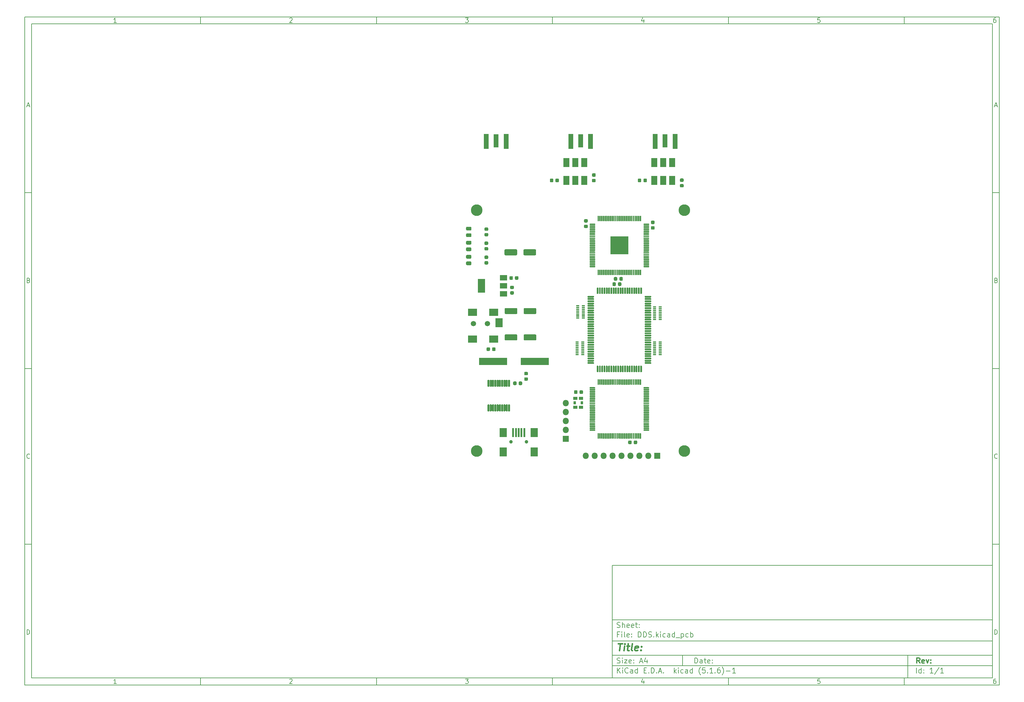
<source format=gbr>
%TF.GenerationSoftware,KiCad,Pcbnew,(5.1.6)-1*%
%TF.CreationDate,2020-12-14T06:54:32-07:00*%
%TF.ProjectId,DDS,4444532e-6b69-4636-9164-5f7063625858,rev?*%
%TF.SameCoordinates,Original*%
%TF.FileFunction,Soldermask,Top*%
%TF.FilePolarity,Negative*%
%FSLAX46Y46*%
G04 Gerber Fmt 4.6, Leading zero omitted, Abs format (unit mm)*
G04 Created by KiCad (PCBNEW (5.1.6)-1) date 2020-12-14 06:54:32*
%MOMM*%
%LPD*%
G01*
G04 APERTURE LIST*
%ADD10C,0.100000*%
%ADD11C,0.150000*%
%ADD12C,0.300000*%
%ADD13C,0.400000*%
%ADD14C,3.300000*%
%ADD15O,1.800000X1.800000*%
%ADD16R,1.800000X1.800000*%
%ADD17C,1.000000*%
%ADD18R,0.600000X2.600000*%
%ADD19R,2.100000X2.600000*%
%ADD20R,2.100000X1.600000*%
%ADD21R,2.100000X3.900000*%
%ADD22R,0.900000X0.400000*%
%ADD23R,1.370000X3.700000*%
%ADD24R,1.450000X4.300000*%
%ADD25R,7.975000X2.100000*%
%ADD26R,5.100000X5.100000*%
%ADD27R,1.200000X0.850000*%
%ADD28R,0.780000X0.850000*%
%ADD29R,1.750000X2.640000*%
%ADD30C,1.500000*%
%ADD31R,2.600000X2.100000*%
G04 APERTURE END LIST*
D10*
D11*
X177002200Y-166007200D02*
X177002200Y-198007200D01*
X285002200Y-198007200D01*
X285002200Y-166007200D01*
X177002200Y-166007200D01*
D10*
D11*
X10000000Y-10000000D02*
X10000000Y-200007200D01*
X287002200Y-200007200D01*
X287002200Y-10000000D01*
X10000000Y-10000000D01*
D10*
D11*
X12000000Y-12000000D02*
X12000000Y-198007200D01*
X285002200Y-198007200D01*
X285002200Y-12000000D01*
X12000000Y-12000000D01*
D10*
D11*
X60000000Y-12000000D02*
X60000000Y-10000000D01*
D10*
D11*
X110000000Y-12000000D02*
X110000000Y-10000000D01*
D10*
D11*
X160000000Y-12000000D02*
X160000000Y-10000000D01*
D10*
D11*
X210000000Y-12000000D02*
X210000000Y-10000000D01*
D10*
D11*
X260000000Y-12000000D02*
X260000000Y-10000000D01*
D10*
D11*
X36065476Y-11588095D02*
X35322619Y-11588095D01*
X35694047Y-11588095D02*
X35694047Y-10288095D01*
X35570238Y-10473809D01*
X35446428Y-10597619D01*
X35322619Y-10659523D01*
D10*
D11*
X85322619Y-10411904D02*
X85384523Y-10350000D01*
X85508333Y-10288095D01*
X85817857Y-10288095D01*
X85941666Y-10350000D01*
X86003571Y-10411904D01*
X86065476Y-10535714D01*
X86065476Y-10659523D01*
X86003571Y-10845238D01*
X85260714Y-11588095D01*
X86065476Y-11588095D01*
D10*
D11*
X135260714Y-10288095D02*
X136065476Y-10288095D01*
X135632142Y-10783333D01*
X135817857Y-10783333D01*
X135941666Y-10845238D01*
X136003571Y-10907142D01*
X136065476Y-11030952D01*
X136065476Y-11340476D01*
X136003571Y-11464285D01*
X135941666Y-11526190D01*
X135817857Y-11588095D01*
X135446428Y-11588095D01*
X135322619Y-11526190D01*
X135260714Y-11464285D01*
D10*
D11*
X185941666Y-10721428D02*
X185941666Y-11588095D01*
X185632142Y-10226190D02*
X185322619Y-11154761D01*
X186127380Y-11154761D01*
D10*
D11*
X236003571Y-10288095D02*
X235384523Y-10288095D01*
X235322619Y-10907142D01*
X235384523Y-10845238D01*
X235508333Y-10783333D01*
X235817857Y-10783333D01*
X235941666Y-10845238D01*
X236003571Y-10907142D01*
X236065476Y-11030952D01*
X236065476Y-11340476D01*
X236003571Y-11464285D01*
X235941666Y-11526190D01*
X235817857Y-11588095D01*
X235508333Y-11588095D01*
X235384523Y-11526190D01*
X235322619Y-11464285D01*
D10*
D11*
X285941666Y-10288095D02*
X285694047Y-10288095D01*
X285570238Y-10350000D01*
X285508333Y-10411904D01*
X285384523Y-10597619D01*
X285322619Y-10845238D01*
X285322619Y-11340476D01*
X285384523Y-11464285D01*
X285446428Y-11526190D01*
X285570238Y-11588095D01*
X285817857Y-11588095D01*
X285941666Y-11526190D01*
X286003571Y-11464285D01*
X286065476Y-11340476D01*
X286065476Y-11030952D01*
X286003571Y-10907142D01*
X285941666Y-10845238D01*
X285817857Y-10783333D01*
X285570238Y-10783333D01*
X285446428Y-10845238D01*
X285384523Y-10907142D01*
X285322619Y-11030952D01*
D10*
D11*
X60000000Y-198007200D02*
X60000000Y-200007200D01*
D10*
D11*
X110000000Y-198007200D02*
X110000000Y-200007200D01*
D10*
D11*
X160000000Y-198007200D02*
X160000000Y-200007200D01*
D10*
D11*
X210000000Y-198007200D02*
X210000000Y-200007200D01*
D10*
D11*
X260000000Y-198007200D02*
X260000000Y-200007200D01*
D10*
D11*
X36065476Y-199595295D02*
X35322619Y-199595295D01*
X35694047Y-199595295D02*
X35694047Y-198295295D01*
X35570238Y-198481009D01*
X35446428Y-198604819D01*
X35322619Y-198666723D01*
D10*
D11*
X85322619Y-198419104D02*
X85384523Y-198357200D01*
X85508333Y-198295295D01*
X85817857Y-198295295D01*
X85941666Y-198357200D01*
X86003571Y-198419104D01*
X86065476Y-198542914D01*
X86065476Y-198666723D01*
X86003571Y-198852438D01*
X85260714Y-199595295D01*
X86065476Y-199595295D01*
D10*
D11*
X135260714Y-198295295D02*
X136065476Y-198295295D01*
X135632142Y-198790533D01*
X135817857Y-198790533D01*
X135941666Y-198852438D01*
X136003571Y-198914342D01*
X136065476Y-199038152D01*
X136065476Y-199347676D01*
X136003571Y-199471485D01*
X135941666Y-199533390D01*
X135817857Y-199595295D01*
X135446428Y-199595295D01*
X135322619Y-199533390D01*
X135260714Y-199471485D01*
D10*
D11*
X185941666Y-198728628D02*
X185941666Y-199595295D01*
X185632142Y-198233390D02*
X185322619Y-199161961D01*
X186127380Y-199161961D01*
D10*
D11*
X236003571Y-198295295D02*
X235384523Y-198295295D01*
X235322619Y-198914342D01*
X235384523Y-198852438D01*
X235508333Y-198790533D01*
X235817857Y-198790533D01*
X235941666Y-198852438D01*
X236003571Y-198914342D01*
X236065476Y-199038152D01*
X236065476Y-199347676D01*
X236003571Y-199471485D01*
X235941666Y-199533390D01*
X235817857Y-199595295D01*
X235508333Y-199595295D01*
X235384523Y-199533390D01*
X235322619Y-199471485D01*
D10*
D11*
X285941666Y-198295295D02*
X285694047Y-198295295D01*
X285570238Y-198357200D01*
X285508333Y-198419104D01*
X285384523Y-198604819D01*
X285322619Y-198852438D01*
X285322619Y-199347676D01*
X285384523Y-199471485D01*
X285446428Y-199533390D01*
X285570238Y-199595295D01*
X285817857Y-199595295D01*
X285941666Y-199533390D01*
X286003571Y-199471485D01*
X286065476Y-199347676D01*
X286065476Y-199038152D01*
X286003571Y-198914342D01*
X285941666Y-198852438D01*
X285817857Y-198790533D01*
X285570238Y-198790533D01*
X285446428Y-198852438D01*
X285384523Y-198914342D01*
X285322619Y-199038152D01*
D10*
D11*
X10000000Y-60000000D02*
X12000000Y-60000000D01*
D10*
D11*
X10000000Y-110000000D02*
X12000000Y-110000000D01*
D10*
D11*
X10000000Y-160000000D02*
X12000000Y-160000000D01*
D10*
D11*
X10690476Y-35216666D02*
X11309523Y-35216666D01*
X10566666Y-35588095D02*
X11000000Y-34288095D01*
X11433333Y-35588095D01*
D10*
D11*
X11092857Y-84907142D02*
X11278571Y-84969047D01*
X11340476Y-85030952D01*
X11402380Y-85154761D01*
X11402380Y-85340476D01*
X11340476Y-85464285D01*
X11278571Y-85526190D01*
X11154761Y-85588095D01*
X10659523Y-85588095D01*
X10659523Y-84288095D01*
X11092857Y-84288095D01*
X11216666Y-84350000D01*
X11278571Y-84411904D01*
X11340476Y-84535714D01*
X11340476Y-84659523D01*
X11278571Y-84783333D01*
X11216666Y-84845238D01*
X11092857Y-84907142D01*
X10659523Y-84907142D01*
D10*
D11*
X11402380Y-135464285D02*
X11340476Y-135526190D01*
X11154761Y-135588095D01*
X11030952Y-135588095D01*
X10845238Y-135526190D01*
X10721428Y-135402380D01*
X10659523Y-135278571D01*
X10597619Y-135030952D01*
X10597619Y-134845238D01*
X10659523Y-134597619D01*
X10721428Y-134473809D01*
X10845238Y-134350000D01*
X11030952Y-134288095D01*
X11154761Y-134288095D01*
X11340476Y-134350000D01*
X11402380Y-134411904D01*
D10*
D11*
X10659523Y-185588095D02*
X10659523Y-184288095D01*
X10969047Y-184288095D01*
X11154761Y-184350000D01*
X11278571Y-184473809D01*
X11340476Y-184597619D01*
X11402380Y-184845238D01*
X11402380Y-185030952D01*
X11340476Y-185278571D01*
X11278571Y-185402380D01*
X11154761Y-185526190D01*
X10969047Y-185588095D01*
X10659523Y-185588095D01*
D10*
D11*
X287002200Y-60000000D02*
X285002200Y-60000000D01*
D10*
D11*
X287002200Y-110000000D02*
X285002200Y-110000000D01*
D10*
D11*
X287002200Y-160000000D02*
X285002200Y-160000000D01*
D10*
D11*
X285692676Y-35216666D02*
X286311723Y-35216666D01*
X285568866Y-35588095D02*
X286002200Y-34288095D01*
X286435533Y-35588095D01*
D10*
D11*
X286095057Y-84907142D02*
X286280771Y-84969047D01*
X286342676Y-85030952D01*
X286404580Y-85154761D01*
X286404580Y-85340476D01*
X286342676Y-85464285D01*
X286280771Y-85526190D01*
X286156961Y-85588095D01*
X285661723Y-85588095D01*
X285661723Y-84288095D01*
X286095057Y-84288095D01*
X286218866Y-84350000D01*
X286280771Y-84411904D01*
X286342676Y-84535714D01*
X286342676Y-84659523D01*
X286280771Y-84783333D01*
X286218866Y-84845238D01*
X286095057Y-84907142D01*
X285661723Y-84907142D01*
D10*
D11*
X286404580Y-135464285D02*
X286342676Y-135526190D01*
X286156961Y-135588095D01*
X286033152Y-135588095D01*
X285847438Y-135526190D01*
X285723628Y-135402380D01*
X285661723Y-135278571D01*
X285599819Y-135030952D01*
X285599819Y-134845238D01*
X285661723Y-134597619D01*
X285723628Y-134473809D01*
X285847438Y-134350000D01*
X286033152Y-134288095D01*
X286156961Y-134288095D01*
X286342676Y-134350000D01*
X286404580Y-134411904D01*
D10*
D11*
X285661723Y-185588095D02*
X285661723Y-184288095D01*
X285971247Y-184288095D01*
X286156961Y-184350000D01*
X286280771Y-184473809D01*
X286342676Y-184597619D01*
X286404580Y-184845238D01*
X286404580Y-185030952D01*
X286342676Y-185278571D01*
X286280771Y-185402380D01*
X286156961Y-185526190D01*
X285971247Y-185588095D01*
X285661723Y-185588095D01*
D10*
D11*
X200434342Y-193785771D02*
X200434342Y-192285771D01*
X200791485Y-192285771D01*
X201005771Y-192357200D01*
X201148628Y-192500057D01*
X201220057Y-192642914D01*
X201291485Y-192928628D01*
X201291485Y-193142914D01*
X201220057Y-193428628D01*
X201148628Y-193571485D01*
X201005771Y-193714342D01*
X200791485Y-193785771D01*
X200434342Y-193785771D01*
X202577200Y-193785771D02*
X202577200Y-193000057D01*
X202505771Y-192857200D01*
X202362914Y-192785771D01*
X202077200Y-192785771D01*
X201934342Y-192857200D01*
X202577200Y-193714342D02*
X202434342Y-193785771D01*
X202077200Y-193785771D01*
X201934342Y-193714342D01*
X201862914Y-193571485D01*
X201862914Y-193428628D01*
X201934342Y-193285771D01*
X202077200Y-193214342D01*
X202434342Y-193214342D01*
X202577200Y-193142914D01*
X203077200Y-192785771D02*
X203648628Y-192785771D01*
X203291485Y-192285771D02*
X203291485Y-193571485D01*
X203362914Y-193714342D01*
X203505771Y-193785771D01*
X203648628Y-193785771D01*
X204720057Y-193714342D02*
X204577200Y-193785771D01*
X204291485Y-193785771D01*
X204148628Y-193714342D01*
X204077200Y-193571485D01*
X204077200Y-193000057D01*
X204148628Y-192857200D01*
X204291485Y-192785771D01*
X204577200Y-192785771D01*
X204720057Y-192857200D01*
X204791485Y-193000057D01*
X204791485Y-193142914D01*
X204077200Y-193285771D01*
X205434342Y-193642914D02*
X205505771Y-193714342D01*
X205434342Y-193785771D01*
X205362914Y-193714342D01*
X205434342Y-193642914D01*
X205434342Y-193785771D01*
X205434342Y-192857200D02*
X205505771Y-192928628D01*
X205434342Y-193000057D01*
X205362914Y-192928628D01*
X205434342Y-192857200D01*
X205434342Y-193000057D01*
D10*
D11*
X177002200Y-194507200D02*
X285002200Y-194507200D01*
D10*
D11*
X178434342Y-196585771D02*
X178434342Y-195085771D01*
X179291485Y-196585771D02*
X178648628Y-195728628D01*
X179291485Y-195085771D02*
X178434342Y-195942914D01*
X179934342Y-196585771D02*
X179934342Y-195585771D01*
X179934342Y-195085771D02*
X179862914Y-195157200D01*
X179934342Y-195228628D01*
X180005771Y-195157200D01*
X179934342Y-195085771D01*
X179934342Y-195228628D01*
X181505771Y-196442914D02*
X181434342Y-196514342D01*
X181220057Y-196585771D01*
X181077200Y-196585771D01*
X180862914Y-196514342D01*
X180720057Y-196371485D01*
X180648628Y-196228628D01*
X180577200Y-195942914D01*
X180577200Y-195728628D01*
X180648628Y-195442914D01*
X180720057Y-195300057D01*
X180862914Y-195157200D01*
X181077200Y-195085771D01*
X181220057Y-195085771D01*
X181434342Y-195157200D01*
X181505771Y-195228628D01*
X182791485Y-196585771D02*
X182791485Y-195800057D01*
X182720057Y-195657200D01*
X182577200Y-195585771D01*
X182291485Y-195585771D01*
X182148628Y-195657200D01*
X182791485Y-196514342D02*
X182648628Y-196585771D01*
X182291485Y-196585771D01*
X182148628Y-196514342D01*
X182077200Y-196371485D01*
X182077200Y-196228628D01*
X182148628Y-196085771D01*
X182291485Y-196014342D01*
X182648628Y-196014342D01*
X182791485Y-195942914D01*
X184148628Y-196585771D02*
X184148628Y-195085771D01*
X184148628Y-196514342D02*
X184005771Y-196585771D01*
X183720057Y-196585771D01*
X183577200Y-196514342D01*
X183505771Y-196442914D01*
X183434342Y-196300057D01*
X183434342Y-195871485D01*
X183505771Y-195728628D01*
X183577200Y-195657200D01*
X183720057Y-195585771D01*
X184005771Y-195585771D01*
X184148628Y-195657200D01*
X186005771Y-195800057D02*
X186505771Y-195800057D01*
X186720057Y-196585771D02*
X186005771Y-196585771D01*
X186005771Y-195085771D01*
X186720057Y-195085771D01*
X187362914Y-196442914D02*
X187434342Y-196514342D01*
X187362914Y-196585771D01*
X187291485Y-196514342D01*
X187362914Y-196442914D01*
X187362914Y-196585771D01*
X188077200Y-196585771D02*
X188077200Y-195085771D01*
X188434342Y-195085771D01*
X188648628Y-195157200D01*
X188791485Y-195300057D01*
X188862914Y-195442914D01*
X188934342Y-195728628D01*
X188934342Y-195942914D01*
X188862914Y-196228628D01*
X188791485Y-196371485D01*
X188648628Y-196514342D01*
X188434342Y-196585771D01*
X188077200Y-196585771D01*
X189577200Y-196442914D02*
X189648628Y-196514342D01*
X189577200Y-196585771D01*
X189505771Y-196514342D01*
X189577200Y-196442914D01*
X189577200Y-196585771D01*
X190220057Y-196157200D02*
X190934342Y-196157200D01*
X190077200Y-196585771D02*
X190577200Y-195085771D01*
X191077200Y-196585771D01*
X191577200Y-196442914D02*
X191648628Y-196514342D01*
X191577200Y-196585771D01*
X191505771Y-196514342D01*
X191577200Y-196442914D01*
X191577200Y-196585771D01*
X194577200Y-196585771D02*
X194577200Y-195085771D01*
X194720057Y-196014342D02*
X195148628Y-196585771D01*
X195148628Y-195585771D02*
X194577200Y-196157200D01*
X195791485Y-196585771D02*
X195791485Y-195585771D01*
X195791485Y-195085771D02*
X195720057Y-195157200D01*
X195791485Y-195228628D01*
X195862914Y-195157200D01*
X195791485Y-195085771D01*
X195791485Y-195228628D01*
X197148628Y-196514342D02*
X197005771Y-196585771D01*
X196720057Y-196585771D01*
X196577200Y-196514342D01*
X196505771Y-196442914D01*
X196434342Y-196300057D01*
X196434342Y-195871485D01*
X196505771Y-195728628D01*
X196577200Y-195657200D01*
X196720057Y-195585771D01*
X197005771Y-195585771D01*
X197148628Y-195657200D01*
X198434342Y-196585771D02*
X198434342Y-195800057D01*
X198362914Y-195657200D01*
X198220057Y-195585771D01*
X197934342Y-195585771D01*
X197791485Y-195657200D01*
X198434342Y-196514342D02*
X198291485Y-196585771D01*
X197934342Y-196585771D01*
X197791485Y-196514342D01*
X197720057Y-196371485D01*
X197720057Y-196228628D01*
X197791485Y-196085771D01*
X197934342Y-196014342D01*
X198291485Y-196014342D01*
X198434342Y-195942914D01*
X199791485Y-196585771D02*
X199791485Y-195085771D01*
X199791485Y-196514342D02*
X199648628Y-196585771D01*
X199362914Y-196585771D01*
X199220057Y-196514342D01*
X199148628Y-196442914D01*
X199077200Y-196300057D01*
X199077200Y-195871485D01*
X199148628Y-195728628D01*
X199220057Y-195657200D01*
X199362914Y-195585771D01*
X199648628Y-195585771D01*
X199791485Y-195657200D01*
X202077200Y-197157200D02*
X202005771Y-197085771D01*
X201862914Y-196871485D01*
X201791485Y-196728628D01*
X201720057Y-196514342D01*
X201648628Y-196157200D01*
X201648628Y-195871485D01*
X201720057Y-195514342D01*
X201791485Y-195300057D01*
X201862914Y-195157200D01*
X202005771Y-194942914D01*
X202077200Y-194871485D01*
X203362914Y-195085771D02*
X202648628Y-195085771D01*
X202577200Y-195800057D01*
X202648628Y-195728628D01*
X202791485Y-195657200D01*
X203148628Y-195657200D01*
X203291485Y-195728628D01*
X203362914Y-195800057D01*
X203434342Y-195942914D01*
X203434342Y-196300057D01*
X203362914Y-196442914D01*
X203291485Y-196514342D01*
X203148628Y-196585771D01*
X202791485Y-196585771D01*
X202648628Y-196514342D01*
X202577200Y-196442914D01*
X204077200Y-196442914D02*
X204148628Y-196514342D01*
X204077200Y-196585771D01*
X204005771Y-196514342D01*
X204077200Y-196442914D01*
X204077200Y-196585771D01*
X205577200Y-196585771D02*
X204720057Y-196585771D01*
X205148628Y-196585771D02*
X205148628Y-195085771D01*
X205005771Y-195300057D01*
X204862914Y-195442914D01*
X204720057Y-195514342D01*
X206220057Y-196442914D02*
X206291485Y-196514342D01*
X206220057Y-196585771D01*
X206148628Y-196514342D01*
X206220057Y-196442914D01*
X206220057Y-196585771D01*
X207577200Y-195085771D02*
X207291485Y-195085771D01*
X207148628Y-195157200D01*
X207077200Y-195228628D01*
X206934342Y-195442914D01*
X206862914Y-195728628D01*
X206862914Y-196300057D01*
X206934342Y-196442914D01*
X207005771Y-196514342D01*
X207148628Y-196585771D01*
X207434342Y-196585771D01*
X207577200Y-196514342D01*
X207648628Y-196442914D01*
X207720057Y-196300057D01*
X207720057Y-195942914D01*
X207648628Y-195800057D01*
X207577200Y-195728628D01*
X207434342Y-195657200D01*
X207148628Y-195657200D01*
X207005771Y-195728628D01*
X206934342Y-195800057D01*
X206862914Y-195942914D01*
X208220057Y-197157200D02*
X208291485Y-197085771D01*
X208434342Y-196871485D01*
X208505771Y-196728628D01*
X208577200Y-196514342D01*
X208648628Y-196157200D01*
X208648628Y-195871485D01*
X208577200Y-195514342D01*
X208505771Y-195300057D01*
X208434342Y-195157200D01*
X208291485Y-194942914D01*
X208220057Y-194871485D01*
X209362914Y-196014342D02*
X210505771Y-196014342D01*
X212005771Y-196585771D02*
X211148628Y-196585771D01*
X211577200Y-196585771D02*
X211577200Y-195085771D01*
X211434342Y-195300057D01*
X211291485Y-195442914D01*
X211148628Y-195514342D01*
D10*
D11*
X177002200Y-191507200D02*
X285002200Y-191507200D01*
D10*
D12*
X264411485Y-193785771D02*
X263911485Y-193071485D01*
X263554342Y-193785771D02*
X263554342Y-192285771D01*
X264125771Y-192285771D01*
X264268628Y-192357200D01*
X264340057Y-192428628D01*
X264411485Y-192571485D01*
X264411485Y-192785771D01*
X264340057Y-192928628D01*
X264268628Y-193000057D01*
X264125771Y-193071485D01*
X263554342Y-193071485D01*
X265625771Y-193714342D02*
X265482914Y-193785771D01*
X265197200Y-193785771D01*
X265054342Y-193714342D01*
X264982914Y-193571485D01*
X264982914Y-193000057D01*
X265054342Y-192857200D01*
X265197200Y-192785771D01*
X265482914Y-192785771D01*
X265625771Y-192857200D01*
X265697200Y-193000057D01*
X265697200Y-193142914D01*
X264982914Y-193285771D01*
X266197200Y-192785771D02*
X266554342Y-193785771D01*
X266911485Y-192785771D01*
X267482914Y-193642914D02*
X267554342Y-193714342D01*
X267482914Y-193785771D01*
X267411485Y-193714342D01*
X267482914Y-193642914D01*
X267482914Y-193785771D01*
X267482914Y-192857200D02*
X267554342Y-192928628D01*
X267482914Y-193000057D01*
X267411485Y-192928628D01*
X267482914Y-192857200D01*
X267482914Y-193000057D01*
D10*
D11*
X178362914Y-193714342D02*
X178577200Y-193785771D01*
X178934342Y-193785771D01*
X179077200Y-193714342D01*
X179148628Y-193642914D01*
X179220057Y-193500057D01*
X179220057Y-193357200D01*
X179148628Y-193214342D01*
X179077200Y-193142914D01*
X178934342Y-193071485D01*
X178648628Y-193000057D01*
X178505771Y-192928628D01*
X178434342Y-192857200D01*
X178362914Y-192714342D01*
X178362914Y-192571485D01*
X178434342Y-192428628D01*
X178505771Y-192357200D01*
X178648628Y-192285771D01*
X179005771Y-192285771D01*
X179220057Y-192357200D01*
X179862914Y-193785771D02*
X179862914Y-192785771D01*
X179862914Y-192285771D02*
X179791485Y-192357200D01*
X179862914Y-192428628D01*
X179934342Y-192357200D01*
X179862914Y-192285771D01*
X179862914Y-192428628D01*
X180434342Y-192785771D02*
X181220057Y-192785771D01*
X180434342Y-193785771D01*
X181220057Y-193785771D01*
X182362914Y-193714342D02*
X182220057Y-193785771D01*
X181934342Y-193785771D01*
X181791485Y-193714342D01*
X181720057Y-193571485D01*
X181720057Y-193000057D01*
X181791485Y-192857200D01*
X181934342Y-192785771D01*
X182220057Y-192785771D01*
X182362914Y-192857200D01*
X182434342Y-193000057D01*
X182434342Y-193142914D01*
X181720057Y-193285771D01*
X183077200Y-193642914D02*
X183148628Y-193714342D01*
X183077200Y-193785771D01*
X183005771Y-193714342D01*
X183077200Y-193642914D01*
X183077200Y-193785771D01*
X183077200Y-192857200D02*
X183148628Y-192928628D01*
X183077200Y-193000057D01*
X183005771Y-192928628D01*
X183077200Y-192857200D01*
X183077200Y-193000057D01*
X184862914Y-193357200D02*
X185577200Y-193357200D01*
X184720057Y-193785771D02*
X185220057Y-192285771D01*
X185720057Y-193785771D01*
X186862914Y-192785771D02*
X186862914Y-193785771D01*
X186505771Y-192214342D02*
X186148628Y-193285771D01*
X187077200Y-193285771D01*
D10*
D11*
X263434342Y-196585771D02*
X263434342Y-195085771D01*
X264791485Y-196585771D02*
X264791485Y-195085771D01*
X264791485Y-196514342D02*
X264648628Y-196585771D01*
X264362914Y-196585771D01*
X264220057Y-196514342D01*
X264148628Y-196442914D01*
X264077200Y-196300057D01*
X264077200Y-195871485D01*
X264148628Y-195728628D01*
X264220057Y-195657200D01*
X264362914Y-195585771D01*
X264648628Y-195585771D01*
X264791485Y-195657200D01*
X265505771Y-196442914D02*
X265577200Y-196514342D01*
X265505771Y-196585771D01*
X265434342Y-196514342D01*
X265505771Y-196442914D01*
X265505771Y-196585771D01*
X265505771Y-195657200D02*
X265577200Y-195728628D01*
X265505771Y-195800057D01*
X265434342Y-195728628D01*
X265505771Y-195657200D01*
X265505771Y-195800057D01*
X268148628Y-196585771D02*
X267291485Y-196585771D01*
X267720057Y-196585771D02*
X267720057Y-195085771D01*
X267577200Y-195300057D01*
X267434342Y-195442914D01*
X267291485Y-195514342D01*
X269862914Y-195014342D02*
X268577200Y-196942914D01*
X271148628Y-196585771D02*
X270291485Y-196585771D01*
X270720057Y-196585771D02*
X270720057Y-195085771D01*
X270577200Y-195300057D01*
X270434342Y-195442914D01*
X270291485Y-195514342D01*
D10*
D11*
X177002200Y-187507200D02*
X285002200Y-187507200D01*
D10*
D13*
X178714580Y-188211961D02*
X179857438Y-188211961D01*
X179036009Y-190211961D02*
X179286009Y-188211961D01*
X180274104Y-190211961D02*
X180440771Y-188878628D01*
X180524104Y-188211961D02*
X180416961Y-188307200D01*
X180500295Y-188402438D01*
X180607438Y-188307200D01*
X180524104Y-188211961D01*
X180500295Y-188402438D01*
X181107438Y-188878628D02*
X181869342Y-188878628D01*
X181476485Y-188211961D02*
X181262200Y-189926247D01*
X181333628Y-190116723D01*
X181512200Y-190211961D01*
X181702676Y-190211961D01*
X182655057Y-190211961D02*
X182476485Y-190116723D01*
X182405057Y-189926247D01*
X182619342Y-188211961D01*
X184190771Y-190116723D02*
X183988390Y-190211961D01*
X183607438Y-190211961D01*
X183428866Y-190116723D01*
X183357438Y-189926247D01*
X183452676Y-189164342D01*
X183571723Y-188973866D01*
X183774104Y-188878628D01*
X184155057Y-188878628D01*
X184333628Y-188973866D01*
X184405057Y-189164342D01*
X184381247Y-189354819D01*
X183405057Y-189545295D01*
X185155057Y-190021485D02*
X185238390Y-190116723D01*
X185131247Y-190211961D01*
X185047914Y-190116723D01*
X185155057Y-190021485D01*
X185131247Y-190211961D01*
X185286009Y-188973866D02*
X185369342Y-189069104D01*
X185262200Y-189164342D01*
X185178866Y-189069104D01*
X185286009Y-188973866D01*
X185262200Y-189164342D01*
D10*
D11*
X178934342Y-185600057D02*
X178434342Y-185600057D01*
X178434342Y-186385771D02*
X178434342Y-184885771D01*
X179148628Y-184885771D01*
X179720057Y-186385771D02*
X179720057Y-185385771D01*
X179720057Y-184885771D02*
X179648628Y-184957200D01*
X179720057Y-185028628D01*
X179791485Y-184957200D01*
X179720057Y-184885771D01*
X179720057Y-185028628D01*
X180648628Y-186385771D02*
X180505771Y-186314342D01*
X180434342Y-186171485D01*
X180434342Y-184885771D01*
X181791485Y-186314342D02*
X181648628Y-186385771D01*
X181362914Y-186385771D01*
X181220057Y-186314342D01*
X181148628Y-186171485D01*
X181148628Y-185600057D01*
X181220057Y-185457200D01*
X181362914Y-185385771D01*
X181648628Y-185385771D01*
X181791485Y-185457200D01*
X181862914Y-185600057D01*
X181862914Y-185742914D01*
X181148628Y-185885771D01*
X182505771Y-186242914D02*
X182577200Y-186314342D01*
X182505771Y-186385771D01*
X182434342Y-186314342D01*
X182505771Y-186242914D01*
X182505771Y-186385771D01*
X182505771Y-185457200D02*
X182577200Y-185528628D01*
X182505771Y-185600057D01*
X182434342Y-185528628D01*
X182505771Y-185457200D01*
X182505771Y-185600057D01*
X184362914Y-186385771D02*
X184362914Y-184885771D01*
X184720057Y-184885771D01*
X184934342Y-184957200D01*
X185077200Y-185100057D01*
X185148628Y-185242914D01*
X185220057Y-185528628D01*
X185220057Y-185742914D01*
X185148628Y-186028628D01*
X185077200Y-186171485D01*
X184934342Y-186314342D01*
X184720057Y-186385771D01*
X184362914Y-186385771D01*
X185862914Y-186385771D02*
X185862914Y-184885771D01*
X186220057Y-184885771D01*
X186434342Y-184957200D01*
X186577200Y-185100057D01*
X186648628Y-185242914D01*
X186720057Y-185528628D01*
X186720057Y-185742914D01*
X186648628Y-186028628D01*
X186577200Y-186171485D01*
X186434342Y-186314342D01*
X186220057Y-186385771D01*
X185862914Y-186385771D01*
X187291485Y-186314342D02*
X187505771Y-186385771D01*
X187862914Y-186385771D01*
X188005771Y-186314342D01*
X188077200Y-186242914D01*
X188148628Y-186100057D01*
X188148628Y-185957200D01*
X188077200Y-185814342D01*
X188005771Y-185742914D01*
X187862914Y-185671485D01*
X187577200Y-185600057D01*
X187434342Y-185528628D01*
X187362914Y-185457200D01*
X187291485Y-185314342D01*
X187291485Y-185171485D01*
X187362914Y-185028628D01*
X187434342Y-184957200D01*
X187577200Y-184885771D01*
X187934342Y-184885771D01*
X188148628Y-184957200D01*
X188791485Y-186242914D02*
X188862914Y-186314342D01*
X188791485Y-186385771D01*
X188720057Y-186314342D01*
X188791485Y-186242914D01*
X188791485Y-186385771D01*
X189505771Y-186385771D02*
X189505771Y-184885771D01*
X189648628Y-185814342D02*
X190077200Y-186385771D01*
X190077200Y-185385771D02*
X189505771Y-185957200D01*
X190720057Y-186385771D02*
X190720057Y-185385771D01*
X190720057Y-184885771D02*
X190648628Y-184957200D01*
X190720057Y-185028628D01*
X190791485Y-184957200D01*
X190720057Y-184885771D01*
X190720057Y-185028628D01*
X192077200Y-186314342D02*
X191934342Y-186385771D01*
X191648628Y-186385771D01*
X191505771Y-186314342D01*
X191434342Y-186242914D01*
X191362914Y-186100057D01*
X191362914Y-185671485D01*
X191434342Y-185528628D01*
X191505771Y-185457200D01*
X191648628Y-185385771D01*
X191934342Y-185385771D01*
X192077200Y-185457200D01*
X193362914Y-186385771D02*
X193362914Y-185600057D01*
X193291485Y-185457200D01*
X193148628Y-185385771D01*
X192862914Y-185385771D01*
X192720057Y-185457200D01*
X193362914Y-186314342D02*
X193220057Y-186385771D01*
X192862914Y-186385771D01*
X192720057Y-186314342D01*
X192648628Y-186171485D01*
X192648628Y-186028628D01*
X192720057Y-185885771D01*
X192862914Y-185814342D01*
X193220057Y-185814342D01*
X193362914Y-185742914D01*
X194720057Y-186385771D02*
X194720057Y-184885771D01*
X194720057Y-186314342D02*
X194577200Y-186385771D01*
X194291485Y-186385771D01*
X194148628Y-186314342D01*
X194077200Y-186242914D01*
X194005771Y-186100057D01*
X194005771Y-185671485D01*
X194077200Y-185528628D01*
X194148628Y-185457200D01*
X194291485Y-185385771D01*
X194577200Y-185385771D01*
X194720057Y-185457200D01*
X195077200Y-186528628D02*
X196220057Y-186528628D01*
X196577200Y-185385771D02*
X196577200Y-186885771D01*
X196577200Y-185457200D02*
X196720057Y-185385771D01*
X197005771Y-185385771D01*
X197148628Y-185457200D01*
X197220057Y-185528628D01*
X197291485Y-185671485D01*
X197291485Y-186100057D01*
X197220057Y-186242914D01*
X197148628Y-186314342D01*
X197005771Y-186385771D01*
X196720057Y-186385771D01*
X196577200Y-186314342D01*
X198577200Y-186314342D02*
X198434342Y-186385771D01*
X198148628Y-186385771D01*
X198005771Y-186314342D01*
X197934342Y-186242914D01*
X197862914Y-186100057D01*
X197862914Y-185671485D01*
X197934342Y-185528628D01*
X198005771Y-185457200D01*
X198148628Y-185385771D01*
X198434342Y-185385771D01*
X198577200Y-185457200D01*
X199220057Y-186385771D02*
X199220057Y-184885771D01*
X199220057Y-185457200D02*
X199362914Y-185385771D01*
X199648628Y-185385771D01*
X199791485Y-185457200D01*
X199862914Y-185528628D01*
X199934342Y-185671485D01*
X199934342Y-186100057D01*
X199862914Y-186242914D01*
X199791485Y-186314342D01*
X199648628Y-186385771D01*
X199362914Y-186385771D01*
X199220057Y-186314342D01*
D10*
D11*
X177002200Y-181507200D02*
X285002200Y-181507200D01*
D10*
D11*
X178362914Y-183614342D02*
X178577200Y-183685771D01*
X178934342Y-183685771D01*
X179077200Y-183614342D01*
X179148628Y-183542914D01*
X179220057Y-183400057D01*
X179220057Y-183257200D01*
X179148628Y-183114342D01*
X179077200Y-183042914D01*
X178934342Y-182971485D01*
X178648628Y-182900057D01*
X178505771Y-182828628D01*
X178434342Y-182757200D01*
X178362914Y-182614342D01*
X178362914Y-182471485D01*
X178434342Y-182328628D01*
X178505771Y-182257200D01*
X178648628Y-182185771D01*
X179005771Y-182185771D01*
X179220057Y-182257200D01*
X179862914Y-183685771D02*
X179862914Y-182185771D01*
X180505771Y-183685771D02*
X180505771Y-182900057D01*
X180434342Y-182757200D01*
X180291485Y-182685771D01*
X180077200Y-182685771D01*
X179934342Y-182757200D01*
X179862914Y-182828628D01*
X181791485Y-183614342D02*
X181648628Y-183685771D01*
X181362914Y-183685771D01*
X181220057Y-183614342D01*
X181148628Y-183471485D01*
X181148628Y-182900057D01*
X181220057Y-182757200D01*
X181362914Y-182685771D01*
X181648628Y-182685771D01*
X181791485Y-182757200D01*
X181862914Y-182900057D01*
X181862914Y-183042914D01*
X181148628Y-183185771D01*
X183077200Y-183614342D02*
X182934342Y-183685771D01*
X182648628Y-183685771D01*
X182505771Y-183614342D01*
X182434342Y-183471485D01*
X182434342Y-182900057D01*
X182505771Y-182757200D01*
X182648628Y-182685771D01*
X182934342Y-182685771D01*
X183077200Y-182757200D01*
X183148628Y-182900057D01*
X183148628Y-183042914D01*
X182434342Y-183185771D01*
X183577200Y-182685771D02*
X184148628Y-182685771D01*
X183791485Y-182185771D02*
X183791485Y-183471485D01*
X183862914Y-183614342D01*
X184005771Y-183685771D01*
X184148628Y-183685771D01*
X184648628Y-183542914D02*
X184720057Y-183614342D01*
X184648628Y-183685771D01*
X184577200Y-183614342D01*
X184648628Y-183542914D01*
X184648628Y-183685771D01*
X184648628Y-182757200D02*
X184720057Y-182828628D01*
X184648628Y-182900057D01*
X184577200Y-182828628D01*
X184648628Y-182757200D01*
X184648628Y-182900057D01*
D10*
D11*
X197002200Y-191507200D02*
X197002200Y-194507200D01*
D10*
D11*
X261002200Y-191507200D02*
X261002200Y-198007200D01*
D14*
%TO.C,H4*%
X197500000Y-133500000D03*
%TD*%
%TO.C,H3*%
X197500000Y-65000000D03*
%TD*%
%TO.C,H2*%
X138500000Y-133500000D03*
%TD*%
%TO.C,H1*%
X138500000Y-65000000D03*
%TD*%
D15*
%TO.C,J1*%
X163750000Y-119840000D03*
X163750000Y-122380000D03*
X163750000Y-124920000D03*
X163750000Y-127460000D03*
D16*
X163750000Y-130000000D03*
%TD*%
D17*
%TO.C,J2*%
X152600000Y-130850000D03*
X148200000Y-130850000D03*
D18*
X152000000Y-128250000D03*
X151200000Y-128250000D03*
X150400000Y-128250000D03*
X149600000Y-128250000D03*
X148800000Y-128250000D03*
D19*
X154800000Y-128250000D03*
X146000000Y-128250000D03*
X154800000Y-133750000D03*
X146000000Y-133750000D03*
%TD*%
%TO.C,U3*%
G36*
G01*
X147500000Y-120200000D02*
X147800000Y-120200000D01*
G75*
G02*
X147950000Y-120350000I0J-150000D01*
G01*
X147950000Y-122050000D01*
G75*
G02*
X147800000Y-122200000I-150000J0D01*
G01*
X147500000Y-122200000D01*
G75*
G02*
X147350000Y-122050000I0J150000D01*
G01*
X147350000Y-120350000D01*
G75*
G02*
X147500000Y-120200000I150000J0D01*
G01*
G37*
G36*
G01*
X146850000Y-120200000D02*
X147150000Y-120200000D01*
G75*
G02*
X147300000Y-120350000I0J-150000D01*
G01*
X147300000Y-122050000D01*
G75*
G02*
X147150000Y-122200000I-150000J0D01*
G01*
X146850000Y-122200000D01*
G75*
G02*
X146700000Y-122050000I0J150000D01*
G01*
X146700000Y-120350000D01*
G75*
G02*
X146850000Y-120200000I150000J0D01*
G01*
G37*
G36*
G01*
X146200000Y-120200000D02*
X146500000Y-120200000D01*
G75*
G02*
X146650000Y-120350000I0J-150000D01*
G01*
X146650000Y-122050000D01*
G75*
G02*
X146500000Y-122200000I-150000J0D01*
G01*
X146200000Y-122200000D01*
G75*
G02*
X146050000Y-122050000I0J150000D01*
G01*
X146050000Y-120350000D01*
G75*
G02*
X146200000Y-120200000I150000J0D01*
G01*
G37*
G36*
G01*
X145550000Y-120200000D02*
X145850000Y-120200000D01*
G75*
G02*
X146000000Y-120350000I0J-150000D01*
G01*
X146000000Y-122050000D01*
G75*
G02*
X145850000Y-122200000I-150000J0D01*
G01*
X145550000Y-122200000D01*
G75*
G02*
X145400000Y-122050000I0J150000D01*
G01*
X145400000Y-120350000D01*
G75*
G02*
X145550000Y-120200000I150000J0D01*
G01*
G37*
G36*
G01*
X144900000Y-120200000D02*
X145200000Y-120200000D01*
G75*
G02*
X145350000Y-120350000I0J-150000D01*
G01*
X145350000Y-122050000D01*
G75*
G02*
X145200000Y-122200000I-150000J0D01*
G01*
X144900000Y-122200000D01*
G75*
G02*
X144750000Y-122050000I0J150000D01*
G01*
X144750000Y-120350000D01*
G75*
G02*
X144900000Y-120200000I150000J0D01*
G01*
G37*
G36*
G01*
X144250000Y-120200000D02*
X144550000Y-120200000D01*
G75*
G02*
X144700000Y-120350000I0J-150000D01*
G01*
X144700000Y-122050000D01*
G75*
G02*
X144550000Y-122200000I-150000J0D01*
G01*
X144250000Y-122200000D01*
G75*
G02*
X144100000Y-122050000I0J150000D01*
G01*
X144100000Y-120350000D01*
G75*
G02*
X144250000Y-120200000I150000J0D01*
G01*
G37*
G36*
G01*
X143600000Y-120200000D02*
X143900000Y-120200000D01*
G75*
G02*
X144050000Y-120350000I0J-150000D01*
G01*
X144050000Y-122050000D01*
G75*
G02*
X143900000Y-122200000I-150000J0D01*
G01*
X143600000Y-122200000D01*
G75*
G02*
X143450000Y-122050000I0J150000D01*
G01*
X143450000Y-120350000D01*
G75*
G02*
X143600000Y-120200000I150000J0D01*
G01*
G37*
G36*
G01*
X142950000Y-120200000D02*
X143250000Y-120200000D01*
G75*
G02*
X143400000Y-120350000I0J-150000D01*
G01*
X143400000Y-122050000D01*
G75*
G02*
X143250000Y-122200000I-150000J0D01*
G01*
X142950000Y-122200000D01*
G75*
G02*
X142800000Y-122050000I0J150000D01*
G01*
X142800000Y-120350000D01*
G75*
G02*
X142950000Y-120200000I150000J0D01*
G01*
G37*
G36*
G01*
X142300000Y-120200000D02*
X142600000Y-120200000D01*
G75*
G02*
X142750000Y-120350000I0J-150000D01*
G01*
X142750000Y-122050000D01*
G75*
G02*
X142600000Y-122200000I-150000J0D01*
G01*
X142300000Y-122200000D01*
G75*
G02*
X142150000Y-122050000I0J150000D01*
G01*
X142150000Y-120350000D01*
G75*
G02*
X142300000Y-120200000I150000J0D01*
G01*
G37*
G36*
G01*
X141650000Y-120200000D02*
X141950000Y-120200000D01*
G75*
G02*
X142100000Y-120350000I0J-150000D01*
G01*
X142100000Y-122050000D01*
G75*
G02*
X141950000Y-122200000I-150000J0D01*
G01*
X141650000Y-122200000D01*
G75*
G02*
X141500000Y-122050000I0J150000D01*
G01*
X141500000Y-120350000D01*
G75*
G02*
X141650000Y-120200000I150000J0D01*
G01*
G37*
G36*
G01*
X141650000Y-113200000D02*
X141950000Y-113200000D01*
G75*
G02*
X142100000Y-113350000I0J-150000D01*
G01*
X142100000Y-115050000D01*
G75*
G02*
X141950000Y-115200000I-150000J0D01*
G01*
X141650000Y-115200000D01*
G75*
G02*
X141500000Y-115050000I0J150000D01*
G01*
X141500000Y-113350000D01*
G75*
G02*
X141650000Y-113200000I150000J0D01*
G01*
G37*
G36*
G01*
X142300000Y-113200000D02*
X142600000Y-113200000D01*
G75*
G02*
X142750000Y-113350000I0J-150000D01*
G01*
X142750000Y-115050000D01*
G75*
G02*
X142600000Y-115200000I-150000J0D01*
G01*
X142300000Y-115200000D01*
G75*
G02*
X142150000Y-115050000I0J150000D01*
G01*
X142150000Y-113350000D01*
G75*
G02*
X142300000Y-113200000I150000J0D01*
G01*
G37*
G36*
G01*
X142950000Y-113200000D02*
X143250000Y-113200000D01*
G75*
G02*
X143400000Y-113350000I0J-150000D01*
G01*
X143400000Y-115050000D01*
G75*
G02*
X143250000Y-115200000I-150000J0D01*
G01*
X142950000Y-115200000D01*
G75*
G02*
X142800000Y-115050000I0J150000D01*
G01*
X142800000Y-113350000D01*
G75*
G02*
X142950000Y-113200000I150000J0D01*
G01*
G37*
G36*
G01*
X143600000Y-113200000D02*
X143900000Y-113200000D01*
G75*
G02*
X144050000Y-113350000I0J-150000D01*
G01*
X144050000Y-115050000D01*
G75*
G02*
X143900000Y-115200000I-150000J0D01*
G01*
X143600000Y-115200000D01*
G75*
G02*
X143450000Y-115050000I0J150000D01*
G01*
X143450000Y-113350000D01*
G75*
G02*
X143600000Y-113200000I150000J0D01*
G01*
G37*
G36*
G01*
X144250000Y-113200000D02*
X144550000Y-113200000D01*
G75*
G02*
X144700000Y-113350000I0J-150000D01*
G01*
X144700000Y-115050000D01*
G75*
G02*
X144550000Y-115200000I-150000J0D01*
G01*
X144250000Y-115200000D01*
G75*
G02*
X144100000Y-115050000I0J150000D01*
G01*
X144100000Y-113350000D01*
G75*
G02*
X144250000Y-113200000I150000J0D01*
G01*
G37*
G36*
G01*
X144900000Y-113200000D02*
X145200000Y-113200000D01*
G75*
G02*
X145350000Y-113350000I0J-150000D01*
G01*
X145350000Y-115050000D01*
G75*
G02*
X145200000Y-115200000I-150000J0D01*
G01*
X144900000Y-115200000D01*
G75*
G02*
X144750000Y-115050000I0J150000D01*
G01*
X144750000Y-113350000D01*
G75*
G02*
X144900000Y-113200000I150000J0D01*
G01*
G37*
G36*
G01*
X145550000Y-113200000D02*
X145850000Y-113200000D01*
G75*
G02*
X146000000Y-113350000I0J-150000D01*
G01*
X146000000Y-115050000D01*
G75*
G02*
X145850000Y-115200000I-150000J0D01*
G01*
X145550000Y-115200000D01*
G75*
G02*
X145400000Y-115050000I0J150000D01*
G01*
X145400000Y-113350000D01*
G75*
G02*
X145550000Y-113200000I150000J0D01*
G01*
G37*
G36*
G01*
X146200000Y-113200000D02*
X146500000Y-113200000D01*
G75*
G02*
X146650000Y-113350000I0J-150000D01*
G01*
X146650000Y-115050000D01*
G75*
G02*
X146500000Y-115200000I-150000J0D01*
G01*
X146200000Y-115200000D01*
G75*
G02*
X146050000Y-115050000I0J150000D01*
G01*
X146050000Y-113350000D01*
G75*
G02*
X146200000Y-113200000I150000J0D01*
G01*
G37*
G36*
G01*
X146850000Y-113200000D02*
X147150000Y-113200000D01*
G75*
G02*
X147300000Y-113350000I0J-150000D01*
G01*
X147300000Y-115050000D01*
G75*
G02*
X147150000Y-115200000I-150000J0D01*
G01*
X146850000Y-115200000D01*
G75*
G02*
X146700000Y-115050000I0J150000D01*
G01*
X146700000Y-113350000D01*
G75*
G02*
X146850000Y-113200000I150000J0D01*
G01*
G37*
G36*
G01*
X147500000Y-113200000D02*
X147800000Y-113200000D01*
G75*
G02*
X147950000Y-113350000I0J-150000D01*
G01*
X147950000Y-115050000D01*
G75*
G02*
X147800000Y-115200000I-150000J0D01*
G01*
X147500000Y-115200000D01*
G75*
G02*
X147350000Y-115050000I0J150000D01*
G01*
X147350000Y-113350000D01*
G75*
G02*
X147500000Y-113200000I150000J0D01*
G01*
G37*
%TD*%
%TO.C,C26*%
G36*
G01*
X148781250Y-87412500D02*
X148218750Y-87412500D01*
G75*
G02*
X147975000Y-87168750I0J243750D01*
G01*
X147975000Y-86681250D01*
G75*
G02*
X148218750Y-86437500I243750J0D01*
G01*
X148781250Y-86437500D01*
G75*
G02*
X149025000Y-86681250I0J-243750D01*
G01*
X149025000Y-87168750D01*
G75*
G02*
X148781250Y-87412500I-243750J0D01*
G01*
G37*
G36*
G01*
X148781250Y-88987500D02*
X148218750Y-88987500D01*
G75*
G02*
X147975000Y-88743750I0J243750D01*
G01*
X147975000Y-88256250D01*
G75*
G02*
X148218750Y-88012500I243750J0D01*
G01*
X148781250Y-88012500D01*
G75*
G02*
X149025000Y-88256250I0J-243750D01*
G01*
X149025000Y-88743750D01*
G75*
G02*
X148781250Y-88987500I-243750J0D01*
G01*
G37*
%TD*%
D20*
%TO.C,U2*%
X146080000Y-88780000D03*
X146080000Y-84180000D03*
X146080000Y-86480000D03*
D21*
X139780000Y-86480000D03*
%TD*%
D22*
%TO.C,RN6*%
X190600000Y-102500000D03*
X190600000Y-104000000D03*
X190600000Y-103500000D03*
X190600000Y-104500000D03*
X190600000Y-103000000D03*
X190600000Y-106000000D03*
X190600000Y-105500000D03*
X190600000Y-105000000D03*
X189000000Y-102500000D03*
X189000000Y-103000000D03*
X189000000Y-103500000D03*
X189000000Y-104000000D03*
X189000000Y-106000000D03*
X189000000Y-105500000D03*
X189000000Y-105000000D03*
X189000000Y-104500000D03*
%TD*%
%TO.C,RN5*%
X190600000Y-92500000D03*
X190600000Y-94000000D03*
X190600000Y-93500000D03*
X190600000Y-94500000D03*
X190600000Y-93000000D03*
X190600000Y-96000000D03*
X190600000Y-95500000D03*
X190600000Y-95000000D03*
X189000000Y-92500000D03*
X189000000Y-93000000D03*
X189000000Y-93500000D03*
X189000000Y-94000000D03*
X189000000Y-96000000D03*
X189000000Y-95500000D03*
X189000000Y-95000000D03*
X189000000Y-94500000D03*
%TD*%
%TO.C,RN4*%
X167200000Y-95650000D03*
X167200000Y-94150000D03*
X167200000Y-94650000D03*
X167200000Y-93650000D03*
X167200000Y-95150000D03*
X167200000Y-92150000D03*
X167200000Y-92650000D03*
X167200000Y-93150000D03*
X168800000Y-95650000D03*
X168800000Y-95150000D03*
X168800000Y-94650000D03*
X168800000Y-94150000D03*
X168800000Y-92150000D03*
X168800000Y-92650000D03*
X168800000Y-93150000D03*
X168800000Y-93650000D03*
%TD*%
%TO.C,RN3*%
X167000000Y-106000000D03*
X167000000Y-104500000D03*
X167000000Y-105000000D03*
X167000000Y-104000000D03*
X167000000Y-105500000D03*
X167000000Y-102500000D03*
X167000000Y-103000000D03*
X167000000Y-103500000D03*
X168600000Y-106000000D03*
X168600000Y-105500000D03*
X168600000Y-105000000D03*
X168600000Y-104500000D03*
X168600000Y-102500000D03*
X168600000Y-103000000D03*
X168600000Y-103500000D03*
X168600000Y-104000000D03*
%TD*%
%TO.C,R22*%
G36*
G01*
X167687500Y-116981250D02*
X167687500Y-116418750D01*
G75*
G02*
X167931250Y-116175000I243750J0D01*
G01*
X168418750Y-116175000D01*
G75*
G02*
X168662500Y-116418750I0J-243750D01*
G01*
X168662500Y-116981250D01*
G75*
G02*
X168418750Y-117225000I-243750J0D01*
G01*
X167931250Y-117225000D01*
G75*
G02*
X167687500Y-116981250I0J243750D01*
G01*
G37*
G36*
G01*
X166112500Y-116981250D02*
X166112500Y-116418750D01*
G75*
G02*
X166356250Y-116175000I243750J0D01*
G01*
X166843750Y-116175000D01*
G75*
G02*
X167087500Y-116418750I0J-243750D01*
G01*
X167087500Y-116981250D01*
G75*
G02*
X166843750Y-117225000I-243750J0D01*
G01*
X166356250Y-117225000D01*
G75*
G02*
X166112500Y-116981250I0J243750D01*
G01*
G37*
%TD*%
D15*
%TO.C,J7*%
X169430000Y-134800000D03*
X171970000Y-134800000D03*
X174510000Y-134800000D03*
X177050000Y-134800000D03*
X179590000Y-134800000D03*
X182130000Y-134800000D03*
X184670000Y-134800000D03*
X187210000Y-134800000D03*
D16*
X189750000Y-134800000D03*
%TD*%
%TO.C,C6*%
G36*
G01*
X151750000Y-77534375D02*
X151750000Y-76365625D01*
G75*
G02*
X152015625Y-76100000I265625J0D01*
G01*
X155084375Y-76100000D01*
G75*
G02*
X155350000Y-76365625I0J-265625D01*
G01*
X155350000Y-77534375D01*
G75*
G02*
X155084375Y-77800000I-265625J0D01*
G01*
X152015625Y-77800000D01*
G75*
G02*
X151750000Y-77534375I0J265625D01*
G01*
G37*
G36*
G01*
X146350000Y-77534375D02*
X146350000Y-76365625D01*
G75*
G02*
X146615625Y-76100000I265625J0D01*
G01*
X149684375Y-76100000D01*
G75*
G02*
X149950000Y-76365625I0J-265625D01*
G01*
X149950000Y-77534375D01*
G75*
G02*
X149684375Y-77800000I-265625J0D01*
G01*
X146615625Y-77800000D01*
G75*
G02*
X146350000Y-77534375I0J265625D01*
G01*
G37*
%TD*%
D23*
%TO.C,J6*%
X144000000Y-45200000D03*
D24*
X141175000Y-45400000D03*
X146825000Y-45400000D03*
%TD*%
D23*
%TO.C,J5*%
X192000000Y-45200000D03*
D24*
X189175000Y-45400000D03*
X194825000Y-45400000D03*
%TD*%
D23*
%TO.C,J4*%
X168000000Y-45200000D03*
D24*
X165175000Y-45400000D03*
X170825000Y-45400000D03*
%TD*%
D25*
%TO.C,Y1*%
X143125000Y-108000000D03*
X155000000Y-108000000D03*
%TD*%
D26*
%TO.C,U6*%
X179000000Y-75000000D03*
G36*
G01*
X185975000Y-68800000D02*
X187350000Y-68800000D01*
G75*
G02*
X187450000Y-68900000I0J-100000D01*
G01*
X187450000Y-69100000D01*
G75*
G02*
X187350000Y-69200000I-100000J0D01*
G01*
X185975000Y-69200000D01*
G75*
G02*
X185875000Y-69100000I0J100000D01*
G01*
X185875000Y-68900000D01*
G75*
G02*
X185975000Y-68800000I100000J0D01*
G01*
G37*
G36*
G01*
X185975000Y-69300000D02*
X187350000Y-69300000D01*
G75*
G02*
X187450000Y-69400000I0J-100000D01*
G01*
X187450000Y-69600000D01*
G75*
G02*
X187350000Y-69700000I-100000J0D01*
G01*
X185975000Y-69700000D01*
G75*
G02*
X185875000Y-69600000I0J100000D01*
G01*
X185875000Y-69400000D01*
G75*
G02*
X185975000Y-69300000I100000J0D01*
G01*
G37*
G36*
G01*
X185975000Y-69800000D02*
X187350000Y-69800000D01*
G75*
G02*
X187450000Y-69900000I0J-100000D01*
G01*
X187450000Y-70100000D01*
G75*
G02*
X187350000Y-70200000I-100000J0D01*
G01*
X185975000Y-70200000D01*
G75*
G02*
X185875000Y-70100000I0J100000D01*
G01*
X185875000Y-69900000D01*
G75*
G02*
X185975000Y-69800000I100000J0D01*
G01*
G37*
G36*
G01*
X185975000Y-70300000D02*
X187350000Y-70300000D01*
G75*
G02*
X187450000Y-70400000I0J-100000D01*
G01*
X187450000Y-70600000D01*
G75*
G02*
X187350000Y-70700000I-100000J0D01*
G01*
X185975000Y-70700000D01*
G75*
G02*
X185875000Y-70600000I0J100000D01*
G01*
X185875000Y-70400000D01*
G75*
G02*
X185975000Y-70300000I100000J0D01*
G01*
G37*
G36*
G01*
X185975000Y-70800000D02*
X187350000Y-70800000D01*
G75*
G02*
X187450000Y-70900000I0J-100000D01*
G01*
X187450000Y-71100000D01*
G75*
G02*
X187350000Y-71200000I-100000J0D01*
G01*
X185975000Y-71200000D01*
G75*
G02*
X185875000Y-71100000I0J100000D01*
G01*
X185875000Y-70900000D01*
G75*
G02*
X185975000Y-70800000I100000J0D01*
G01*
G37*
G36*
G01*
X185975000Y-71300000D02*
X187350000Y-71300000D01*
G75*
G02*
X187450000Y-71400000I0J-100000D01*
G01*
X187450000Y-71600000D01*
G75*
G02*
X187350000Y-71700000I-100000J0D01*
G01*
X185975000Y-71700000D01*
G75*
G02*
X185875000Y-71600000I0J100000D01*
G01*
X185875000Y-71400000D01*
G75*
G02*
X185975000Y-71300000I100000J0D01*
G01*
G37*
G36*
G01*
X185975000Y-71800000D02*
X187350000Y-71800000D01*
G75*
G02*
X187450000Y-71900000I0J-100000D01*
G01*
X187450000Y-72100000D01*
G75*
G02*
X187350000Y-72200000I-100000J0D01*
G01*
X185975000Y-72200000D01*
G75*
G02*
X185875000Y-72100000I0J100000D01*
G01*
X185875000Y-71900000D01*
G75*
G02*
X185975000Y-71800000I100000J0D01*
G01*
G37*
G36*
G01*
X185975000Y-72300000D02*
X187350000Y-72300000D01*
G75*
G02*
X187450000Y-72400000I0J-100000D01*
G01*
X187450000Y-72600000D01*
G75*
G02*
X187350000Y-72700000I-100000J0D01*
G01*
X185975000Y-72700000D01*
G75*
G02*
X185875000Y-72600000I0J100000D01*
G01*
X185875000Y-72400000D01*
G75*
G02*
X185975000Y-72300000I100000J0D01*
G01*
G37*
G36*
G01*
X185975000Y-72800000D02*
X187350000Y-72800000D01*
G75*
G02*
X187450000Y-72900000I0J-100000D01*
G01*
X187450000Y-73100000D01*
G75*
G02*
X187350000Y-73200000I-100000J0D01*
G01*
X185975000Y-73200000D01*
G75*
G02*
X185875000Y-73100000I0J100000D01*
G01*
X185875000Y-72900000D01*
G75*
G02*
X185975000Y-72800000I100000J0D01*
G01*
G37*
G36*
G01*
X185975000Y-73300000D02*
X187350000Y-73300000D01*
G75*
G02*
X187450000Y-73400000I0J-100000D01*
G01*
X187450000Y-73600000D01*
G75*
G02*
X187350000Y-73700000I-100000J0D01*
G01*
X185975000Y-73700000D01*
G75*
G02*
X185875000Y-73600000I0J100000D01*
G01*
X185875000Y-73400000D01*
G75*
G02*
X185975000Y-73300000I100000J0D01*
G01*
G37*
G36*
G01*
X185975000Y-73800000D02*
X187350000Y-73800000D01*
G75*
G02*
X187450000Y-73900000I0J-100000D01*
G01*
X187450000Y-74100000D01*
G75*
G02*
X187350000Y-74200000I-100000J0D01*
G01*
X185975000Y-74200000D01*
G75*
G02*
X185875000Y-74100000I0J100000D01*
G01*
X185875000Y-73900000D01*
G75*
G02*
X185975000Y-73800000I100000J0D01*
G01*
G37*
G36*
G01*
X185975000Y-74300000D02*
X187350000Y-74300000D01*
G75*
G02*
X187450000Y-74400000I0J-100000D01*
G01*
X187450000Y-74600000D01*
G75*
G02*
X187350000Y-74700000I-100000J0D01*
G01*
X185975000Y-74700000D01*
G75*
G02*
X185875000Y-74600000I0J100000D01*
G01*
X185875000Y-74400000D01*
G75*
G02*
X185975000Y-74300000I100000J0D01*
G01*
G37*
G36*
G01*
X185975000Y-74800000D02*
X187350000Y-74800000D01*
G75*
G02*
X187450000Y-74900000I0J-100000D01*
G01*
X187450000Y-75100000D01*
G75*
G02*
X187350000Y-75200000I-100000J0D01*
G01*
X185975000Y-75200000D01*
G75*
G02*
X185875000Y-75100000I0J100000D01*
G01*
X185875000Y-74900000D01*
G75*
G02*
X185975000Y-74800000I100000J0D01*
G01*
G37*
G36*
G01*
X185975000Y-75300000D02*
X187350000Y-75300000D01*
G75*
G02*
X187450000Y-75400000I0J-100000D01*
G01*
X187450000Y-75600000D01*
G75*
G02*
X187350000Y-75700000I-100000J0D01*
G01*
X185975000Y-75700000D01*
G75*
G02*
X185875000Y-75600000I0J100000D01*
G01*
X185875000Y-75400000D01*
G75*
G02*
X185975000Y-75300000I100000J0D01*
G01*
G37*
G36*
G01*
X185975000Y-75800000D02*
X187350000Y-75800000D01*
G75*
G02*
X187450000Y-75900000I0J-100000D01*
G01*
X187450000Y-76100000D01*
G75*
G02*
X187350000Y-76200000I-100000J0D01*
G01*
X185975000Y-76200000D01*
G75*
G02*
X185875000Y-76100000I0J100000D01*
G01*
X185875000Y-75900000D01*
G75*
G02*
X185975000Y-75800000I100000J0D01*
G01*
G37*
G36*
G01*
X185975000Y-76300000D02*
X187350000Y-76300000D01*
G75*
G02*
X187450000Y-76400000I0J-100000D01*
G01*
X187450000Y-76600000D01*
G75*
G02*
X187350000Y-76700000I-100000J0D01*
G01*
X185975000Y-76700000D01*
G75*
G02*
X185875000Y-76600000I0J100000D01*
G01*
X185875000Y-76400000D01*
G75*
G02*
X185975000Y-76300000I100000J0D01*
G01*
G37*
G36*
G01*
X185975000Y-76800000D02*
X187350000Y-76800000D01*
G75*
G02*
X187450000Y-76900000I0J-100000D01*
G01*
X187450000Y-77100000D01*
G75*
G02*
X187350000Y-77200000I-100000J0D01*
G01*
X185975000Y-77200000D01*
G75*
G02*
X185875000Y-77100000I0J100000D01*
G01*
X185875000Y-76900000D01*
G75*
G02*
X185975000Y-76800000I100000J0D01*
G01*
G37*
G36*
G01*
X185975000Y-77300000D02*
X187350000Y-77300000D01*
G75*
G02*
X187450000Y-77400000I0J-100000D01*
G01*
X187450000Y-77600000D01*
G75*
G02*
X187350000Y-77700000I-100000J0D01*
G01*
X185975000Y-77700000D01*
G75*
G02*
X185875000Y-77600000I0J100000D01*
G01*
X185875000Y-77400000D01*
G75*
G02*
X185975000Y-77300000I100000J0D01*
G01*
G37*
G36*
G01*
X185975000Y-77800000D02*
X187350000Y-77800000D01*
G75*
G02*
X187450000Y-77900000I0J-100000D01*
G01*
X187450000Y-78100000D01*
G75*
G02*
X187350000Y-78200000I-100000J0D01*
G01*
X185975000Y-78200000D01*
G75*
G02*
X185875000Y-78100000I0J100000D01*
G01*
X185875000Y-77900000D01*
G75*
G02*
X185975000Y-77800000I100000J0D01*
G01*
G37*
G36*
G01*
X185975000Y-78300000D02*
X187350000Y-78300000D01*
G75*
G02*
X187450000Y-78400000I0J-100000D01*
G01*
X187450000Y-78600000D01*
G75*
G02*
X187350000Y-78700000I-100000J0D01*
G01*
X185975000Y-78700000D01*
G75*
G02*
X185875000Y-78600000I0J100000D01*
G01*
X185875000Y-78400000D01*
G75*
G02*
X185975000Y-78300000I100000J0D01*
G01*
G37*
G36*
G01*
X185975000Y-78800000D02*
X187350000Y-78800000D01*
G75*
G02*
X187450000Y-78900000I0J-100000D01*
G01*
X187450000Y-79100000D01*
G75*
G02*
X187350000Y-79200000I-100000J0D01*
G01*
X185975000Y-79200000D01*
G75*
G02*
X185875000Y-79100000I0J100000D01*
G01*
X185875000Y-78900000D01*
G75*
G02*
X185975000Y-78800000I100000J0D01*
G01*
G37*
G36*
G01*
X185975000Y-79300000D02*
X187350000Y-79300000D01*
G75*
G02*
X187450000Y-79400000I0J-100000D01*
G01*
X187450000Y-79600000D01*
G75*
G02*
X187350000Y-79700000I-100000J0D01*
G01*
X185975000Y-79700000D01*
G75*
G02*
X185875000Y-79600000I0J100000D01*
G01*
X185875000Y-79400000D01*
G75*
G02*
X185975000Y-79300000I100000J0D01*
G01*
G37*
G36*
G01*
X185975000Y-79800000D02*
X187350000Y-79800000D01*
G75*
G02*
X187450000Y-79900000I0J-100000D01*
G01*
X187450000Y-80100000D01*
G75*
G02*
X187350000Y-80200000I-100000J0D01*
G01*
X185975000Y-80200000D01*
G75*
G02*
X185875000Y-80100000I0J100000D01*
G01*
X185875000Y-79900000D01*
G75*
G02*
X185975000Y-79800000I100000J0D01*
G01*
G37*
G36*
G01*
X185975000Y-80300000D02*
X187350000Y-80300000D01*
G75*
G02*
X187450000Y-80400000I0J-100000D01*
G01*
X187450000Y-80600000D01*
G75*
G02*
X187350000Y-80700000I-100000J0D01*
G01*
X185975000Y-80700000D01*
G75*
G02*
X185875000Y-80600000I0J100000D01*
G01*
X185875000Y-80400000D01*
G75*
G02*
X185975000Y-80300000I100000J0D01*
G01*
G37*
G36*
G01*
X185975000Y-80800000D02*
X187350000Y-80800000D01*
G75*
G02*
X187450000Y-80900000I0J-100000D01*
G01*
X187450000Y-81100000D01*
G75*
G02*
X187350000Y-81200000I-100000J0D01*
G01*
X185975000Y-81200000D01*
G75*
G02*
X185875000Y-81100000I0J100000D01*
G01*
X185875000Y-80900000D01*
G75*
G02*
X185975000Y-80800000I100000J0D01*
G01*
G37*
G36*
G01*
X184900000Y-81875000D02*
X185100000Y-81875000D01*
G75*
G02*
X185200000Y-81975000I0J-100000D01*
G01*
X185200000Y-83350000D01*
G75*
G02*
X185100000Y-83450000I-100000J0D01*
G01*
X184900000Y-83450000D01*
G75*
G02*
X184800000Y-83350000I0J100000D01*
G01*
X184800000Y-81975000D01*
G75*
G02*
X184900000Y-81875000I100000J0D01*
G01*
G37*
G36*
G01*
X184400000Y-81875000D02*
X184600000Y-81875000D01*
G75*
G02*
X184700000Y-81975000I0J-100000D01*
G01*
X184700000Y-83350000D01*
G75*
G02*
X184600000Y-83450000I-100000J0D01*
G01*
X184400000Y-83450000D01*
G75*
G02*
X184300000Y-83350000I0J100000D01*
G01*
X184300000Y-81975000D01*
G75*
G02*
X184400000Y-81875000I100000J0D01*
G01*
G37*
G36*
G01*
X183900000Y-81875000D02*
X184100000Y-81875000D01*
G75*
G02*
X184200000Y-81975000I0J-100000D01*
G01*
X184200000Y-83350000D01*
G75*
G02*
X184100000Y-83450000I-100000J0D01*
G01*
X183900000Y-83450000D01*
G75*
G02*
X183800000Y-83350000I0J100000D01*
G01*
X183800000Y-81975000D01*
G75*
G02*
X183900000Y-81875000I100000J0D01*
G01*
G37*
G36*
G01*
X183400000Y-81875000D02*
X183600000Y-81875000D01*
G75*
G02*
X183700000Y-81975000I0J-100000D01*
G01*
X183700000Y-83350000D01*
G75*
G02*
X183600000Y-83450000I-100000J0D01*
G01*
X183400000Y-83450000D01*
G75*
G02*
X183300000Y-83350000I0J100000D01*
G01*
X183300000Y-81975000D01*
G75*
G02*
X183400000Y-81875000I100000J0D01*
G01*
G37*
G36*
G01*
X182900000Y-81875000D02*
X183100000Y-81875000D01*
G75*
G02*
X183200000Y-81975000I0J-100000D01*
G01*
X183200000Y-83350000D01*
G75*
G02*
X183100000Y-83450000I-100000J0D01*
G01*
X182900000Y-83450000D01*
G75*
G02*
X182800000Y-83350000I0J100000D01*
G01*
X182800000Y-81975000D01*
G75*
G02*
X182900000Y-81875000I100000J0D01*
G01*
G37*
G36*
G01*
X182400000Y-81875000D02*
X182600000Y-81875000D01*
G75*
G02*
X182700000Y-81975000I0J-100000D01*
G01*
X182700000Y-83350000D01*
G75*
G02*
X182600000Y-83450000I-100000J0D01*
G01*
X182400000Y-83450000D01*
G75*
G02*
X182300000Y-83350000I0J100000D01*
G01*
X182300000Y-81975000D01*
G75*
G02*
X182400000Y-81875000I100000J0D01*
G01*
G37*
G36*
G01*
X181900000Y-81875000D02*
X182100000Y-81875000D01*
G75*
G02*
X182200000Y-81975000I0J-100000D01*
G01*
X182200000Y-83350000D01*
G75*
G02*
X182100000Y-83450000I-100000J0D01*
G01*
X181900000Y-83450000D01*
G75*
G02*
X181800000Y-83350000I0J100000D01*
G01*
X181800000Y-81975000D01*
G75*
G02*
X181900000Y-81875000I100000J0D01*
G01*
G37*
G36*
G01*
X181400000Y-81875000D02*
X181600000Y-81875000D01*
G75*
G02*
X181700000Y-81975000I0J-100000D01*
G01*
X181700000Y-83350000D01*
G75*
G02*
X181600000Y-83450000I-100000J0D01*
G01*
X181400000Y-83450000D01*
G75*
G02*
X181300000Y-83350000I0J100000D01*
G01*
X181300000Y-81975000D01*
G75*
G02*
X181400000Y-81875000I100000J0D01*
G01*
G37*
G36*
G01*
X180900000Y-81875000D02*
X181100000Y-81875000D01*
G75*
G02*
X181200000Y-81975000I0J-100000D01*
G01*
X181200000Y-83350000D01*
G75*
G02*
X181100000Y-83450000I-100000J0D01*
G01*
X180900000Y-83450000D01*
G75*
G02*
X180800000Y-83350000I0J100000D01*
G01*
X180800000Y-81975000D01*
G75*
G02*
X180900000Y-81875000I100000J0D01*
G01*
G37*
G36*
G01*
X180400000Y-81875000D02*
X180600000Y-81875000D01*
G75*
G02*
X180700000Y-81975000I0J-100000D01*
G01*
X180700000Y-83350000D01*
G75*
G02*
X180600000Y-83450000I-100000J0D01*
G01*
X180400000Y-83450000D01*
G75*
G02*
X180300000Y-83350000I0J100000D01*
G01*
X180300000Y-81975000D01*
G75*
G02*
X180400000Y-81875000I100000J0D01*
G01*
G37*
G36*
G01*
X179900000Y-81875000D02*
X180100000Y-81875000D01*
G75*
G02*
X180200000Y-81975000I0J-100000D01*
G01*
X180200000Y-83350000D01*
G75*
G02*
X180100000Y-83450000I-100000J0D01*
G01*
X179900000Y-83450000D01*
G75*
G02*
X179800000Y-83350000I0J100000D01*
G01*
X179800000Y-81975000D01*
G75*
G02*
X179900000Y-81875000I100000J0D01*
G01*
G37*
G36*
G01*
X179400000Y-81875000D02*
X179600000Y-81875000D01*
G75*
G02*
X179700000Y-81975000I0J-100000D01*
G01*
X179700000Y-83350000D01*
G75*
G02*
X179600000Y-83450000I-100000J0D01*
G01*
X179400000Y-83450000D01*
G75*
G02*
X179300000Y-83350000I0J100000D01*
G01*
X179300000Y-81975000D01*
G75*
G02*
X179400000Y-81875000I100000J0D01*
G01*
G37*
G36*
G01*
X178900000Y-81875000D02*
X179100000Y-81875000D01*
G75*
G02*
X179200000Y-81975000I0J-100000D01*
G01*
X179200000Y-83350000D01*
G75*
G02*
X179100000Y-83450000I-100000J0D01*
G01*
X178900000Y-83450000D01*
G75*
G02*
X178800000Y-83350000I0J100000D01*
G01*
X178800000Y-81975000D01*
G75*
G02*
X178900000Y-81875000I100000J0D01*
G01*
G37*
G36*
G01*
X178400000Y-81875000D02*
X178600000Y-81875000D01*
G75*
G02*
X178700000Y-81975000I0J-100000D01*
G01*
X178700000Y-83350000D01*
G75*
G02*
X178600000Y-83450000I-100000J0D01*
G01*
X178400000Y-83450000D01*
G75*
G02*
X178300000Y-83350000I0J100000D01*
G01*
X178300000Y-81975000D01*
G75*
G02*
X178400000Y-81875000I100000J0D01*
G01*
G37*
G36*
G01*
X177900000Y-81875000D02*
X178100000Y-81875000D01*
G75*
G02*
X178200000Y-81975000I0J-100000D01*
G01*
X178200000Y-83350000D01*
G75*
G02*
X178100000Y-83450000I-100000J0D01*
G01*
X177900000Y-83450000D01*
G75*
G02*
X177800000Y-83350000I0J100000D01*
G01*
X177800000Y-81975000D01*
G75*
G02*
X177900000Y-81875000I100000J0D01*
G01*
G37*
G36*
G01*
X177400000Y-81875000D02*
X177600000Y-81875000D01*
G75*
G02*
X177700000Y-81975000I0J-100000D01*
G01*
X177700000Y-83350000D01*
G75*
G02*
X177600000Y-83450000I-100000J0D01*
G01*
X177400000Y-83450000D01*
G75*
G02*
X177300000Y-83350000I0J100000D01*
G01*
X177300000Y-81975000D01*
G75*
G02*
X177400000Y-81875000I100000J0D01*
G01*
G37*
G36*
G01*
X176900000Y-81875000D02*
X177100000Y-81875000D01*
G75*
G02*
X177200000Y-81975000I0J-100000D01*
G01*
X177200000Y-83350000D01*
G75*
G02*
X177100000Y-83450000I-100000J0D01*
G01*
X176900000Y-83450000D01*
G75*
G02*
X176800000Y-83350000I0J100000D01*
G01*
X176800000Y-81975000D01*
G75*
G02*
X176900000Y-81875000I100000J0D01*
G01*
G37*
G36*
G01*
X176400000Y-81875000D02*
X176600000Y-81875000D01*
G75*
G02*
X176700000Y-81975000I0J-100000D01*
G01*
X176700000Y-83350000D01*
G75*
G02*
X176600000Y-83450000I-100000J0D01*
G01*
X176400000Y-83450000D01*
G75*
G02*
X176300000Y-83350000I0J100000D01*
G01*
X176300000Y-81975000D01*
G75*
G02*
X176400000Y-81875000I100000J0D01*
G01*
G37*
G36*
G01*
X175900000Y-81875000D02*
X176100000Y-81875000D01*
G75*
G02*
X176200000Y-81975000I0J-100000D01*
G01*
X176200000Y-83350000D01*
G75*
G02*
X176100000Y-83450000I-100000J0D01*
G01*
X175900000Y-83450000D01*
G75*
G02*
X175800000Y-83350000I0J100000D01*
G01*
X175800000Y-81975000D01*
G75*
G02*
X175900000Y-81875000I100000J0D01*
G01*
G37*
G36*
G01*
X175400000Y-81875000D02*
X175600000Y-81875000D01*
G75*
G02*
X175700000Y-81975000I0J-100000D01*
G01*
X175700000Y-83350000D01*
G75*
G02*
X175600000Y-83450000I-100000J0D01*
G01*
X175400000Y-83450000D01*
G75*
G02*
X175300000Y-83350000I0J100000D01*
G01*
X175300000Y-81975000D01*
G75*
G02*
X175400000Y-81875000I100000J0D01*
G01*
G37*
G36*
G01*
X174900000Y-81875000D02*
X175100000Y-81875000D01*
G75*
G02*
X175200000Y-81975000I0J-100000D01*
G01*
X175200000Y-83350000D01*
G75*
G02*
X175100000Y-83450000I-100000J0D01*
G01*
X174900000Y-83450000D01*
G75*
G02*
X174800000Y-83350000I0J100000D01*
G01*
X174800000Y-81975000D01*
G75*
G02*
X174900000Y-81875000I100000J0D01*
G01*
G37*
G36*
G01*
X174400000Y-81875000D02*
X174600000Y-81875000D01*
G75*
G02*
X174700000Y-81975000I0J-100000D01*
G01*
X174700000Y-83350000D01*
G75*
G02*
X174600000Y-83450000I-100000J0D01*
G01*
X174400000Y-83450000D01*
G75*
G02*
X174300000Y-83350000I0J100000D01*
G01*
X174300000Y-81975000D01*
G75*
G02*
X174400000Y-81875000I100000J0D01*
G01*
G37*
G36*
G01*
X173900000Y-81875000D02*
X174100000Y-81875000D01*
G75*
G02*
X174200000Y-81975000I0J-100000D01*
G01*
X174200000Y-83350000D01*
G75*
G02*
X174100000Y-83450000I-100000J0D01*
G01*
X173900000Y-83450000D01*
G75*
G02*
X173800000Y-83350000I0J100000D01*
G01*
X173800000Y-81975000D01*
G75*
G02*
X173900000Y-81875000I100000J0D01*
G01*
G37*
G36*
G01*
X173400000Y-81875000D02*
X173600000Y-81875000D01*
G75*
G02*
X173700000Y-81975000I0J-100000D01*
G01*
X173700000Y-83350000D01*
G75*
G02*
X173600000Y-83450000I-100000J0D01*
G01*
X173400000Y-83450000D01*
G75*
G02*
X173300000Y-83350000I0J100000D01*
G01*
X173300000Y-81975000D01*
G75*
G02*
X173400000Y-81875000I100000J0D01*
G01*
G37*
G36*
G01*
X172900000Y-81875000D02*
X173100000Y-81875000D01*
G75*
G02*
X173200000Y-81975000I0J-100000D01*
G01*
X173200000Y-83350000D01*
G75*
G02*
X173100000Y-83450000I-100000J0D01*
G01*
X172900000Y-83450000D01*
G75*
G02*
X172800000Y-83350000I0J100000D01*
G01*
X172800000Y-81975000D01*
G75*
G02*
X172900000Y-81875000I100000J0D01*
G01*
G37*
G36*
G01*
X170650000Y-80800000D02*
X172025000Y-80800000D01*
G75*
G02*
X172125000Y-80900000I0J-100000D01*
G01*
X172125000Y-81100000D01*
G75*
G02*
X172025000Y-81200000I-100000J0D01*
G01*
X170650000Y-81200000D01*
G75*
G02*
X170550000Y-81100000I0J100000D01*
G01*
X170550000Y-80900000D01*
G75*
G02*
X170650000Y-80800000I100000J0D01*
G01*
G37*
G36*
G01*
X170650000Y-80300000D02*
X172025000Y-80300000D01*
G75*
G02*
X172125000Y-80400000I0J-100000D01*
G01*
X172125000Y-80600000D01*
G75*
G02*
X172025000Y-80700000I-100000J0D01*
G01*
X170650000Y-80700000D01*
G75*
G02*
X170550000Y-80600000I0J100000D01*
G01*
X170550000Y-80400000D01*
G75*
G02*
X170650000Y-80300000I100000J0D01*
G01*
G37*
G36*
G01*
X170650000Y-79800000D02*
X172025000Y-79800000D01*
G75*
G02*
X172125000Y-79900000I0J-100000D01*
G01*
X172125000Y-80100000D01*
G75*
G02*
X172025000Y-80200000I-100000J0D01*
G01*
X170650000Y-80200000D01*
G75*
G02*
X170550000Y-80100000I0J100000D01*
G01*
X170550000Y-79900000D01*
G75*
G02*
X170650000Y-79800000I100000J0D01*
G01*
G37*
G36*
G01*
X170650000Y-79300000D02*
X172025000Y-79300000D01*
G75*
G02*
X172125000Y-79400000I0J-100000D01*
G01*
X172125000Y-79600000D01*
G75*
G02*
X172025000Y-79700000I-100000J0D01*
G01*
X170650000Y-79700000D01*
G75*
G02*
X170550000Y-79600000I0J100000D01*
G01*
X170550000Y-79400000D01*
G75*
G02*
X170650000Y-79300000I100000J0D01*
G01*
G37*
G36*
G01*
X170650000Y-78800000D02*
X172025000Y-78800000D01*
G75*
G02*
X172125000Y-78900000I0J-100000D01*
G01*
X172125000Y-79100000D01*
G75*
G02*
X172025000Y-79200000I-100000J0D01*
G01*
X170650000Y-79200000D01*
G75*
G02*
X170550000Y-79100000I0J100000D01*
G01*
X170550000Y-78900000D01*
G75*
G02*
X170650000Y-78800000I100000J0D01*
G01*
G37*
G36*
G01*
X170650000Y-78300000D02*
X172025000Y-78300000D01*
G75*
G02*
X172125000Y-78400000I0J-100000D01*
G01*
X172125000Y-78600000D01*
G75*
G02*
X172025000Y-78700000I-100000J0D01*
G01*
X170650000Y-78700000D01*
G75*
G02*
X170550000Y-78600000I0J100000D01*
G01*
X170550000Y-78400000D01*
G75*
G02*
X170650000Y-78300000I100000J0D01*
G01*
G37*
G36*
G01*
X170650000Y-77800000D02*
X172025000Y-77800000D01*
G75*
G02*
X172125000Y-77900000I0J-100000D01*
G01*
X172125000Y-78100000D01*
G75*
G02*
X172025000Y-78200000I-100000J0D01*
G01*
X170650000Y-78200000D01*
G75*
G02*
X170550000Y-78100000I0J100000D01*
G01*
X170550000Y-77900000D01*
G75*
G02*
X170650000Y-77800000I100000J0D01*
G01*
G37*
G36*
G01*
X170650000Y-77300000D02*
X172025000Y-77300000D01*
G75*
G02*
X172125000Y-77400000I0J-100000D01*
G01*
X172125000Y-77600000D01*
G75*
G02*
X172025000Y-77700000I-100000J0D01*
G01*
X170650000Y-77700000D01*
G75*
G02*
X170550000Y-77600000I0J100000D01*
G01*
X170550000Y-77400000D01*
G75*
G02*
X170650000Y-77300000I100000J0D01*
G01*
G37*
G36*
G01*
X170650000Y-76800000D02*
X172025000Y-76800000D01*
G75*
G02*
X172125000Y-76900000I0J-100000D01*
G01*
X172125000Y-77100000D01*
G75*
G02*
X172025000Y-77200000I-100000J0D01*
G01*
X170650000Y-77200000D01*
G75*
G02*
X170550000Y-77100000I0J100000D01*
G01*
X170550000Y-76900000D01*
G75*
G02*
X170650000Y-76800000I100000J0D01*
G01*
G37*
G36*
G01*
X170650000Y-76300000D02*
X172025000Y-76300000D01*
G75*
G02*
X172125000Y-76400000I0J-100000D01*
G01*
X172125000Y-76600000D01*
G75*
G02*
X172025000Y-76700000I-100000J0D01*
G01*
X170650000Y-76700000D01*
G75*
G02*
X170550000Y-76600000I0J100000D01*
G01*
X170550000Y-76400000D01*
G75*
G02*
X170650000Y-76300000I100000J0D01*
G01*
G37*
G36*
G01*
X170650000Y-75800000D02*
X172025000Y-75800000D01*
G75*
G02*
X172125000Y-75900000I0J-100000D01*
G01*
X172125000Y-76100000D01*
G75*
G02*
X172025000Y-76200000I-100000J0D01*
G01*
X170650000Y-76200000D01*
G75*
G02*
X170550000Y-76100000I0J100000D01*
G01*
X170550000Y-75900000D01*
G75*
G02*
X170650000Y-75800000I100000J0D01*
G01*
G37*
G36*
G01*
X170650000Y-75300000D02*
X172025000Y-75300000D01*
G75*
G02*
X172125000Y-75400000I0J-100000D01*
G01*
X172125000Y-75600000D01*
G75*
G02*
X172025000Y-75700000I-100000J0D01*
G01*
X170650000Y-75700000D01*
G75*
G02*
X170550000Y-75600000I0J100000D01*
G01*
X170550000Y-75400000D01*
G75*
G02*
X170650000Y-75300000I100000J0D01*
G01*
G37*
G36*
G01*
X170650000Y-74800000D02*
X172025000Y-74800000D01*
G75*
G02*
X172125000Y-74900000I0J-100000D01*
G01*
X172125000Y-75100000D01*
G75*
G02*
X172025000Y-75200000I-100000J0D01*
G01*
X170650000Y-75200000D01*
G75*
G02*
X170550000Y-75100000I0J100000D01*
G01*
X170550000Y-74900000D01*
G75*
G02*
X170650000Y-74800000I100000J0D01*
G01*
G37*
G36*
G01*
X170650000Y-74300000D02*
X172025000Y-74300000D01*
G75*
G02*
X172125000Y-74400000I0J-100000D01*
G01*
X172125000Y-74600000D01*
G75*
G02*
X172025000Y-74700000I-100000J0D01*
G01*
X170650000Y-74700000D01*
G75*
G02*
X170550000Y-74600000I0J100000D01*
G01*
X170550000Y-74400000D01*
G75*
G02*
X170650000Y-74300000I100000J0D01*
G01*
G37*
G36*
G01*
X170650000Y-73800000D02*
X172025000Y-73800000D01*
G75*
G02*
X172125000Y-73900000I0J-100000D01*
G01*
X172125000Y-74100000D01*
G75*
G02*
X172025000Y-74200000I-100000J0D01*
G01*
X170650000Y-74200000D01*
G75*
G02*
X170550000Y-74100000I0J100000D01*
G01*
X170550000Y-73900000D01*
G75*
G02*
X170650000Y-73800000I100000J0D01*
G01*
G37*
G36*
G01*
X170650000Y-73300000D02*
X172025000Y-73300000D01*
G75*
G02*
X172125000Y-73400000I0J-100000D01*
G01*
X172125000Y-73600000D01*
G75*
G02*
X172025000Y-73700000I-100000J0D01*
G01*
X170650000Y-73700000D01*
G75*
G02*
X170550000Y-73600000I0J100000D01*
G01*
X170550000Y-73400000D01*
G75*
G02*
X170650000Y-73300000I100000J0D01*
G01*
G37*
G36*
G01*
X170650000Y-72800000D02*
X172025000Y-72800000D01*
G75*
G02*
X172125000Y-72900000I0J-100000D01*
G01*
X172125000Y-73100000D01*
G75*
G02*
X172025000Y-73200000I-100000J0D01*
G01*
X170650000Y-73200000D01*
G75*
G02*
X170550000Y-73100000I0J100000D01*
G01*
X170550000Y-72900000D01*
G75*
G02*
X170650000Y-72800000I100000J0D01*
G01*
G37*
G36*
G01*
X170650000Y-72300000D02*
X172025000Y-72300000D01*
G75*
G02*
X172125000Y-72400000I0J-100000D01*
G01*
X172125000Y-72600000D01*
G75*
G02*
X172025000Y-72700000I-100000J0D01*
G01*
X170650000Y-72700000D01*
G75*
G02*
X170550000Y-72600000I0J100000D01*
G01*
X170550000Y-72400000D01*
G75*
G02*
X170650000Y-72300000I100000J0D01*
G01*
G37*
G36*
G01*
X170650000Y-71800000D02*
X172025000Y-71800000D01*
G75*
G02*
X172125000Y-71900000I0J-100000D01*
G01*
X172125000Y-72100000D01*
G75*
G02*
X172025000Y-72200000I-100000J0D01*
G01*
X170650000Y-72200000D01*
G75*
G02*
X170550000Y-72100000I0J100000D01*
G01*
X170550000Y-71900000D01*
G75*
G02*
X170650000Y-71800000I100000J0D01*
G01*
G37*
G36*
G01*
X170650000Y-71300000D02*
X172025000Y-71300000D01*
G75*
G02*
X172125000Y-71400000I0J-100000D01*
G01*
X172125000Y-71600000D01*
G75*
G02*
X172025000Y-71700000I-100000J0D01*
G01*
X170650000Y-71700000D01*
G75*
G02*
X170550000Y-71600000I0J100000D01*
G01*
X170550000Y-71400000D01*
G75*
G02*
X170650000Y-71300000I100000J0D01*
G01*
G37*
G36*
G01*
X170650000Y-70800000D02*
X172025000Y-70800000D01*
G75*
G02*
X172125000Y-70900000I0J-100000D01*
G01*
X172125000Y-71100000D01*
G75*
G02*
X172025000Y-71200000I-100000J0D01*
G01*
X170650000Y-71200000D01*
G75*
G02*
X170550000Y-71100000I0J100000D01*
G01*
X170550000Y-70900000D01*
G75*
G02*
X170650000Y-70800000I100000J0D01*
G01*
G37*
G36*
G01*
X170650000Y-70300000D02*
X172025000Y-70300000D01*
G75*
G02*
X172125000Y-70400000I0J-100000D01*
G01*
X172125000Y-70600000D01*
G75*
G02*
X172025000Y-70700000I-100000J0D01*
G01*
X170650000Y-70700000D01*
G75*
G02*
X170550000Y-70600000I0J100000D01*
G01*
X170550000Y-70400000D01*
G75*
G02*
X170650000Y-70300000I100000J0D01*
G01*
G37*
G36*
G01*
X170650000Y-69800000D02*
X172025000Y-69800000D01*
G75*
G02*
X172125000Y-69900000I0J-100000D01*
G01*
X172125000Y-70100000D01*
G75*
G02*
X172025000Y-70200000I-100000J0D01*
G01*
X170650000Y-70200000D01*
G75*
G02*
X170550000Y-70100000I0J100000D01*
G01*
X170550000Y-69900000D01*
G75*
G02*
X170650000Y-69800000I100000J0D01*
G01*
G37*
G36*
G01*
X170650000Y-69300000D02*
X172025000Y-69300000D01*
G75*
G02*
X172125000Y-69400000I0J-100000D01*
G01*
X172125000Y-69600000D01*
G75*
G02*
X172025000Y-69700000I-100000J0D01*
G01*
X170650000Y-69700000D01*
G75*
G02*
X170550000Y-69600000I0J100000D01*
G01*
X170550000Y-69400000D01*
G75*
G02*
X170650000Y-69300000I100000J0D01*
G01*
G37*
G36*
G01*
X170650000Y-68800000D02*
X172025000Y-68800000D01*
G75*
G02*
X172125000Y-68900000I0J-100000D01*
G01*
X172125000Y-69100000D01*
G75*
G02*
X172025000Y-69200000I-100000J0D01*
G01*
X170650000Y-69200000D01*
G75*
G02*
X170550000Y-69100000I0J100000D01*
G01*
X170550000Y-68900000D01*
G75*
G02*
X170650000Y-68800000I100000J0D01*
G01*
G37*
G36*
G01*
X172900000Y-66550000D02*
X173100000Y-66550000D01*
G75*
G02*
X173200000Y-66650000I0J-100000D01*
G01*
X173200000Y-68025000D01*
G75*
G02*
X173100000Y-68125000I-100000J0D01*
G01*
X172900000Y-68125000D01*
G75*
G02*
X172800000Y-68025000I0J100000D01*
G01*
X172800000Y-66650000D01*
G75*
G02*
X172900000Y-66550000I100000J0D01*
G01*
G37*
G36*
G01*
X173400000Y-66550000D02*
X173600000Y-66550000D01*
G75*
G02*
X173700000Y-66650000I0J-100000D01*
G01*
X173700000Y-68025000D01*
G75*
G02*
X173600000Y-68125000I-100000J0D01*
G01*
X173400000Y-68125000D01*
G75*
G02*
X173300000Y-68025000I0J100000D01*
G01*
X173300000Y-66650000D01*
G75*
G02*
X173400000Y-66550000I100000J0D01*
G01*
G37*
G36*
G01*
X173900000Y-66550000D02*
X174100000Y-66550000D01*
G75*
G02*
X174200000Y-66650000I0J-100000D01*
G01*
X174200000Y-68025000D01*
G75*
G02*
X174100000Y-68125000I-100000J0D01*
G01*
X173900000Y-68125000D01*
G75*
G02*
X173800000Y-68025000I0J100000D01*
G01*
X173800000Y-66650000D01*
G75*
G02*
X173900000Y-66550000I100000J0D01*
G01*
G37*
G36*
G01*
X174400000Y-66550000D02*
X174600000Y-66550000D01*
G75*
G02*
X174700000Y-66650000I0J-100000D01*
G01*
X174700000Y-68025000D01*
G75*
G02*
X174600000Y-68125000I-100000J0D01*
G01*
X174400000Y-68125000D01*
G75*
G02*
X174300000Y-68025000I0J100000D01*
G01*
X174300000Y-66650000D01*
G75*
G02*
X174400000Y-66550000I100000J0D01*
G01*
G37*
G36*
G01*
X174900000Y-66550000D02*
X175100000Y-66550000D01*
G75*
G02*
X175200000Y-66650000I0J-100000D01*
G01*
X175200000Y-68025000D01*
G75*
G02*
X175100000Y-68125000I-100000J0D01*
G01*
X174900000Y-68125000D01*
G75*
G02*
X174800000Y-68025000I0J100000D01*
G01*
X174800000Y-66650000D01*
G75*
G02*
X174900000Y-66550000I100000J0D01*
G01*
G37*
G36*
G01*
X175400000Y-66550000D02*
X175600000Y-66550000D01*
G75*
G02*
X175700000Y-66650000I0J-100000D01*
G01*
X175700000Y-68025000D01*
G75*
G02*
X175600000Y-68125000I-100000J0D01*
G01*
X175400000Y-68125000D01*
G75*
G02*
X175300000Y-68025000I0J100000D01*
G01*
X175300000Y-66650000D01*
G75*
G02*
X175400000Y-66550000I100000J0D01*
G01*
G37*
G36*
G01*
X175900000Y-66550000D02*
X176100000Y-66550000D01*
G75*
G02*
X176200000Y-66650000I0J-100000D01*
G01*
X176200000Y-68025000D01*
G75*
G02*
X176100000Y-68125000I-100000J0D01*
G01*
X175900000Y-68125000D01*
G75*
G02*
X175800000Y-68025000I0J100000D01*
G01*
X175800000Y-66650000D01*
G75*
G02*
X175900000Y-66550000I100000J0D01*
G01*
G37*
G36*
G01*
X176400000Y-66550000D02*
X176600000Y-66550000D01*
G75*
G02*
X176700000Y-66650000I0J-100000D01*
G01*
X176700000Y-68025000D01*
G75*
G02*
X176600000Y-68125000I-100000J0D01*
G01*
X176400000Y-68125000D01*
G75*
G02*
X176300000Y-68025000I0J100000D01*
G01*
X176300000Y-66650000D01*
G75*
G02*
X176400000Y-66550000I100000J0D01*
G01*
G37*
G36*
G01*
X176900000Y-66550000D02*
X177100000Y-66550000D01*
G75*
G02*
X177200000Y-66650000I0J-100000D01*
G01*
X177200000Y-68025000D01*
G75*
G02*
X177100000Y-68125000I-100000J0D01*
G01*
X176900000Y-68125000D01*
G75*
G02*
X176800000Y-68025000I0J100000D01*
G01*
X176800000Y-66650000D01*
G75*
G02*
X176900000Y-66550000I100000J0D01*
G01*
G37*
G36*
G01*
X177400000Y-66550000D02*
X177600000Y-66550000D01*
G75*
G02*
X177700000Y-66650000I0J-100000D01*
G01*
X177700000Y-68025000D01*
G75*
G02*
X177600000Y-68125000I-100000J0D01*
G01*
X177400000Y-68125000D01*
G75*
G02*
X177300000Y-68025000I0J100000D01*
G01*
X177300000Y-66650000D01*
G75*
G02*
X177400000Y-66550000I100000J0D01*
G01*
G37*
G36*
G01*
X177900000Y-66550000D02*
X178100000Y-66550000D01*
G75*
G02*
X178200000Y-66650000I0J-100000D01*
G01*
X178200000Y-68025000D01*
G75*
G02*
X178100000Y-68125000I-100000J0D01*
G01*
X177900000Y-68125000D01*
G75*
G02*
X177800000Y-68025000I0J100000D01*
G01*
X177800000Y-66650000D01*
G75*
G02*
X177900000Y-66550000I100000J0D01*
G01*
G37*
G36*
G01*
X178400000Y-66550000D02*
X178600000Y-66550000D01*
G75*
G02*
X178700000Y-66650000I0J-100000D01*
G01*
X178700000Y-68025000D01*
G75*
G02*
X178600000Y-68125000I-100000J0D01*
G01*
X178400000Y-68125000D01*
G75*
G02*
X178300000Y-68025000I0J100000D01*
G01*
X178300000Y-66650000D01*
G75*
G02*
X178400000Y-66550000I100000J0D01*
G01*
G37*
G36*
G01*
X178900000Y-66550000D02*
X179100000Y-66550000D01*
G75*
G02*
X179200000Y-66650000I0J-100000D01*
G01*
X179200000Y-68025000D01*
G75*
G02*
X179100000Y-68125000I-100000J0D01*
G01*
X178900000Y-68125000D01*
G75*
G02*
X178800000Y-68025000I0J100000D01*
G01*
X178800000Y-66650000D01*
G75*
G02*
X178900000Y-66550000I100000J0D01*
G01*
G37*
G36*
G01*
X179400000Y-66550000D02*
X179600000Y-66550000D01*
G75*
G02*
X179700000Y-66650000I0J-100000D01*
G01*
X179700000Y-68025000D01*
G75*
G02*
X179600000Y-68125000I-100000J0D01*
G01*
X179400000Y-68125000D01*
G75*
G02*
X179300000Y-68025000I0J100000D01*
G01*
X179300000Y-66650000D01*
G75*
G02*
X179400000Y-66550000I100000J0D01*
G01*
G37*
G36*
G01*
X179900000Y-66550000D02*
X180100000Y-66550000D01*
G75*
G02*
X180200000Y-66650000I0J-100000D01*
G01*
X180200000Y-68025000D01*
G75*
G02*
X180100000Y-68125000I-100000J0D01*
G01*
X179900000Y-68125000D01*
G75*
G02*
X179800000Y-68025000I0J100000D01*
G01*
X179800000Y-66650000D01*
G75*
G02*
X179900000Y-66550000I100000J0D01*
G01*
G37*
G36*
G01*
X180400000Y-66550000D02*
X180600000Y-66550000D01*
G75*
G02*
X180700000Y-66650000I0J-100000D01*
G01*
X180700000Y-68025000D01*
G75*
G02*
X180600000Y-68125000I-100000J0D01*
G01*
X180400000Y-68125000D01*
G75*
G02*
X180300000Y-68025000I0J100000D01*
G01*
X180300000Y-66650000D01*
G75*
G02*
X180400000Y-66550000I100000J0D01*
G01*
G37*
G36*
G01*
X180900000Y-66550000D02*
X181100000Y-66550000D01*
G75*
G02*
X181200000Y-66650000I0J-100000D01*
G01*
X181200000Y-68025000D01*
G75*
G02*
X181100000Y-68125000I-100000J0D01*
G01*
X180900000Y-68125000D01*
G75*
G02*
X180800000Y-68025000I0J100000D01*
G01*
X180800000Y-66650000D01*
G75*
G02*
X180900000Y-66550000I100000J0D01*
G01*
G37*
G36*
G01*
X181400000Y-66550000D02*
X181600000Y-66550000D01*
G75*
G02*
X181700000Y-66650000I0J-100000D01*
G01*
X181700000Y-68025000D01*
G75*
G02*
X181600000Y-68125000I-100000J0D01*
G01*
X181400000Y-68125000D01*
G75*
G02*
X181300000Y-68025000I0J100000D01*
G01*
X181300000Y-66650000D01*
G75*
G02*
X181400000Y-66550000I100000J0D01*
G01*
G37*
G36*
G01*
X181900000Y-66550000D02*
X182100000Y-66550000D01*
G75*
G02*
X182200000Y-66650000I0J-100000D01*
G01*
X182200000Y-68025000D01*
G75*
G02*
X182100000Y-68125000I-100000J0D01*
G01*
X181900000Y-68125000D01*
G75*
G02*
X181800000Y-68025000I0J100000D01*
G01*
X181800000Y-66650000D01*
G75*
G02*
X181900000Y-66550000I100000J0D01*
G01*
G37*
G36*
G01*
X182400000Y-66550000D02*
X182600000Y-66550000D01*
G75*
G02*
X182700000Y-66650000I0J-100000D01*
G01*
X182700000Y-68025000D01*
G75*
G02*
X182600000Y-68125000I-100000J0D01*
G01*
X182400000Y-68125000D01*
G75*
G02*
X182300000Y-68025000I0J100000D01*
G01*
X182300000Y-66650000D01*
G75*
G02*
X182400000Y-66550000I100000J0D01*
G01*
G37*
G36*
G01*
X182900000Y-66550000D02*
X183100000Y-66550000D01*
G75*
G02*
X183200000Y-66650000I0J-100000D01*
G01*
X183200000Y-68025000D01*
G75*
G02*
X183100000Y-68125000I-100000J0D01*
G01*
X182900000Y-68125000D01*
G75*
G02*
X182800000Y-68025000I0J100000D01*
G01*
X182800000Y-66650000D01*
G75*
G02*
X182900000Y-66550000I100000J0D01*
G01*
G37*
G36*
G01*
X183400000Y-66550000D02*
X183600000Y-66550000D01*
G75*
G02*
X183700000Y-66650000I0J-100000D01*
G01*
X183700000Y-68025000D01*
G75*
G02*
X183600000Y-68125000I-100000J0D01*
G01*
X183400000Y-68125000D01*
G75*
G02*
X183300000Y-68025000I0J100000D01*
G01*
X183300000Y-66650000D01*
G75*
G02*
X183400000Y-66550000I100000J0D01*
G01*
G37*
G36*
G01*
X183900000Y-66550000D02*
X184100000Y-66550000D01*
G75*
G02*
X184200000Y-66650000I0J-100000D01*
G01*
X184200000Y-68025000D01*
G75*
G02*
X184100000Y-68125000I-100000J0D01*
G01*
X183900000Y-68125000D01*
G75*
G02*
X183800000Y-68025000I0J100000D01*
G01*
X183800000Y-66650000D01*
G75*
G02*
X183900000Y-66550000I100000J0D01*
G01*
G37*
G36*
G01*
X184400000Y-66550000D02*
X184600000Y-66550000D01*
G75*
G02*
X184700000Y-66650000I0J-100000D01*
G01*
X184700000Y-68025000D01*
G75*
G02*
X184600000Y-68125000I-100000J0D01*
G01*
X184400000Y-68125000D01*
G75*
G02*
X184300000Y-68025000I0J100000D01*
G01*
X184300000Y-66650000D01*
G75*
G02*
X184400000Y-66550000I100000J0D01*
G01*
G37*
G36*
G01*
X184900000Y-66550000D02*
X185100000Y-66550000D01*
G75*
G02*
X185200000Y-66650000I0J-100000D01*
G01*
X185200000Y-68025000D01*
G75*
G02*
X185100000Y-68125000I-100000J0D01*
G01*
X184900000Y-68125000D01*
G75*
G02*
X184800000Y-68025000I0J100000D01*
G01*
X184800000Y-66650000D01*
G75*
G02*
X184900000Y-66550000I100000J0D01*
G01*
G37*
%TD*%
%TO.C,U5*%
G36*
G01*
X172575000Y-88675000D02*
X172575000Y-87075000D01*
G75*
G02*
X172700000Y-86950000I125000J0D01*
G01*
X172950000Y-86950000D01*
G75*
G02*
X173075000Y-87075000I0J-125000D01*
G01*
X173075000Y-88675000D01*
G75*
G02*
X172950000Y-88800000I-125000J0D01*
G01*
X172700000Y-88800000D01*
G75*
G02*
X172575000Y-88675000I0J125000D01*
G01*
G37*
G36*
G01*
X173225000Y-88675000D02*
X173225000Y-87075000D01*
G75*
G02*
X173350000Y-86950000I125000J0D01*
G01*
X173600000Y-86950000D01*
G75*
G02*
X173725000Y-87075000I0J-125000D01*
G01*
X173725000Y-88675000D01*
G75*
G02*
X173600000Y-88800000I-125000J0D01*
G01*
X173350000Y-88800000D01*
G75*
G02*
X173225000Y-88675000I0J125000D01*
G01*
G37*
G36*
G01*
X173875000Y-88675000D02*
X173875000Y-87075000D01*
G75*
G02*
X174000000Y-86950000I125000J0D01*
G01*
X174250000Y-86950000D01*
G75*
G02*
X174375000Y-87075000I0J-125000D01*
G01*
X174375000Y-88675000D01*
G75*
G02*
X174250000Y-88800000I-125000J0D01*
G01*
X174000000Y-88800000D01*
G75*
G02*
X173875000Y-88675000I0J125000D01*
G01*
G37*
G36*
G01*
X174525000Y-88675000D02*
X174525000Y-87075000D01*
G75*
G02*
X174650000Y-86950000I125000J0D01*
G01*
X174900000Y-86950000D01*
G75*
G02*
X175025000Y-87075000I0J-125000D01*
G01*
X175025000Y-88675000D01*
G75*
G02*
X174900000Y-88800000I-125000J0D01*
G01*
X174650000Y-88800000D01*
G75*
G02*
X174525000Y-88675000I0J125000D01*
G01*
G37*
G36*
G01*
X175175000Y-88675000D02*
X175175000Y-87075000D01*
G75*
G02*
X175300000Y-86950000I125000J0D01*
G01*
X175550000Y-86950000D01*
G75*
G02*
X175675000Y-87075000I0J-125000D01*
G01*
X175675000Y-88675000D01*
G75*
G02*
X175550000Y-88800000I-125000J0D01*
G01*
X175300000Y-88800000D01*
G75*
G02*
X175175000Y-88675000I0J125000D01*
G01*
G37*
G36*
G01*
X175825000Y-88675000D02*
X175825000Y-87075000D01*
G75*
G02*
X175950000Y-86950000I125000J0D01*
G01*
X176200000Y-86950000D01*
G75*
G02*
X176325000Y-87075000I0J-125000D01*
G01*
X176325000Y-88675000D01*
G75*
G02*
X176200000Y-88800000I-125000J0D01*
G01*
X175950000Y-88800000D01*
G75*
G02*
X175825000Y-88675000I0J125000D01*
G01*
G37*
G36*
G01*
X176475000Y-88675000D02*
X176475000Y-87075000D01*
G75*
G02*
X176600000Y-86950000I125000J0D01*
G01*
X176850000Y-86950000D01*
G75*
G02*
X176975000Y-87075000I0J-125000D01*
G01*
X176975000Y-88675000D01*
G75*
G02*
X176850000Y-88800000I-125000J0D01*
G01*
X176600000Y-88800000D01*
G75*
G02*
X176475000Y-88675000I0J125000D01*
G01*
G37*
G36*
G01*
X177125000Y-88675000D02*
X177125000Y-87075000D01*
G75*
G02*
X177250000Y-86950000I125000J0D01*
G01*
X177500000Y-86950000D01*
G75*
G02*
X177625000Y-87075000I0J-125000D01*
G01*
X177625000Y-88675000D01*
G75*
G02*
X177500000Y-88800000I-125000J0D01*
G01*
X177250000Y-88800000D01*
G75*
G02*
X177125000Y-88675000I0J125000D01*
G01*
G37*
G36*
G01*
X177775000Y-88675000D02*
X177775000Y-87075000D01*
G75*
G02*
X177900000Y-86950000I125000J0D01*
G01*
X178150000Y-86950000D01*
G75*
G02*
X178275000Y-87075000I0J-125000D01*
G01*
X178275000Y-88675000D01*
G75*
G02*
X178150000Y-88800000I-125000J0D01*
G01*
X177900000Y-88800000D01*
G75*
G02*
X177775000Y-88675000I0J125000D01*
G01*
G37*
G36*
G01*
X178425000Y-88675000D02*
X178425000Y-87075000D01*
G75*
G02*
X178550000Y-86950000I125000J0D01*
G01*
X178800000Y-86950000D01*
G75*
G02*
X178925000Y-87075000I0J-125000D01*
G01*
X178925000Y-88675000D01*
G75*
G02*
X178800000Y-88800000I-125000J0D01*
G01*
X178550000Y-88800000D01*
G75*
G02*
X178425000Y-88675000I0J125000D01*
G01*
G37*
G36*
G01*
X179075000Y-88675000D02*
X179075000Y-87075000D01*
G75*
G02*
X179200000Y-86950000I125000J0D01*
G01*
X179450000Y-86950000D01*
G75*
G02*
X179575000Y-87075000I0J-125000D01*
G01*
X179575000Y-88675000D01*
G75*
G02*
X179450000Y-88800000I-125000J0D01*
G01*
X179200000Y-88800000D01*
G75*
G02*
X179075000Y-88675000I0J125000D01*
G01*
G37*
G36*
G01*
X179725000Y-88675000D02*
X179725000Y-87075000D01*
G75*
G02*
X179850000Y-86950000I125000J0D01*
G01*
X180100000Y-86950000D01*
G75*
G02*
X180225000Y-87075000I0J-125000D01*
G01*
X180225000Y-88675000D01*
G75*
G02*
X180100000Y-88800000I-125000J0D01*
G01*
X179850000Y-88800000D01*
G75*
G02*
X179725000Y-88675000I0J125000D01*
G01*
G37*
G36*
G01*
X180375000Y-88675000D02*
X180375000Y-87075000D01*
G75*
G02*
X180500000Y-86950000I125000J0D01*
G01*
X180750000Y-86950000D01*
G75*
G02*
X180875000Y-87075000I0J-125000D01*
G01*
X180875000Y-88675000D01*
G75*
G02*
X180750000Y-88800000I-125000J0D01*
G01*
X180500000Y-88800000D01*
G75*
G02*
X180375000Y-88675000I0J125000D01*
G01*
G37*
G36*
G01*
X181025000Y-88675000D02*
X181025000Y-87075000D01*
G75*
G02*
X181150000Y-86950000I125000J0D01*
G01*
X181400000Y-86950000D01*
G75*
G02*
X181525000Y-87075000I0J-125000D01*
G01*
X181525000Y-88675000D01*
G75*
G02*
X181400000Y-88800000I-125000J0D01*
G01*
X181150000Y-88800000D01*
G75*
G02*
X181025000Y-88675000I0J125000D01*
G01*
G37*
G36*
G01*
X181675000Y-88675000D02*
X181675000Y-87075000D01*
G75*
G02*
X181800000Y-86950000I125000J0D01*
G01*
X182050000Y-86950000D01*
G75*
G02*
X182175000Y-87075000I0J-125000D01*
G01*
X182175000Y-88675000D01*
G75*
G02*
X182050000Y-88800000I-125000J0D01*
G01*
X181800000Y-88800000D01*
G75*
G02*
X181675000Y-88675000I0J125000D01*
G01*
G37*
G36*
G01*
X182325000Y-88675000D02*
X182325000Y-87075000D01*
G75*
G02*
X182450000Y-86950000I125000J0D01*
G01*
X182700000Y-86950000D01*
G75*
G02*
X182825000Y-87075000I0J-125000D01*
G01*
X182825000Y-88675000D01*
G75*
G02*
X182700000Y-88800000I-125000J0D01*
G01*
X182450000Y-88800000D01*
G75*
G02*
X182325000Y-88675000I0J125000D01*
G01*
G37*
G36*
G01*
X182975000Y-88675000D02*
X182975000Y-87075000D01*
G75*
G02*
X183100000Y-86950000I125000J0D01*
G01*
X183350000Y-86950000D01*
G75*
G02*
X183475000Y-87075000I0J-125000D01*
G01*
X183475000Y-88675000D01*
G75*
G02*
X183350000Y-88800000I-125000J0D01*
G01*
X183100000Y-88800000D01*
G75*
G02*
X182975000Y-88675000I0J125000D01*
G01*
G37*
G36*
G01*
X183625000Y-88675000D02*
X183625000Y-87075000D01*
G75*
G02*
X183750000Y-86950000I125000J0D01*
G01*
X184000000Y-86950000D01*
G75*
G02*
X184125000Y-87075000I0J-125000D01*
G01*
X184125000Y-88675000D01*
G75*
G02*
X184000000Y-88800000I-125000J0D01*
G01*
X183750000Y-88800000D01*
G75*
G02*
X183625000Y-88675000I0J125000D01*
G01*
G37*
G36*
G01*
X184275000Y-88675000D02*
X184275000Y-87075000D01*
G75*
G02*
X184400000Y-86950000I125000J0D01*
G01*
X184650000Y-86950000D01*
G75*
G02*
X184775000Y-87075000I0J-125000D01*
G01*
X184775000Y-88675000D01*
G75*
G02*
X184650000Y-88800000I-125000J0D01*
G01*
X184400000Y-88800000D01*
G75*
G02*
X184275000Y-88675000I0J125000D01*
G01*
G37*
G36*
G01*
X184925000Y-88675000D02*
X184925000Y-87075000D01*
G75*
G02*
X185050000Y-86950000I125000J0D01*
G01*
X185300000Y-86950000D01*
G75*
G02*
X185425000Y-87075000I0J-125000D01*
G01*
X185425000Y-88675000D01*
G75*
G02*
X185300000Y-88800000I-125000J0D01*
G01*
X185050000Y-88800000D01*
G75*
G02*
X184925000Y-88675000I0J125000D01*
G01*
G37*
G36*
G01*
X186200000Y-89700000D02*
X186200000Y-89450000D01*
G75*
G02*
X186325000Y-89325000I125000J0D01*
G01*
X187925000Y-89325000D01*
G75*
G02*
X188050000Y-89450000I0J-125000D01*
G01*
X188050000Y-89700000D01*
G75*
G02*
X187925000Y-89825000I-125000J0D01*
G01*
X186325000Y-89825000D01*
G75*
G02*
X186200000Y-89700000I0J125000D01*
G01*
G37*
G36*
G01*
X186200000Y-90350000D02*
X186200000Y-90100000D01*
G75*
G02*
X186325000Y-89975000I125000J0D01*
G01*
X187925000Y-89975000D01*
G75*
G02*
X188050000Y-90100000I0J-125000D01*
G01*
X188050000Y-90350000D01*
G75*
G02*
X187925000Y-90475000I-125000J0D01*
G01*
X186325000Y-90475000D01*
G75*
G02*
X186200000Y-90350000I0J125000D01*
G01*
G37*
G36*
G01*
X186200000Y-91000000D02*
X186200000Y-90750000D01*
G75*
G02*
X186325000Y-90625000I125000J0D01*
G01*
X187925000Y-90625000D01*
G75*
G02*
X188050000Y-90750000I0J-125000D01*
G01*
X188050000Y-91000000D01*
G75*
G02*
X187925000Y-91125000I-125000J0D01*
G01*
X186325000Y-91125000D01*
G75*
G02*
X186200000Y-91000000I0J125000D01*
G01*
G37*
G36*
G01*
X186200000Y-91650000D02*
X186200000Y-91400000D01*
G75*
G02*
X186325000Y-91275000I125000J0D01*
G01*
X187925000Y-91275000D01*
G75*
G02*
X188050000Y-91400000I0J-125000D01*
G01*
X188050000Y-91650000D01*
G75*
G02*
X187925000Y-91775000I-125000J0D01*
G01*
X186325000Y-91775000D01*
G75*
G02*
X186200000Y-91650000I0J125000D01*
G01*
G37*
G36*
G01*
X186200000Y-92300000D02*
X186200000Y-92050000D01*
G75*
G02*
X186325000Y-91925000I125000J0D01*
G01*
X187925000Y-91925000D01*
G75*
G02*
X188050000Y-92050000I0J-125000D01*
G01*
X188050000Y-92300000D01*
G75*
G02*
X187925000Y-92425000I-125000J0D01*
G01*
X186325000Y-92425000D01*
G75*
G02*
X186200000Y-92300000I0J125000D01*
G01*
G37*
G36*
G01*
X186200000Y-92950000D02*
X186200000Y-92700000D01*
G75*
G02*
X186325000Y-92575000I125000J0D01*
G01*
X187925000Y-92575000D01*
G75*
G02*
X188050000Y-92700000I0J-125000D01*
G01*
X188050000Y-92950000D01*
G75*
G02*
X187925000Y-93075000I-125000J0D01*
G01*
X186325000Y-93075000D01*
G75*
G02*
X186200000Y-92950000I0J125000D01*
G01*
G37*
G36*
G01*
X186200000Y-93600000D02*
X186200000Y-93350000D01*
G75*
G02*
X186325000Y-93225000I125000J0D01*
G01*
X187925000Y-93225000D01*
G75*
G02*
X188050000Y-93350000I0J-125000D01*
G01*
X188050000Y-93600000D01*
G75*
G02*
X187925000Y-93725000I-125000J0D01*
G01*
X186325000Y-93725000D01*
G75*
G02*
X186200000Y-93600000I0J125000D01*
G01*
G37*
G36*
G01*
X186200000Y-94250000D02*
X186200000Y-94000000D01*
G75*
G02*
X186325000Y-93875000I125000J0D01*
G01*
X187925000Y-93875000D01*
G75*
G02*
X188050000Y-94000000I0J-125000D01*
G01*
X188050000Y-94250000D01*
G75*
G02*
X187925000Y-94375000I-125000J0D01*
G01*
X186325000Y-94375000D01*
G75*
G02*
X186200000Y-94250000I0J125000D01*
G01*
G37*
G36*
G01*
X186200000Y-94900000D02*
X186200000Y-94650000D01*
G75*
G02*
X186325000Y-94525000I125000J0D01*
G01*
X187925000Y-94525000D01*
G75*
G02*
X188050000Y-94650000I0J-125000D01*
G01*
X188050000Y-94900000D01*
G75*
G02*
X187925000Y-95025000I-125000J0D01*
G01*
X186325000Y-95025000D01*
G75*
G02*
X186200000Y-94900000I0J125000D01*
G01*
G37*
G36*
G01*
X186200000Y-95550000D02*
X186200000Y-95300000D01*
G75*
G02*
X186325000Y-95175000I125000J0D01*
G01*
X187925000Y-95175000D01*
G75*
G02*
X188050000Y-95300000I0J-125000D01*
G01*
X188050000Y-95550000D01*
G75*
G02*
X187925000Y-95675000I-125000J0D01*
G01*
X186325000Y-95675000D01*
G75*
G02*
X186200000Y-95550000I0J125000D01*
G01*
G37*
G36*
G01*
X186200000Y-96200000D02*
X186200000Y-95950000D01*
G75*
G02*
X186325000Y-95825000I125000J0D01*
G01*
X187925000Y-95825000D01*
G75*
G02*
X188050000Y-95950000I0J-125000D01*
G01*
X188050000Y-96200000D01*
G75*
G02*
X187925000Y-96325000I-125000J0D01*
G01*
X186325000Y-96325000D01*
G75*
G02*
X186200000Y-96200000I0J125000D01*
G01*
G37*
G36*
G01*
X186200000Y-96850000D02*
X186200000Y-96600000D01*
G75*
G02*
X186325000Y-96475000I125000J0D01*
G01*
X187925000Y-96475000D01*
G75*
G02*
X188050000Y-96600000I0J-125000D01*
G01*
X188050000Y-96850000D01*
G75*
G02*
X187925000Y-96975000I-125000J0D01*
G01*
X186325000Y-96975000D01*
G75*
G02*
X186200000Y-96850000I0J125000D01*
G01*
G37*
G36*
G01*
X186200000Y-97500000D02*
X186200000Y-97250000D01*
G75*
G02*
X186325000Y-97125000I125000J0D01*
G01*
X187925000Y-97125000D01*
G75*
G02*
X188050000Y-97250000I0J-125000D01*
G01*
X188050000Y-97500000D01*
G75*
G02*
X187925000Y-97625000I-125000J0D01*
G01*
X186325000Y-97625000D01*
G75*
G02*
X186200000Y-97500000I0J125000D01*
G01*
G37*
G36*
G01*
X186200000Y-98150000D02*
X186200000Y-97900000D01*
G75*
G02*
X186325000Y-97775000I125000J0D01*
G01*
X187925000Y-97775000D01*
G75*
G02*
X188050000Y-97900000I0J-125000D01*
G01*
X188050000Y-98150000D01*
G75*
G02*
X187925000Y-98275000I-125000J0D01*
G01*
X186325000Y-98275000D01*
G75*
G02*
X186200000Y-98150000I0J125000D01*
G01*
G37*
G36*
G01*
X186200000Y-98800000D02*
X186200000Y-98550000D01*
G75*
G02*
X186325000Y-98425000I125000J0D01*
G01*
X187925000Y-98425000D01*
G75*
G02*
X188050000Y-98550000I0J-125000D01*
G01*
X188050000Y-98800000D01*
G75*
G02*
X187925000Y-98925000I-125000J0D01*
G01*
X186325000Y-98925000D01*
G75*
G02*
X186200000Y-98800000I0J125000D01*
G01*
G37*
G36*
G01*
X186200000Y-99450000D02*
X186200000Y-99200000D01*
G75*
G02*
X186325000Y-99075000I125000J0D01*
G01*
X187925000Y-99075000D01*
G75*
G02*
X188050000Y-99200000I0J-125000D01*
G01*
X188050000Y-99450000D01*
G75*
G02*
X187925000Y-99575000I-125000J0D01*
G01*
X186325000Y-99575000D01*
G75*
G02*
X186200000Y-99450000I0J125000D01*
G01*
G37*
G36*
G01*
X186200000Y-100100000D02*
X186200000Y-99850000D01*
G75*
G02*
X186325000Y-99725000I125000J0D01*
G01*
X187925000Y-99725000D01*
G75*
G02*
X188050000Y-99850000I0J-125000D01*
G01*
X188050000Y-100100000D01*
G75*
G02*
X187925000Y-100225000I-125000J0D01*
G01*
X186325000Y-100225000D01*
G75*
G02*
X186200000Y-100100000I0J125000D01*
G01*
G37*
G36*
G01*
X186200000Y-100750000D02*
X186200000Y-100500000D01*
G75*
G02*
X186325000Y-100375000I125000J0D01*
G01*
X187925000Y-100375000D01*
G75*
G02*
X188050000Y-100500000I0J-125000D01*
G01*
X188050000Y-100750000D01*
G75*
G02*
X187925000Y-100875000I-125000J0D01*
G01*
X186325000Y-100875000D01*
G75*
G02*
X186200000Y-100750000I0J125000D01*
G01*
G37*
G36*
G01*
X186200000Y-101400000D02*
X186200000Y-101150000D01*
G75*
G02*
X186325000Y-101025000I125000J0D01*
G01*
X187925000Y-101025000D01*
G75*
G02*
X188050000Y-101150000I0J-125000D01*
G01*
X188050000Y-101400000D01*
G75*
G02*
X187925000Y-101525000I-125000J0D01*
G01*
X186325000Y-101525000D01*
G75*
G02*
X186200000Y-101400000I0J125000D01*
G01*
G37*
G36*
G01*
X186200000Y-102050000D02*
X186200000Y-101800000D01*
G75*
G02*
X186325000Y-101675000I125000J0D01*
G01*
X187925000Y-101675000D01*
G75*
G02*
X188050000Y-101800000I0J-125000D01*
G01*
X188050000Y-102050000D01*
G75*
G02*
X187925000Y-102175000I-125000J0D01*
G01*
X186325000Y-102175000D01*
G75*
G02*
X186200000Y-102050000I0J125000D01*
G01*
G37*
G36*
G01*
X186200000Y-102700000D02*
X186200000Y-102450000D01*
G75*
G02*
X186325000Y-102325000I125000J0D01*
G01*
X187925000Y-102325000D01*
G75*
G02*
X188050000Y-102450000I0J-125000D01*
G01*
X188050000Y-102700000D01*
G75*
G02*
X187925000Y-102825000I-125000J0D01*
G01*
X186325000Y-102825000D01*
G75*
G02*
X186200000Y-102700000I0J125000D01*
G01*
G37*
G36*
G01*
X186200000Y-103350000D02*
X186200000Y-103100000D01*
G75*
G02*
X186325000Y-102975000I125000J0D01*
G01*
X187925000Y-102975000D01*
G75*
G02*
X188050000Y-103100000I0J-125000D01*
G01*
X188050000Y-103350000D01*
G75*
G02*
X187925000Y-103475000I-125000J0D01*
G01*
X186325000Y-103475000D01*
G75*
G02*
X186200000Y-103350000I0J125000D01*
G01*
G37*
G36*
G01*
X186200000Y-104000000D02*
X186200000Y-103750000D01*
G75*
G02*
X186325000Y-103625000I125000J0D01*
G01*
X187925000Y-103625000D01*
G75*
G02*
X188050000Y-103750000I0J-125000D01*
G01*
X188050000Y-104000000D01*
G75*
G02*
X187925000Y-104125000I-125000J0D01*
G01*
X186325000Y-104125000D01*
G75*
G02*
X186200000Y-104000000I0J125000D01*
G01*
G37*
G36*
G01*
X186200000Y-104650000D02*
X186200000Y-104400000D01*
G75*
G02*
X186325000Y-104275000I125000J0D01*
G01*
X187925000Y-104275000D01*
G75*
G02*
X188050000Y-104400000I0J-125000D01*
G01*
X188050000Y-104650000D01*
G75*
G02*
X187925000Y-104775000I-125000J0D01*
G01*
X186325000Y-104775000D01*
G75*
G02*
X186200000Y-104650000I0J125000D01*
G01*
G37*
G36*
G01*
X186200000Y-105300000D02*
X186200000Y-105050000D01*
G75*
G02*
X186325000Y-104925000I125000J0D01*
G01*
X187925000Y-104925000D01*
G75*
G02*
X188050000Y-105050000I0J-125000D01*
G01*
X188050000Y-105300000D01*
G75*
G02*
X187925000Y-105425000I-125000J0D01*
G01*
X186325000Y-105425000D01*
G75*
G02*
X186200000Y-105300000I0J125000D01*
G01*
G37*
G36*
G01*
X186200000Y-105950000D02*
X186200000Y-105700000D01*
G75*
G02*
X186325000Y-105575000I125000J0D01*
G01*
X187925000Y-105575000D01*
G75*
G02*
X188050000Y-105700000I0J-125000D01*
G01*
X188050000Y-105950000D01*
G75*
G02*
X187925000Y-106075000I-125000J0D01*
G01*
X186325000Y-106075000D01*
G75*
G02*
X186200000Y-105950000I0J125000D01*
G01*
G37*
G36*
G01*
X186200000Y-106600000D02*
X186200000Y-106350000D01*
G75*
G02*
X186325000Y-106225000I125000J0D01*
G01*
X187925000Y-106225000D01*
G75*
G02*
X188050000Y-106350000I0J-125000D01*
G01*
X188050000Y-106600000D01*
G75*
G02*
X187925000Y-106725000I-125000J0D01*
G01*
X186325000Y-106725000D01*
G75*
G02*
X186200000Y-106600000I0J125000D01*
G01*
G37*
G36*
G01*
X186200000Y-107250000D02*
X186200000Y-107000000D01*
G75*
G02*
X186325000Y-106875000I125000J0D01*
G01*
X187925000Y-106875000D01*
G75*
G02*
X188050000Y-107000000I0J-125000D01*
G01*
X188050000Y-107250000D01*
G75*
G02*
X187925000Y-107375000I-125000J0D01*
G01*
X186325000Y-107375000D01*
G75*
G02*
X186200000Y-107250000I0J125000D01*
G01*
G37*
G36*
G01*
X186200000Y-107900000D02*
X186200000Y-107650000D01*
G75*
G02*
X186325000Y-107525000I125000J0D01*
G01*
X187925000Y-107525000D01*
G75*
G02*
X188050000Y-107650000I0J-125000D01*
G01*
X188050000Y-107900000D01*
G75*
G02*
X187925000Y-108025000I-125000J0D01*
G01*
X186325000Y-108025000D01*
G75*
G02*
X186200000Y-107900000I0J125000D01*
G01*
G37*
G36*
G01*
X186200000Y-108550000D02*
X186200000Y-108300000D01*
G75*
G02*
X186325000Y-108175000I125000J0D01*
G01*
X187925000Y-108175000D01*
G75*
G02*
X188050000Y-108300000I0J-125000D01*
G01*
X188050000Y-108550000D01*
G75*
G02*
X187925000Y-108675000I-125000J0D01*
G01*
X186325000Y-108675000D01*
G75*
G02*
X186200000Y-108550000I0J125000D01*
G01*
G37*
G36*
G01*
X184925000Y-110925000D02*
X184925000Y-109325000D01*
G75*
G02*
X185050000Y-109200000I125000J0D01*
G01*
X185300000Y-109200000D01*
G75*
G02*
X185425000Y-109325000I0J-125000D01*
G01*
X185425000Y-110925000D01*
G75*
G02*
X185300000Y-111050000I-125000J0D01*
G01*
X185050000Y-111050000D01*
G75*
G02*
X184925000Y-110925000I0J125000D01*
G01*
G37*
G36*
G01*
X184275000Y-110925000D02*
X184275000Y-109325000D01*
G75*
G02*
X184400000Y-109200000I125000J0D01*
G01*
X184650000Y-109200000D01*
G75*
G02*
X184775000Y-109325000I0J-125000D01*
G01*
X184775000Y-110925000D01*
G75*
G02*
X184650000Y-111050000I-125000J0D01*
G01*
X184400000Y-111050000D01*
G75*
G02*
X184275000Y-110925000I0J125000D01*
G01*
G37*
G36*
G01*
X183625000Y-110925000D02*
X183625000Y-109325000D01*
G75*
G02*
X183750000Y-109200000I125000J0D01*
G01*
X184000000Y-109200000D01*
G75*
G02*
X184125000Y-109325000I0J-125000D01*
G01*
X184125000Y-110925000D01*
G75*
G02*
X184000000Y-111050000I-125000J0D01*
G01*
X183750000Y-111050000D01*
G75*
G02*
X183625000Y-110925000I0J125000D01*
G01*
G37*
G36*
G01*
X182975000Y-110925000D02*
X182975000Y-109325000D01*
G75*
G02*
X183100000Y-109200000I125000J0D01*
G01*
X183350000Y-109200000D01*
G75*
G02*
X183475000Y-109325000I0J-125000D01*
G01*
X183475000Y-110925000D01*
G75*
G02*
X183350000Y-111050000I-125000J0D01*
G01*
X183100000Y-111050000D01*
G75*
G02*
X182975000Y-110925000I0J125000D01*
G01*
G37*
G36*
G01*
X182325000Y-110925000D02*
X182325000Y-109325000D01*
G75*
G02*
X182450000Y-109200000I125000J0D01*
G01*
X182700000Y-109200000D01*
G75*
G02*
X182825000Y-109325000I0J-125000D01*
G01*
X182825000Y-110925000D01*
G75*
G02*
X182700000Y-111050000I-125000J0D01*
G01*
X182450000Y-111050000D01*
G75*
G02*
X182325000Y-110925000I0J125000D01*
G01*
G37*
G36*
G01*
X181675000Y-110925000D02*
X181675000Y-109325000D01*
G75*
G02*
X181800000Y-109200000I125000J0D01*
G01*
X182050000Y-109200000D01*
G75*
G02*
X182175000Y-109325000I0J-125000D01*
G01*
X182175000Y-110925000D01*
G75*
G02*
X182050000Y-111050000I-125000J0D01*
G01*
X181800000Y-111050000D01*
G75*
G02*
X181675000Y-110925000I0J125000D01*
G01*
G37*
G36*
G01*
X181025000Y-110925000D02*
X181025000Y-109325000D01*
G75*
G02*
X181150000Y-109200000I125000J0D01*
G01*
X181400000Y-109200000D01*
G75*
G02*
X181525000Y-109325000I0J-125000D01*
G01*
X181525000Y-110925000D01*
G75*
G02*
X181400000Y-111050000I-125000J0D01*
G01*
X181150000Y-111050000D01*
G75*
G02*
X181025000Y-110925000I0J125000D01*
G01*
G37*
G36*
G01*
X180375000Y-110925000D02*
X180375000Y-109325000D01*
G75*
G02*
X180500000Y-109200000I125000J0D01*
G01*
X180750000Y-109200000D01*
G75*
G02*
X180875000Y-109325000I0J-125000D01*
G01*
X180875000Y-110925000D01*
G75*
G02*
X180750000Y-111050000I-125000J0D01*
G01*
X180500000Y-111050000D01*
G75*
G02*
X180375000Y-110925000I0J125000D01*
G01*
G37*
G36*
G01*
X179725000Y-110925000D02*
X179725000Y-109325000D01*
G75*
G02*
X179850000Y-109200000I125000J0D01*
G01*
X180100000Y-109200000D01*
G75*
G02*
X180225000Y-109325000I0J-125000D01*
G01*
X180225000Y-110925000D01*
G75*
G02*
X180100000Y-111050000I-125000J0D01*
G01*
X179850000Y-111050000D01*
G75*
G02*
X179725000Y-110925000I0J125000D01*
G01*
G37*
G36*
G01*
X179075000Y-110925000D02*
X179075000Y-109325000D01*
G75*
G02*
X179200000Y-109200000I125000J0D01*
G01*
X179450000Y-109200000D01*
G75*
G02*
X179575000Y-109325000I0J-125000D01*
G01*
X179575000Y-110925000D01*
G75*
G02*
X179450000Y-111050000I-125000J0D01*
G01*
X179200000Y-111050000D01*
G75*
G02*
X179075000Y-110925000I0J125000D01*
G01*
G37*
G36*
G01*
X178425000Y-110925000D02*
X178425000Y-109325000D01*
G75*
G02*
X178550000Y-109200000I125000J0D01*
G01*
X178800000Y-109200000D01*
G75*
G02*
X178925000Y-109325000I0J-125000D01*
G01*
X178925000Y-110925000D01*
G75*
G02*
X178800000Y-111050000I-125000J0D01*
G01*
X178550000Y-111050000D01*
G75*
G02*
X178425000Y-110925000I0J125000D01*
G01*
G37*
G36*
G01*
X177775000Y-110925000D02*
X177775000Y-109325000D01*
G75*
G02*
X177900000Y-109200000I125000J0D01*
G01*
X178150000Y-109200000D01*
G75*
G02*
X178275000Y-109325000I0J-125000D01*
G01*
X178275000Y-110925000D01*
G75*
G02*
X178150000Y-111050000I-125000J0D01*
G01*
X177900000Y-111050000D01*
G75*
G02*
X177775000Y-110925000I0J125000D01*
G01*
G37*
G36*
G01*
X177125000Y-110925000D02*
X177125000Y-109325000D01*
G75*
G02*
X177250000Y-109200000I125000J0D01*
G01*
X177500000Y-109200000D01*
G75*
G02*
X177625000Y-109325000I0J-125000D01*
G01*
X177625000Y-110925000D01*
G75*
G02*
X177500000Y-111050000I-125000J0D01*
G01*
X177250000Y-111050000D01*
G75*
G02*
X177125000Y-110925000I0J125000D01*
G01*
G37*
G36*
G01*
X176475000Y-110925000D02*
X176475000Y-109325000D01*
G75*
G02*
X176600000Y-109200000I125000J0D01*
G01*
X176850000Y-109200000D01*
G75*
G02*
X176975000Y-109325000I0J-125000D01*
G01*
X176975000Y-110925000D01*
G75*
G02*
X176850000Y-111050000I-125000J0D01*
G01*
X176600000Y-111050000D01*
G75*
G02*
X176475000Y-110925000I0J125000D01*
G01*
G37*
G36*
G01*
X175825000Y-110925000D02*
X175825000Y-109325000D01*
G75*
G02*
X175950000Y-109200000I125000J0D01*
G01*
X176200000Y-109200000D01*
G75*
G02*
X176325000Y-109325000I0J-125000D01*
G01*
X176325000Y-110925000D01*
G75*
G02*
X176200000Y-111050000I-125000J0D01*
G01*
X175950000Y-111050000D01*
G75*
G02*
X175825000Y-110925000I0J125000D01*
G01*
G37*
G36*
G01*
X175175000Y-110925000D02*
X175175000Y-109325000D01*
G75*
G02*
X175300000Y-109200000I125000J0D01*
G01*
X175550000Y-109200000D01*
G75*
G02*
X175675000Y-109325000I0J-125000D01*
G01*
X175675000Y-110925000D01*
G75*
G02*
X175550000Y-111050000I-125000J0D01*
G01*
X175300000Y-111050000D01*
G75*
G02*
X175175000Y-110925000I0J125000D01*
G01*
G37*
G36*
G01*
X174525000Y-110925000D02*
X174525000Y-109325000D01*
G75*
G02*
X174650000Y-109200000I125000J0D01*
G01*
X174900000Y-109200000D01*
G75*
G02*
X175025000Y-109325000I0J-125000D01*
G01*
X175025000Y-110925000D01*
G75*
G02*
X174900000Y-111050000I-125000J0D01*
G01*
X174650000Y-111050000D01*
G75*
G02*
X174525000Y-110925000I0J125000D01*
G01*
G37*
G36*
G01*
X173875000Y-110925000D02*
X173875000Y-109325000D01*
G75*
G02*
X174000000Y-109200000I125000J0D01*
G01*
X174250000Y-109200000D01*
G75*
G02*
X174375000Y-109325000I0J-125000D01*
G01*
X174375000Y-110925000D01*
G75*
G02*
X174250000Y-111050000I-125000J0D01*
G01*
X174000000Y-111050000D01*
G75*
G02*
X173875000Y-110925000I0J125000D01*
G01*
G37*
G36*
G01*
X173225000Y-110925000D02*
X173225000Y-109325000D01*
G75*
G02*
X173350000Y-109200000I125000J0D01*
G01*
X173600000Y-109200000D01*
G75*
G02*
X173725000Y-109325000I0J-125000D01*
G01*
X173725000Y-110925000D01*
G75*
G02*
X173600000Y-111050000I-125000J0D01*
G01*
X173350000Y-111050000D01*
G75*
G02*
X173225000Y-110925000I0J125000D01*
G01*
G37*
G36*
G01*
X172575000Y-110925000D02*
X172575000Y-109325000D01*
G75*
G02*
X172700000Y-109200000I125000J0D01*
G01*
X172950000Y-109200000D01*
G75*
G02*
X173075000Y-109325000I0J-125000D01*
G01*
X173075000Y-110925000D01*
G75*
G02*
X172950000Y-111050000I-125000J0D01*
G01*
X172700000Y-111050000D01*
G75*
G02*
X172575000Y-110925000I0J125000D01*
G01*
G37*
G36*
G01*
X169950000Y-108550000D02*
X169950000Y-108300000D01*
G75*
G02*
X170075000Y-108175000I125000J0D01*
G01*
X171675000Y-108175000D01*
G75*
G02*
X171800000Y-108300000I0J-125000D01*
G01*
X171800000Y-108550000D01*
G75*
G02*
X171675000Y-108675000I-125000J0D01*
G01*
X170075000Y-108675000D01*
G75*
G02*
X169950000Y-108550000I0J125000D01*
G01*
G37*
G36*
G01*
X169950000Y-107900000D02*
X169950000Y-107650000D01*
G75*
G02*
X170075000Y-107525000I125000J0D01*
G01*
X171675000Y-107525000D01*
G75*
G02*
X171800000Y-107650000I0J-125000D01*
G01*
X171800000Y-107900000D01*
G75*
G02*
X171675000Y-108025000I-125000J0D01*
G01*
X170075000Y-108025000D01*
G75*
G02*
X169950000Y-107900000I0J125000D01*
G01*
G37*
G36*
G01*
X169950000Y-107250000D02*
X169950000Y-107000000D01*
G75*
G02*
X170075000Y-106875000I125000J0D01*
G01*
X171675000Y-106875000D01*
G75*
G02*
X171800000Y-107000000I0J-125000D01*
G01*
X171800000Y-107250000D01*
G75*
G02*
X171675000Y-107375000I-125000J0D01*
G01*
X170075000Y-107375000D01*
G75*
G02*
X169950000Y-107250000I0J125000D01*
G01*
G37*
G36*
G01*
X169950000Y-106600000D02*
X169950000Y-106350000D01*
G75*
G02*
X170075000Y-106225000I125000J0D01*
G01*
X171675000Y-106225000D01*
G75*
G02*
X171800000Y-106350000I0J-125000D01*
G01*
X171800000Y-106600000D01*
G75*
G02*
X171675000Y-106725000I-125000J0D01*
G01*
X170075000Y-106725000D01*
G75*
G02*
X169950000Y-106600000I0J125000D01*
G01*
G37*
G36*
G01*
X169950000Y-105950000D02*
X169950000Y-105700000D01*
G75*
G02*
X170075000Y-105575000I125000J0D01*
G01*
X171675000Y-105575000D01*
G75*
G02*
X171800000Y-105700000I0J-125000D01*
G01*
X171800000Y-105950000D01*
G75*
G02*
X171675000Y-106075000I-125000J0D01*
G01*
X170075000Y-106075000D01*
G75*
G02*
X169950000Y-105950000I0J125000D01*
G01*
G37*
G36*
G01*
X169950000Y-105300000D02*
X169950000Y-105050000D01*
G75*
G02*
X170075000Y-104925000I125000J0D01*
G01*
X171675000Y-104925000D01*
G75*
G02*
X171800000Y-105050000I0J-125000D01*
G01*
X171800000Y-105300000D01*
G75*
G02*
X171675000Y-105425000I-125000J0D01*
G01*
X170075000Y-105425000D01*
G75*
G02*
X169950000Y-105300000I0J125000D01*
G01*
G37*
G36*
G01*
X169950000Y-104650000D02*
X169950000Y-104400000D01*
G75*
G02*
X170075000Y-104275000I125000J0D01*
G01*
X171675000Y-104275000D01*
G75*
G02*
X171800000Y-104400000I0J-125000D01*
G01*
X171800000Y-104650000D01*
G75*
G02*
X171675000Y-104775000I-125000J0D01*
G01*
X170075000Y-104775000D01*
G75*
G02*
X169950000Y-104650000I0J125000D01*
G01*
G37*
G36*
G01*
X169950000Y-104000000D02*
X169950000Y-103750000D01*
G75*
G02*
X170075000Y-103625000I125000J0D01*
G01*
X171675000Y-103625000D01*
G75*
G02*
X171800000Y-103750000I0J-125000D01*
G01*
X171800000Y-104000000D01*
G75*
G02*
X171675000Y-104125000I-125000J0D01*
G01*
X170075000Y-104125000D01*
G75*
G02*
X169950000Y-104000000I0J125000D01*
G01*
G37*
G36*
G01*
X169950000Y-103350000D02*
X169950000Y-103100000D01*
G75*
G02*
X170075000Y-102975000I125000J0D01*
G01*
X171675000Y-102975000D01*
G75*
G02*
X171800000Y-103100000I0J-125000D01*
G01*
X171800000Y-103350000D01*
G75*
G02*
X171675000Y-103475000I-125000J0D01*
G01*
X170075000Y-103475000D01*
G75*
G02*
X169950000Y-103350000I0J125000D01*
G01*
G37*
G36*
G01*
X169950000Y-102700000D02*
X169950000Y-102450000D01*
G75*
G02*
X170075000Y-102325000I125000J0D01*
G01*
X171675000Y-102325000D01*
G75*
G02*
X171800000Y-102450000I0J-125000D01*
G01*
X171800000Y-102700000D01*
G75*
G02*
X171675000Y-102825000I-125000J0D01*
G01*
X170075000Y-102825000D01*
G75*
G02*
X169950000Y-102700000I0J125000D01*
G01*
G37*
G36*
G01*
X169950000Y-102050000D02*
X169950000Y-101800000D01*
G75*
G02*
X170075000Y-101675000I125000J0D01*
G01*
X171675000Y-101675000D01*
G75*
G02*
X171800000Y-101800000I0J-125000D01*
G01*
X171800000Y-102050000D01*
G75*
G02*
X171675000Y-102175000I-125000J0D01*
G01*
X170075000Y-102175000D01*
G75*
G02*
X169950000Y-102050000I0J125000D01*
G01*
G37*
G36*
G01*
X169950000Y-101400000D02*
X169950000Y-101150000D01*
G75*
G02*
X170075000Y-101025000I125000J0D01*
G01*
X171675000Y-101025000D01*
G75*
G02*
X171800000Y-101150000I0J-125000D01*
G01*
X171800000Y-101400000D01*
G75*
G02*
X171675000Y-101525000I-125000J0D01*
G01*
X170075000Y-101525000D01*
G75*
G02*
X169950000Y-101400000I0J125000D01*
G01*
G37*
G36*
G01*
X169950000Y-100750000D02*
X169950000Y-100500000D01*
G75*
G02*
X170075000Y-100375000I125000J0D01*
G01*
X171675000Y-100375000D01*
G75*
G02*
X171800000Y-100500000I0J-125000D01*
G01*
X171800000Y-100750000D01*
G75*
G02*
X171675000Y-100875000I-125000J0D01*
G01*
X170075000Y-100875000D01*
G75*
G02*
X169950000Y-100750000I0J125000D01*
G01*
G37*
G36*
G01*
X169950000Y-100100000D02*
X169950000Y-99850000D01*
G75*
G02*
X170075000Y-99725000I125000J0D01*
G01*
X171675000Y-99725000D01*
G75*
G02*
X171800000Y-99850000I0J-125000D01*
G01*
X171800000Y-100100000D01*
G75*
G02*
X171675000Y-100225000I-125000J0D01*
G01*
X170075000Y-100225000D01*
G75*
G02*
X169950000Y-100100000I0J125000D01*
G01*
G37*
G36*
G01*
X169950000Y-99450000D02*
X169950000Y-99200000D01*
G75*
G02*
X170075000Y-99075000I125000J0D01*
G01*
X171675000Y-99075000D01*
G75*
G02*
X171800000Y-99200000I0J-125000D01*
G01*
X171800000Y-99450000D01*
G75*
G02*
X171675000Y-99575000I-125000J0D01*
G01*
X170075000Y-99575000D01*
G75*
G02*
X169950000Y-99450000I0J125000D01*
G01*
G37*
G36*
G01*
X169950000Y-98800000D02*
X169950000Y-98550000D01*
G75*
G02*
X170075000Y-98425000I125000J0D01*
G01*
X171675000Y-98425000D01*
G75*
G02*
X171800000Y-98550000I0J-125000D01*
G01*
X171800000Y-98800000D01*
G75*
G02*
X171675000Y-98925000I-125000J0D01*
G01*
X170075000Y-98925000D01*
G75*
G02*
X169950000Y-98800000I0J125000D01*
G01*
G37*
G36*
G01*
X169950000Y-98150000D02*
X169950000Y-97900000D01*
G75*
G02*
X170075000Y-97775000I125000J0D01*
G01*
X171675000Y-97775000D01*
G75*
G02*
X171800000Y-97900000I0J-125000D01*
G01*
X171800000Y-98150000D01*
G75*
G02*
X171675000Y-98275000I-125000J0D01*
G01*
X170075000Y-98275000D01*
G75*
G02*
X169950000Y-98150000I0J125000D01*
G01*
G37*
G36*
G01*
X169950000Y-97500000D02*
X169950000Y-97250000D01*
G75*
G02*
X170075000Y-97125000I125000J0D01*
G01*
X171675000Y-97125000D01*
G75*
G02*
X171800000Y-97250000I0J-125000D01*
G01*
X171800000Y-97500000D01*
G75*
G02*
X171675000Y-97625000I-125000J0D01*
G01*
X170075000Y-97625000D01*
G75*
G02*
X169950000Y-97500000I0J125000D01*
G01*
G37*
G36*
G01*
X169950000Y-96850000D02*
X169950000Y-96600000D01*
G75*
G02*
X170075000Y-96475000I125000J0D01*
G01*
X171675000Y-96475000D01*
G75*
G02*
X171800000Y-96600000I0J-125000D01*
G01*
X171800000Y-96850000D01*
G75*
G02*
X171675000Y-96975000I-125000J0D01*
G01*
X170075000Y-96975000D01*
G75*
G02*
X169950000Y-96850000I0J125000D01*
G01*
G37*
G36*
G01*
X169950000Y-96200000D02*
X169950000Y-95950000D01*
G75*
G02*
X170075000Y-95825000I125000J0D01*
G01*
X171675000Y-95825000D01*
G75*
G02*
X171800000Y-95950000I0J-125000D01*
G01*
X171800000Y-96200000D01*
G75*
G02*
X171675000Y-96325000I-125000J0D01*
G01*
X170075000Y-96325000D01*
G75*
G02*
X169950000Y-96200000I0J125000D01*
G01*
G37*
G36*
G01*
X169950000Y-95550000D02*
X169950000Y-95300000D01*
G75*
G02*
X170075000Y-95175000I125000J0D01*
G01*
X171675000Y-95175000D01*
G75*
G02*
X171800000Y-95300000I0J-125000D01*
G01*
X171800000Y-95550000D01*
G75*
G02*
X171675000Y-95675000I-125000J0D01*
G01*
X170075000Y-95675000D01*
G75*
G02*
X169950000Y-95550000I0J125000D01*
G01*
G37*
G36*
G01*
X169950000Y-94900000D02*
X169950000Y-94650000D01*
G75*
G02*
X170075000Y-94525000I125000J0D01*
G01*
X171675000Y-94525000D01*
G75*
G02*
X171800000Y-94650000I0J-125000D01*
G01*
X171800000Y-94900000D01*
G75*
G02*
X171675000Y-95025000I-125000J0D01*
G01*
X170075000Y-95025000D01*
G75*
G02*
X169950000Y-94900000I0J125000D01*
G01*
G37*
G36*
G01*
X169950000Y-94250000D02*
X169950000Y-94000000D01*
G75*
G02*
X170075000Y-93875000I125000J0D01*
G01*
X171675000Y-93875000D01*
G75*
G02*
X171800000Y-94000000I0J-125000D01*
G01*
X171800000Y-94250000D01*
G75*
G02*
X171675000Y-94375000I-125000J0D01*
G01*
X170075000Y-94375000D01*
G75*
G02*
X169950000Y-94250000I0J125000D01*
G01*
G37*
G36*
G01*
X169950000Y-93600000D02*
X169950000Y-93350000D01*
G75*
G02*
X170075000Y-93225000I125000J0D01*
G01*
X171675000Y-93225000D01*
G75*
G02*
X171800000Y-93350000I0J-125000D01*
G01*
X171800000Y-93600000D01*
G75*
G02*
X171675000Y-93725000I-125000J0D01*
G01*
X170075000Y-93725000D01*
G75*
G02*
X169950000Y-93600000I0J125000D01*
G01*
G37*
G36*
G01*
X169950000Y-92950000D02*
X169950000Y-92700000D01*
G75*
G02*
X170075000Y-92575000I125000J0D01*
G01*
X171675000Y-92575000D01*
G75*
G02*
X171800000Y-92700000I0J-125000D01*
G01*
X171800000Y-92950000D01*
G75*
G02*
X171675000Y-93075000I-125000J0D01*
G01*
X170075000Y-93075000D01*
G75*
G02*
X169950000Y-92950000I0J125000D01*
G01*
G37*
G36*
G01*
X169950000Y-92300000D02*
X169950000Y-92050000D01*
G75*
G02*
X170075000Y-91925000I125000J0D01*
G01*
X171675000Y-91925000D01*
G75*
G02*
X171800000Y-92050000I0J-125000D01*
G01*
X171800000Y-92300000D01*
G75*
G02*
X171675000Y-92425000I-125000J0D01*
G01*
X170075000Y-92425000D01*
G75*
G02*
X169950000Y-92300000I0J125000D01*
G01*
G37*
G36*
G01*
X169950000Y-91650000D02*
X169950000Y-91400000D01*
G75*
G02*
X170075000Y-91275000I125000J0D01*
G01*
X171675000Y-91275000D01*
G75*
G02*
X171800000Y-91400000I0J-125000D01*
G01*
X171800000Y-91650000D01*
G75*
G02*
X171675000Y-91775000I-125000J0D01*
G01*
X170075000Y-91775000D01*
G75*
G02*
X169950000Y-91650000I0J125000D01*
G01*
G37*
G36*
G01*
X169950000Y-91000000D02*
X169950000Y-90750000D01*
G75*
G02*
X170075000Y-90625000I125000J0D01*
G01*
X171675000Y-90625000D01*
G75*
G02*
X171800000Y-90750000I0J-125000D01*
G01*
X171800000Y-91000000D01*
G75*
G02*
X171675000Y-91125000I-125000J0D01*
G01*
X170075000Y-91125000D01*
G75*
G02*
X169950000Y-91000000I0J125000D01*
G01*
G37*
G36*
G01*
X169950000Y-90350000D02*
X169950000Y-90100000D01*
G75*
G02*
X170075000Y-89975000I125000J0D01*
G01*
X171675000Y-89975000D01*
G75*
G02*
X171800000Y-90100000I0J-125000D01*
G01*
X171800000Y-90350000D01*
G75*
G02*
X171675000Y-90475000I-125000J0D01*
G01*
X170075000Y-90475000D01*
G75*
G02*
X169950000Y-90350000I0J125000D01*
G01*
G37*
G36*
G01*
X169950000Y-89700000D02*
X169950000Y-89450000D01*
G75*
G02*
X170075000Y-89325000I125000J0D01*
G01*
X171675000Y-89325000D01*
G75*
G02*
X171800000Y-89450000I0J-125000D01*
G01*
X171800000Y-89700000D01*
G75*
G02*
X171675000Y-89825000I-125000J0D01*
G01*
X170075000Y-89825000D01*
G75*
G02*
X169950000Y-89700000I0J125000D01*
G01*
G37*
%TD*%
D27*
%TO.C,U4*%
X168100000Y-121010000D03*
X166500000Y-118450000D03*
X168100000Y-118450000D03*
D28*
X168310000Y-119730000D03*
X166290000Y-119730000D03*
D27*
X166500000Y-121010000D03*
%TD*%
%TO.C,U1*%
G36*
G01*
X172800000Y-114525000D02*
X172800000Y-113150000D01*
G75*
G02*
X172900000Y-113050000I100000J0D01*
G01*
X173100000Y-113050000D01*
G75*
G02*
X173200000Y-113150000I0J-100000D01*
G01*
X173200000Y-114525000D01*
G75*
G02*
X173100000Y-114625000I-100000J0D01*
G01*
X172900000Y-114625000D01*
G75*
G02*
X172800000Y-114525000I0J100000D01*
G01*
G37*
G36*
G01*
X173300000Y-114525000D02*
X173300000Y-113150000D01*
G75*
G02*
X173400000Y-113050000I100000J0D01*
G01*
X173600000Y-113050000D01*
G75*
G02*
X173700000Y-113150000I0J-100000D01*
G01*
X173700000Y-114525000D01*
G75*
G02*
X173600000Y-114625000I-100000J0D01*
G01*
X173400000Y-114625000D01*
G75*
G02*
X173300000Y-114525000I0J100000D01*
G01*
G37*
G36*
G01*
X173800000Y-114525000D02*
X173800000Y-113150000D01*
G75*
G02*
X173900000Y-113050000I100000J0D01*
G01*
X174100000Y-113050000D01*
G75*
G02*
X174200000Y-113150000I0J-100000D01*
G01*
X174200000Y-114525000D01*
G75*
G02*
X174100000Y-114625000I-100000J0D01*
G01*
X173900000Y-114625000D01*
G75*
G02*
X173800000Y-114525000I0J100000D01*
G01*
G37*
G36*
G01*
X174300000Y-114525000D02*
X174300000Y-113150000D01*
G75*
G02*
X174400000Y-113050000I100000J0D01*
G01*
X174600000Y-113050000D01*
G75*
G02*
X174700000Y-113150000I0J-100000D01*
G01*
X174700000Y-114525000D01*
G75*
G02*
X174600000Y-114625000I-100000J0D01*
G01*
X174400000Y-114625000D01*
G75*
G02*
X174300000Y-114525000I0J100000D01*
G01*
G37*
G36*
G01*
X174800000Y-114525000D02*
X174800000Y-113150000D01*
G75*
G02*
X174900000Y-113050000I100000J0D01*
G01*
X175100000Y-113050000D01*
G75*
G02*
X175200000Y-113150000I0J-100000D01*
G01*
X175200000Y-114525000D01*
G75*
G02*
X175100000Y-114625000I-100000J0D01*
G01*
X174900000Y-114625000D01*
G75*
G02*
X174800000Y-114525000I0J100000D01*
G01*
G37*
G36*
G01*
X175300000Y-114525000D02*
X175300000Y-113150000D01*
G75*
G02*
X175400000Y-113050000I100000J0D01*
G01*
X175600000Y-113050000D01*
G75*
G02*
X175700000Y-113150000I0J-100000D01*
G01*
X175700000Y-114525000D01*
G75*
G02*
X175600000Y-114625000I-100000J0D01*
G01*
X175400000Y-114625000D01*
G75*
G02*
X175300000Y-114525000I0J100000D01*
G01*
G37*
G36*
G01*
X175800000Y-114525000D02*
X175800000Y-113150000D01*
G75*
G02*
X175900000Y-113050000I100000J0D01*
G01*
X176100000Y-113050000D01*
G75*
G02*
X176200000Y-113150000I0J-100000D01*
G01*
X176200000Y-114525000D01*
G75*
G02*
X176100000Y-114625000I-100000J0D01*
G01*
X175900000Y-114625000D01*
G75*
G02*
X175800000Y-114525000I0J100000D01*
G01*
G37*
G36*
G01*
X176300000Y-114525000D02*
X176300000Y-113150000D01*
G75*
G02*
X176400000Y-113050000I100000J0D01*
G01*
X176600000Y-113050000D01*
G75*
G02*
X176700000Y-113150000I0J-100000D01*
G01*
X176700000Y-114525000D01*
G75*
G02*
X176600000Y-114625000I-100000J0D01*
G01*
X176400000Y-114625000D01*
G75*
G02*
X176300000Y-114525000I0J100000D01*
G01*
G37*
G36*
G01*
X176800000Y-114525000D02*
X176800000Y-113150000D01*
G75*
G02*
X176900000Y-113050000I100000J0D01*
G01*
X177100000Y-113050000D01*
G75*
G02*
X177200000Y-113150000I0J-100000D01*
G01*
X177200000Y-114525000D01*
G75*
G02*
X177100000Y-114625000I-100000J0D01*
G01*
X176900000Y-114625000D01*
G75*
G02*
X176800000Y-114525000I0J100000D01*
G01*
G37*
G36*
G01*
X177300000Y-114525000D02*
X177300000Y-113150000D01*
G75*
G02*
X177400000Y-113050000I100000J0D01*
G01*
X177600000Y-113050000D01*
G75*
G02*
X177700000Y-113150000I0J-100000D01*
G01*
X177700000Y-114525000D01*
G75*
G02*
X177600000Y-114625000I-100000J0D01*
G01*
X177400000Y-114625000D01*
G75*
G02*
X177300000Y-114525000I0J100000D01*
G01*
G37*
G36*
G01*
X177800000Y-114525000D02*
X177800000Y-113150000D01*
G75*
G02*
X177900000Y-113050000I100000J0D01*
G01*
X178100000Y-113050000D01*
G75*
G02*
X178200000Y-113150000I0J-100000D01*
G01*
X178200000Y-114525000D01*
G75*
G02*
X178100000Y-114625000I-100000J0D01*
G01*
X177900000Y-114625000D01*
G75*
G02*
X177800000Y-114525000I0J100000D01*
G01*
G37*
G36*
G01*
X178300000Y-114525000D02*
X178300000Y-113150000D01*
G75*
G02*
X178400000Y-113050000I100000J0D01*
G01*
X178600000Y-113050000D01*
G75*
G02*
X178700000Y-113150000I0J-100000D01*
G01*
X178700000Y-114525000D01*
G75*
G02*
X178600000Y-114625000I-100000J0D01*
G01*
X178400000Y-114625000D01*
G75*
G02*
X178300000Y-114525000I0J100000D01*
G01*
G37*
G36*
G01*
X178800000Y-114525000D02*
X178800000Y-113150000D01*
G75*
G02*
X178900000Y-113050000I100000J0D01*
G01*
X179100000Y-113050000D01*
G75*
G02*
X179200000Y-113150000I0J-100000D01*
G01*
X179200000Y-114525000D01*
G75*
G02*
X179100000Y-114625000I-100000J0D01*
G01*
X178900000Y-114625000D01*
G75*
G02*
X178800000Y-114525000I0J100000D01*
G01*
G37*
G36*
G01*
X179300000Y-114525000D02*
X179300000Y-113150000D01*
G75*
G02*
X179400000Y-113050000I100000J0D01*
G01*
X179600000Y-113050000D01*
G75*
G02*
X179700000Y-113150000I0J-100000D01*
G01*
X179700000Y-114525000D01*
G75*
G02*
X179600000Y-114625000I-100000J0D01*
G01*
X179400000Y-114625000D01*
G75*
G02*
X179300000Y-114525000I0J100000D01*
G01*
G37*
G36*
G01*
X179800000Y-114525000D02*
X179800000Y-113150000D01*
G75*
G02*
X179900000Y-113050000I100000J0D01*
G01*
X180100000Y-113050000D01*
G75*
G02*
X180200000Y-113150000I0J-100000D01*
G01*
X180200000Y-114525000D01*
G75*
G02*
X180100000Y-114625000I-100000J0D01*
G01*
X179900000Y-114625000D01*
G75*
G02*
X179800000Y-114525000I0J100000D01*
G01*
G37*
G36*
G01*
X180300000Y-114525000D02*
X180300000Y-113150000D01*
G75*
G02*
X180400000Y-113050000I100000J0D01*
G01*
X180600000Y-113050000D01*
G75*
G02*
X180700000Y-113150000I0J-100000D01*
G01*
X180700000Y-114525000D01*
G75*
G02*
X180600000Y-114625000I-100000J0D01*
G01*
X180400000Y-114625000D01*
G75*
G02*
X180300000Y-114525000I0J100000D01*
G01*
G37*
G36*
G01*
X180800000Y-114525000D02*
X180800000Y-113150000D01*
G75*
G02*
X180900000Y-113050000I100000J0D01*
G01*
X181100000Y-113050000D01*
G75*
G02*
X181200000Y-113150000I0J-100000D01*
G01*
X181200000Y-114525000D01*
G75*
G02*
X181100000Y-114625000I-100000J0D01*
G01*
X180900000Y-114625000D01*
G75*
G02*
X180800000Y-114525000I0J100000D01*
G01*
G37*
G36*
G01*
X181300000Y-114525000D02*
X181300000Y-113150000D01*
G75*
G02*
X181400000Y-113050000I100000J0D01*
G01*
X181600000Y-113050000D01*
G75*
G02*
X181700000Y-113150000I0J-100000D01*
G01*
X181700000Y-114525000D01*
G75*
G02*
X181600000Y-114625000I-100000J0D01*
G01*
X181400000Y-114625000D01*
G75*
G02*
X181300000Y-114525000I0J100000D01*
G01*
G37*
G36*
G01*
X181800000Y-114525000D02*
X181800000Y-113150000D01*
G75*
G02*
X181900000Y-113050000I100000J0D01*
G01*
X182100000Y-113050000D01*
G75*
G02*
X182200000Y-113150000I0J-100000D01*
G01*
X182200000Y-114525000D01*
G75*
G02*
X182100000Y-114625000I-100000J0D01*
G01*
X181900000Y-114625000D01*
G75*
G02*
X181800000Y-114525000I0J100000D01*
G01*
G37*
G36*
G01*
X182300000Y-114525000D02*
X182300000Y-113150000D01*
G75*
G02*
X182400000Y-113050000I100000J0D01*
G01*
X182600000Y-113050000D01*
G75*
G02*
X182700000Y-113150000I0J-100000D01*
G01*
X182700000Y-114525000D01*
G75*
G02*
X182600000Y-114625000I-100000J0D01*
G01*
X182400000Y-114625000D01*
G75*
G02*
X182300000Y-114525000I0J100000D01*
G01*
G37*
G36*
G01*
X182800000Y-114525000D02*
X182800000Y-113150000D01*
G75*
G02*
X182900000Y-113050000I100000J0D01*
G01*
X183100000Y-113050000D01*
G75*
G02*
X183200000Y-113150000I0J-100000D01*
G01*
X183200000Y-114525000D01*
G75*
G02*
X183100000Y-114625000I-100000J0D01*
G01*
X182900000Y-114625000D01*
G75*
G02*
X182800000Y-114525000I0J100000D01*
G01*
G37*
G36*
G01*
X183300000Y-114525000D02*
X183300000Y-113150000D01*
G75*
G02*
X183400000Y-113050000I100000J0D01*
G01*
X183600000Y-113050000D01*
G75*
G02*
X183700000Y-113150000I0J-100000D01*
G01*
X183700000Y-114525000D01*
G75*
G02*
X183600000Y-114625000I-100000J0D01*
G01*
X183400000Y-114625000D01*
G75*
G02*
X183300000Y-114525000I0J100000D01*
G01*
G37*
G36*
G01*
X183800000Y-114525000D02*
X183800000Y-113150000D01*
G75*
G02*
X183900000Y-113050000I100000J0D01*
G01*
X184100000Y-113050000D01*
G75*
G02*
X184200000Y-113150000I0J-100000D01*
G01*
X184200000Y-114525000D01*
G75*
G02*
X184100000Y-114625000I-100000J0D01*
G01*
X183900000Y-114625000D01*
G75*
G02*
X183800000Y-114525000I0J100000D01*
G01*
G37*
G36*
G01*
X184300000Y-114525000D02*
X184300000Y-113150000D01*
G75*
G02*
X184400000Y-113050000I100000J0D01*
G01*
X184600000Y-113050000D01*
G75*
G02*
X184700000Y-113150000I0J-100000D01*
G01*
X184700000Y-114525000D01*
G75*
G02*
X184600000Y-114625000I-100000J0D01*
G01*
X184400000Y-114625000D01*
G75*
G02*
X184300000Y-114525000I0J100000D01*
G01*
G37*
G36*
G01*
X184800000Y-114525000D02*
X184800000Y-113150000D01*
G75*
G02*
X184900000Y-113050000I100000J0D01*
G01*
X185100000Y-113050000D01*
G75*
G02*
X185200000Y-113150000I0J-100000D01*
G01*
X185200000Y-114525000D01*
G75*
G02*
X185100000Y-114625000I-100000J0D01*
G01*
X184900000Y-114625000D01*
G75*
G02*
X184800000Y-114525000I0J100000D01*
G01*
G37*
G36*
G01*
X185875000Y-115600000D02*
X185875000Y-115400000D01*
G75*
G02*
X185975000Y-115300000I100000J0D01*
G01*
X187350000Y-115300000D01*
G75*
G02*
X187450000Y-115400000I0J-100000D01*
G01*
X187450000Y-115600000D01*
G75*
G02*
X187350000Y-115700000I-100000J0D01*
G01*
X185975000Y-115700000D01*
G75*
G02*
X185875000Y-115600000I0J100000D01*
G01*
G37*
G36*
G01*
X185875000Y-116100000D02*
X185875000Y-115900000D01*
G75*
G02*
X185975000Y-115800000I100000J0D01*
G01*
X187350000Y-115800000D01*
G75*
G02*
X187450000Y-115900000I0J-100000D01*
G01*
X187450000Y-116100000D01*
G75*
G02*
X187350000Y-116200000I-100000J0D01*
G01*
X185975000Y-116200000D01*
G75*
G02*
X185875000Y-116100000I0J100000D01*
G01*
G37*
G36*
G01*
X185875000Y-116600000D02*
X185875000Y-116400000D01*
G75*
G02*
X185975000Y-116300000I100000J0D01*
G01*
X187350000Y-116300000D01*
G75*
G02*
X187450000Y-116400000I0J-100000D01*
G01*
X187450000Y-116600000D01*
G75*
G02*
X187350000Y-116700000I-100000J0D01*
G01*
X185975000Y-116700000D01*
G75*
G02*
X185875000Y-116600000I0J100000D01*
G01*
G37*
G36*
G01*
X185875000Y-117100000D02*
X185875000Y-116900000D01*
G75*
G02*
X185975000Y-116800000I100000J0D01*
G01*
X187350000Y-116800000D01*
G75*
G02*
X187450000Y-116900000I0J-100000D01*
G01*
X187450000Y-117100000D01*
G75*
G02*
X187350000Y-117200000I-100000J0D01*
G01*
X185975000Y-117200000D01*
G75*
G02*
X185875000Y-117100000I0J100000D01*
G01*
G37*
G36*
G01*
X185875000Y-117600000D02*
X185875000Y-117400000D01*
G75*
G02*
X185975000Y-117300000I100000J0D01*
G01*
X187350000Y-117300000D01*
G75*
G02*
X187450000Y-117400000I0J-100000D01*
G01*
X187450000Y-117600000D01*
G75*
G02*
X187350000Y-117700000I-100000J0D01*
G01*
X185975000Y-117700000D01*
G75*
G02*
X185875000Y-117600000I0J100000D01*
G01*
G37*
G36*
G01*
X185875000Y-118100000D02*
X185875000Y-117900000D01*
G75*
G02*
X185975000Y-117800000I100000J0D01*
G01*
X187350000Y-117800000D01*
G75*
G02*
X187450000Y-117900000I0J-100000D01*
G01*
X187450000Y-118100000D01*
G75*
G02*
X187350000Y-118200000I-100000J0D01*
G01*
X185975000Y-118200000D01*
G75*
G02*
X185875000Y-118100000I0J100000D01*
G01*
G37*
G36*
G01*
X185875000Y-118600000D02*
X185875000Y-118400000D01*
G75*
G02*
X185975000Y-118300000I100000J0D01*
G01*
X187350000Y-118300000D01*
G75*
G02*
X187450000Y-118400000I0J-100000D01*
G01*
X187450000Y-118600000D01*
G75*
G02*
X187350000Y-118700000I-100000J0D01*
G01*
X185975000Y-118700000D01*
G75*
G02*
X185875000Y-118600000I0J100000D01*
G01*
G37*
G36*
G01*
X185875000Y-119100000D02*
X185875000Y-118900000D01*
G75*
G02*
X185975000Y-118800000I100000J0D01*
G01*
X187350000Y-118800000D01*
G75*
G02*
X187450000Y-118900000I0J-100000D01*
G01*
X187450000Y-119100000D01*
G75*
G02*
X187350000Y-119200000I-100000J0D01*
G01*
X185975000Y-119200000D01*
G75*
G02*
X185875000Y-119100000I0J100000D01*
G01*
G37*
G36*
G01*
X185875000Y-119600000D02*
X185875000Y-119400000D01*
G75*
G02*
X185975000Y-119300000I100000J0D01*
G01*
X187350000Y-119300000D01*
G75*
G02*
X187450000Y-119400000I0J-100000D01*
G01*
X187450000Y-119600000D01*
G75*
G02*
X187350000Y-119700000I-100000J0D01*
G01*
X185975000Y-119700000D01*
G75*
G02*
X185875000Y-119600000I0J100000D01*
G01*
G37*
G36*
G01*
X185875000Y-120100000D02*
X185875000Y-119900000D01*
G75*
G02*
X185975000Y-119800000I100000J0D01*
G01*
X187350000Y-119800000D01*
G75*
G02*
X187450000Y-119900000I0J-100000D01*
G01*
X187450000Y-120100000D01*
G75*
G02*
X187350000Y-120200000I-100000J0D01*
G01*
X185975000Y-120200000D01*
G75*
G02*
X185875000Y-120100000I0J100000D01*
G01*
G37*
G36*
G01*
X185875000Y-120600000D02*
X185875000Y-120400000D01*
G75*
G02*
X185975000Y-120300000I100000J0D01*
G01*
X187350000Y-120300000D01*
G75*
G02*
X187450000Y-120400000I0J-100000D01*
G01*
X187450000Y-120600000D01*
G75*
G02*
X187350000Y-120700000I-100000J0D01*
G01*
X185975000Y-120700000D01*
G75*
G02*
X185875000Y-120600000I0J100000D01*
G01*
G37*
G36*
G01*
X185875000Y-121100000D02*
X185875000Y-120900000D01*
G75*
G02*
X185975000Y-120800000I100000J0D01*
G01*
X187350000Y-120800000D01*
G75*
G02*
X187450000Y-120900000I0J-100000D01*
G01*
X187450000Y-121100000D01*
G75*
G02*
X187350000Y-121200000I-100000J0D01*
G01*
X185975000Y-121200000D01*
G75*
G02*
X185875000Y-121100000I0J100000D01*
G01*
G37*
G36*
G01*
X185875000Y-121600000D02*
X185875000Y-121400000D01*
G75*
G02*
X185975000Y-121300000I100000J0D01*
G01*
X187350000Y-121300000D01*
G75*
G02*
X187450000Y-121400000I0J-100000D01*
G01*
X187450000Y-121600000D01*
G75*
G02*
X187350000Y-121700000I-100000J0D01*
G01*
X185975000Y-121700000D01*
G75*
G02*
X185875000Y-121600000I0J100000D01*
G01*
G37*
G36*
G01*
X185875000Y-122100000D02*
X185875000Y-121900000D01*
G75*
G02*
X185975000Y-121800000I100000J0D01*
G01*
X187350000Y-121800000D01*
G75*
G02*
X187450000Y-121900000I0J-100000D01*
G01*
X187450000Y-122100000D01*
G75*
G02*
X187350000Y-122200000I-100000J0D01*
G01*
X185975000Y-122200000D01*
G75*
G02*
X185875000Y-122100000I0J100000D01*
G01*
G37*
G36*
G01*
X185875000Y-122600000D02*
X185875000Y-122400000D01*
G75*
G02*
X185975000Y-122300000I100000J0D01*
G01*
X187350000Y-122300000D01*
G75*
G02*
X187450000Y-122400000I0J-100000D01*
G01*
X187450000Y-122600000D01*
G75*
G02*
X187350000Y-122700000I-100000J0D01*
G01*
X185975000Y-122700000D01*
G75*
G02*
X185875000Y-122600000I0J100000D01*
G01*
G37*
G36*
G01*
X185875000Y-123100000D02*
X185875000Y-122900000D01*
G75*
G02*
X185975000Y-122800000I100000J0D01*
G01*
X187350000Y-122800000D01*
G75*
G02*
X187450000Y-122900000I0J-100000D01*
G01*
X187450000Y-123100000D01*
G75*
G02*
X187350000Y-123200000I-100000J0D01*
G01*
X185975000Y-123200000D01*
G75*
G02*
X185875000Y-123100000I0J100000D01*
G01*
G37*
G36*
G01*
X185875000Y-123600000D02*
X185875000Y-123400000D01*
G75*
G02*
X185975000Y-123300000I100000J0D01*
G01*
X187350000Y-123300000D01*
G75*
G02*
X187450000Y-123400000I0J-100000D01*
G01*
X187450000Y-123600000D01*
G75*
G02*
X187350000Y-123700000I-100000J0D01*
G01*
X185975000Y-123700000D01*
G75*
G02*
X185875000Y-123600000I0J100000D01*
G01*
G37*
G36*
G01*
X185875000Y-124100000D02*
X185875000Y-123900000D01*
G75*
G02*
X185975000Y-123800000I100000J0D01*
G01*
X187350000Y-123800000D01*
G75*
G02*
X187450000Y-123900000I0J-100000D01*
G01*
X187450000Y-124100000D01*
G75*
G02*
X187350000Y-124200000I-100000J0D01*
G01*
X185975000Y-124200000D01*
G75*
G02*
X185875000Y-124100000I0J100000D01*
G01*
G37*
G36*
G01*
X185875000Y-124600000D02*
X185875000Y-124400000D01*
G75*
G02*
X185975000Y-124300000I100000J0D01*
G01*
X187350000Y-124300000D01*
G75*
G02*
X187450000Y-124400000I0J-100000D01*
G01*
X187450000Y-124600000D01*
G75*
G02*
X187350000Y-124700000I-100000J0D01*
G01*
X185975000Y-124700000D01*
G75*
G02*
X185875000Y-124600000I0J100000D01*
G01*
G37*
G36*
G01*
X185875000Y-125100000D02*
X185875000Y-124900000D01*
G75*
G02*
X185975000Y-124800000I100000J0D01*
G01*
X187350000Y-124800000D01*
G75*
G02*
X187450000Y-124900000I0J-100000D01*
G01*
X187450000Y-125100000D01*
G75*
G02*
X187350000Y-125200000I-100000J0D01*
G01*
X185975000Y-125200000D01*
G75*
G02*
X185875000Y-125100000I0J100000D01*
G01*
G37*
G36*
G01*
X185875000Y-125600000D02*
X185875000Y-125400000D01*
G75*
G02*
X185975000Y-125300000I100000J0D01*
G01*
X187350000Y-125300000D01*
G75*
G02*
X187450000Y-125400000I0J-100000D01*
G01*
X187450000Y-125600000D01*
G75*
G02*
X187350000Y-125700000I-100000J0D01*
G01*
X185975000Y-125700000D01*
G75*
G02*
X185875000Y-125600000I0J100000D01*
G01*
G37*
G36*
G01*
X185875000Y-126100000D02*
X185875000Y-125900000D01*
G75*
G02*
X185975000Y-125800000I100000J0D01*
G01*
X187350000Y-125800000D01*
G75*
G02*
X187450000Y-125900000I0J-100000D01*
G01*
X187450000Y-126100000D01*
G75*
G02*
X187350000Y-126200000I-100000J0D01*
G01*
X185975000Y-126200000D01*
G75*
G02*
X185875000Y-126100000I0J100000D01*
G01*
G37*
G36*
G01*
X185875000Y-126600000D02*
X185875000Y-126400000D01*
G75*
G02*
X185975000Y-126300000I100000J0D01*
G01*
X187350000Y-126300000D01*
G75*
G02*
X187450000Y-126400000I0J-100000D01*
G01*
X187450000Y-126600000D01*
G75*
G02*
X187350000Y-126700000I-100000J0D01*
G01*
X185975000Y-126700000D01*
G75*
G02*
X185875000Y-126600000I0J100000D01*
G01*
G37*
G36*
G01*
X185875000Y-127100000D02*
X185875000Y-126900000D01*
G75*
G02*
X185975000Y-126800000I100000J0D01*
G01*
X187350000Y-126800000D01*
G75*
G02*
X187450000Y-126900000I0J-100000D01*
G01*
X187450000Y-127100000D01*
G75*
G02*
X187350000Y-127200000I-100000J0D01*
G01*
X185975000Y-127200000D01*
G75*
G02*
X185875000Y-127100000I0J100000D01*
G01*
G37*
G36*
G01*
X185875000Y-127600000D02*
X185875000Y-127400000D01*
G75*
G02*
X185975000Y-127300000I100000J0D01*
G01*
X187350000Y-127300000D01*
G75*
G02*
X187450000Y-127400000I0J-100000D01*
G01*
X187450000Y-127600000D01*
G75*
G02*
X187350000Y-127700000I-100000J0D01*
G01*
X185975000Y-127700000D01*
G75*
G02*
X185875000Y-127600000I0J100000D01*
G01*
G37*
G36*
G01*
X184800000Y-129850000D02*
X184800000Y-128475000D01*
G75*
G02*
X184900000Y-128375000I100000J0D01*
G01*
X185100000Y-128375000D01*
G75*
G02*
X185200000Y-128475000I0J-100000D01*
G01*
X185200000Y-129850000D01*
G75*
G02*
X185100000Y-129950000I-100000J0D01*
G01*
X184900000Y-129950000D01*
G75*
G02*
X184800000Y-129850000I0J100000D01*
G01*
G37*
G36*
G01*
X184300000Y-129850000D02*
X184300000Y-128475000D01*
G75*
G02*
X184400000Y-128375000I100000J0D01*
G01*
X184600000Y-128375000D01*
G75*
G02*
X184700000Y-128475000I0J-100000D01*
G01*
X184700000Y-129850000D01*
G75*
G02*
X184600000Y-129950000I-100000J0D01*
G01*
X184400000Y-129950000D01*
G75*
G02*
X184300000Y-129850000I0J100000D01*
G01*
G37*
G36*
G01*
X183800000Y-129850000D02*
X183800000Y-128475000D01*
G75*
G02*
X183900000Y-128375000I100000J0D01*
G01*
X184100000Y-128375000D01*
G75*
G02*
X184200000Y-128475000I0J-100000D01*
G01*
X184200000Y-129850000D01*
G75*
G02*
X184100000Y-129950000I-100000J0D01*
G01*
X183900000Y-129950000D01*
G75*
G02*
X183800000Y-129850000I0J100000D01*
G01*
G37*
G36*
G01*
X183300000Y-129850000D02*
X183300000Y-128475000D01*
G75*
G02*
X183400000Y-128375000I100000J0D01*
G01*
X183600000Y-128375000D01*
G75*
G02*
X183700000Y-128475000I0J-100000D01*
G01*
X183700000Y-129850000D01*
G75*
G02*
X183600000Y-129950000I-100000J0D01*
G01*
X183400000Y-129950000D01*
G75*
G02*
X183300000Y-129850000I0J100000D01*
G01*
G37*
G36*
G01*
X182800000Y-129850000D02*
X182800000Y-128475000D01*
G75*
G02*
X182900000Y-128375000I100000J0D01*
G01*
X183100000Y-128375000D01*
G75*
G02*
X183200000Y-128475000I0J-100000D01*
G01*
X183200000Y-129850000D01*
G75*
G02*
X183100000Y-129950000I-100000J0D01*
G01*
X182900000Y-129950000D01*
G75*
G02*
X182800000Y-129850000I0J100000D01*
G01*
G37*
G36*
G01*
X182300000Y-129850000D02*
X182300000Y-128475000D01*
G75*
G02*
X182400000Y-128375000I100000J0D01*
G01*
X182600000Y-128375000D01*
G75*
G02*
X182700000Y-128475000I0J-100000D01*
G01*
X182700000Y-129850000D01*
G75*
G02*
X182600000Y-129950000I-100000J0D01*
G01*
X182400000Y-129950000D01*
G75*
G02*
X182300000Y-129850000I0J100000D01*
G01*
G37*
G36*
G01*
X181800000Y-129850000D02*
X181800000Y-128475000D01*
G75*
G02*
X181900000Y-128375000I100000J0D01*
G01*
X182100000Y-128375000D01*
G75*
G02*
X182200000Y-128475000I0J-100000D01*
G01*
X182200000Y-129850000D01*
G75*
G02*
X182100000Y-129950000I-100000J0D01*
G01*
X181900000Y-129950000D01*
G75*
G02*
X181800000Y-129850000I0J100000D01*
G01*
G37*
G36*
G01*
X181300000Y-129850000D02*
X181300000Y-128475000D01*
G75*
G02*
X181400000Y-128375000I100000J0D01*
G01*
X181600000Y-128375000D01*
G75*
G02*
X181700000Y-128475000I0J-100000D01*
G01*
X181700000Y-129850000D01*
G75*
G02*
X181600000Y-129950000I-100000J0D01*
G01*
X181400000Y-129950000D01*
G75*
G02*
X181300000Y-129850000I0J100000D01*
G01*
G37*
G36*
G01*
X180800000Y-129850000D02*
X180800000Y-128475000D01*
G75*
G02*
X180900000Y-128375000I100000J0D01*
G01*
X181100000Y-128375000D01*
G75*
G02*
X181200000Y-128475000I0J-100000D01*
G01*
X181200000Y-129850000D01*
G75*
G02*
X181100000Y-129950000I-100000J0D01*
G01*
X180900000Y-129950000D01*
G75*
G02*
X180800000Y-129850000I0J100000D01*
G01*
G37*
G36*
G01*
X180300000Y-129850000D02*
X180300000Y-128475000D01*
G75*
G02*
X180400000Y-128375000I100000J0D01*
G01*
X180600000Y-128375000D01*
G75*
G02*
X180700000Y-128475000I0J-100000D01*
G01*
X180700000Y-129850000D01*
G75*
G02*
X180600000Y-129950000I-100000J0D01*
G01*
X180400000Y-129950000D01*
G75*
G02*
X180300000Y-129850000I0J100000D01*
G01*
G37*
G36*
G01*
X179800000Y-129850000D02*
X179800000Y-128475000D01*
G75*
G02*
X179900000Y-128375000I100000J0D01*
G01*
X180100000Y-128375000D01*
G75*
G02*
X180200000Y-128475000I0J-100000D01*
G01*
X180200000Y-129850000D01*
G75*
G02*
X180100000Y-129950000I-100000J0D01*
G01*
X179900000Y-129950000D01*
G75*
G02*
X179800000Y-129850000I0J100000D01*
G01*
G37*
G36*
G01*
X179300000Y-129850000D02*
X179300000Y-128475000D01*
G75*
G02*
X179400000Y-128375000I100000J0D01*
G01*
X179600000Y-128375000D01*
G75*
G02*
X179700000Y-128475000I0J-100000D01*
G01*
X179700000Y-129850000D01*
G75*
G02*
X179600000Y-129950000I-100000J0D01*
G01*
X179400000Y-129950000D01*
G75*
G02*
X179300000Y-129850000I0J100000D01*
G01*
G37*
G36*
G01*
X178800000Y-129850000D02*
X178800000Y-128475000D01*
G75*
G02*
X178900000Y-128375000I100000J0D01*
G01*
X179100000Y-128375000D01*
G75*
G02*
X179200000Y-128475000I0J-100000D01*
G01*
X179200000Y-129850000D01*
G75*
G02*
X179100000Y-129950000I-100000J0D01*
G01*
X178900000Y-129950000D01*
G75*
G02*
X178800000Y-129850000I0J100000D01*
G01*
G37*
G36*
G01*
X178300000Y-129850000D02*
X178300000Y-128475000D01*
G75*
G02*
X178400000Y-128375000I100000J0D01*
G01*
X178600000Y-128375000D01*
G75*
G02*
X178700000Y-128475000I0J-100000D01*
G01*
X178700000Y-129850000D01*
G75*
G02*
X178600000Y-129950000I-100000J0D01*
G01*
X178400000Y-129950000D01*
G75*
G02*
X178300000Y-129850000I0J100000D01*
G01*
G37*
G36*
G01*
X177800000Y-129850000D02*
X177800000Y-128475000D01*
G75*
G02*
X177900000Y-128375000I100000J0D01*
G01*
X178100000Y-128375000D01*
G75*
G02*
X178200000Y-128475000I0J-100000D01*
G01*
X178200000Y-129850000D01*
G75*
G02*
X178100000Y-129950000I-100000J0D01*
G01*
X177900000Y-129950000D01*
G75*
G02*
X177800000Y-129850000I0J100000D01*
G01*
G37*
G36*
G01*
X177300000Y-129850000D02*
X177300000Y-128475000D01*
G75*
G02*
X177400000Y-128375000I100000J0D01*
G01*
X177600000Y-128375000D01*
G75*
G02*
X177700000Y-128475000I0J-100000D01*
G01*
X177700000Y-129850000D01*
G75*
G02*
X177600000Y-129950000I-100000J0D01*
G01*
X177400000Y-129950000D01*
G75*
G02*
X177300000Y-129850000I0J100000D01*
G01*
G37*
G36*
G01*
X176800000Y-129850000D02*
X176800000Y-128475000D01*
G75*
G02*
X176900000Y-128375000I100000J0D01*
G01*
X177100000Y-128375000D01*
G75*
G02*
X177200000Y-128475000I0J-100000D01*
G01*
X177200000Y-129850000D01*
G75*
G02*
X177100000Y-129950000I-100000J0D01*
G01*
X176900000Y-129950000D01*
G75*
G02*
X176800000Y-129850000I0J100000D01*
G01*
G37*
G36*
G01*
X176300000Y-129850000D02*
X176300000Y-128475000D01*
G75*
G02*
X176400000Y-128375000I100000J0D01*
G01*
X176600000Y-128375000D01*
G75*
G02*
X176700000Y-128475000I0J-100000D01*
G01*
X176700000Y-129850000D01*
G75*
G02*
X176600000Y-129950000I-100000J0D01*
G01*
X176400000Y-129950000D01*
G75*
G02*
X176300000Y-129850000I0J100000D01*
G01*
G37*
G36*
G01*
X175800000Y-129850000D02*
X175800000Y-128475000D01*
G75*
G02*
X175900000Y-128375000I100000J0D01*
G01*
X176100000Y-128375000D01*
G75*
G02*
X176200000Y-128475000I0J-100000D01*
G01*
X176200000Y-129850000D01*
G75*
G02*
X176100000Y-129950000I-100000J0D01*
G01*
X175900000Y-129950000D01*
G75*
G02*
X175800000Y-129850000I0J100000D01*
G01*
G37*
G36*
G01*
X175300000Y-129850000D02*
X175300000Y-128475000D01*
G75*
G02*
X175400000Y-128375000I100000J0D01*
G01*
X175600000Y-128375000D01*
G75*
G02*
X175700000Y-128475000I0J-100000D01*
G01*
X175700000Y-129850000D01*
G75*
G02*
X175600000Y-129950000I-100000J0D01*
G01*
X175400000Y-129950000D01*
G75*
G02*
X175300000Y-129850000I0J100000D01*
G01*
G37*
G36*
G01*
X174800000Y-129850000D02*
X174800000Y-128475000D01*
G75*
G02*
X174900000Y-128375000I100000J0D01*
G01*
X175100000Y-128375000D01*
G75*
G02*
X175200000Y-128475000I0J-100000D01*
G01*
X175200000Y-129850000D01*
G75*
G02*
X175100000Y-129950000I-100000J0D01*
G01*
X174900000Y-129950000D01*
G75*
G02*
X174800000Y-129850000I0J100000D01*
G01*
G37*
G36*
G01*
X174300000Y-129850000D02*
X174300000Y-128475000D01*
G75*
G02*
X174400000Y-128375000I100000J0D01*
G01*
X174600000Y-128375000D01*
G75*
G02*
X174700000Y-128475000I0J-100000D01*
G01*
X174700000Y-129850000D01*
G75*
G02*
X174600000Y-129950000I-100000J0D01*
G01*
X174400000Y-129950000D01*
G75*
G02*
X174300000Y-129850000I0J100000D01*
G01*
G37*
G36*
G01*
X173800000Y-129850000D02*
X173800000Y-128475000D01*
G75*
G02*
X173900000Y-128375000I100000J0D01*
G01*
X174100000Y-128375000D01*
G75*
G02*
X174200000Y-128475000I0J-100000D01*
G01*
X174200000Y-129850000D01*
G75*
G02*
X174100000Y-129950000I-100000J0D01*
G01*
X173900000Y-129950000D01*
G75*
G02*
X173800000Y-129850000I0J100000D01*
G01*
G37*
G36*
G01*
X173300000Y-129850000D02*
X173300000Y-128475000D01*
G75*
G02*
X173400000Y-128375000I100000J0D01*
G01*
X173600000Y-128375000D01*
G75*
G02*
X173700000Y-128475000I0J-100000D01*
G01*
X173700000Y-129850000D01*
G75*
G02*
X173600000Y-129950000I-100000J0D01*
G01*
X173400000Y-129950000D01*
G75*
G02*
X173300000Y-129850000I0J100000D01*
G01*
G37*
G36*
G01*
X172800000Y-129850000D02*
X172800000Y-128475000D01*
G75*
G02*
X172900000Y-128375000I100000J0D01*
G01*
X173100000Y-128375000D01*
G75*
G02*
X173200000Y-128475000I0J-100000D01*
G01*
X173200000Y-129850000D01*
G75*
G02*
X173100000Y-129950000I-100000J0D01*
G01*
X172900000Y-129950000D01*
G75*
G02*
X172800000Y-129850000I0J100000D01*
G01*
G37*
G36*
G01*
X170550000Y-127600000D02*
X170550000Y-127400000D01*
G75*
G02*
X170650000Y-127300000I100000J0D01*
G01*
X172025000Y-127300000D01*
G75*
G02*
X172125000Y-127400000I0J-100000D01*
G01*
X172125000Y-127600000D01*
G75*
G02*
X172025000Y-127700000I-100000J0D01*
G01*
X170650000Y-127700000D01*
G75*
G02*
X170550000Y-127600000I0J100000D01*
G01*
G37*
G36*
G01*
X170550000Y-127100000D02*
X170550000Y-126900000D01*
G75*
G02*
X170650000Y-126800000I100000J0D01*
G01*
X172025000Y-126800000D01*
G75*
G02*
X172125000Y-126900000I0J-100000D01*
G01*
X172125000Y-127100000D01*
G75*
G02*
X172025000Y-127200000I-100000J0D01*
G01*
X170650000Y-127200000D01*
G75*
G02*
X170550000Y-127100000I0J100000D01*
G01*
G37*
G36*
G01*
X170550000Y-126600000D02*
X170550000Y-126400000D01*
G75*
G02*
X170650000Y-126300000I100000J0D01*
G01*
X172025000Y-126300000D01*
G75*
G02*
X172125000Y-126400000I0J-100000D01*
G01*
X172125000Y-126600000D01*
G75*
G02*
X172025000Y-126700000I-100000J0D01*
G01*
X170650000Y-126700000D01*
G75*
G02*
X170550000Y-126600000I0J100000D01*
G01*
G37*
G36*
G01*
X170550000Y-126100000D02*
X170550000Y-125900000D01*
G75*
G02*
X170650000Y-125800000I100000J0D01*
G01*
X172025000Y-125800000D01*
G75*
G02*
X172125000Y-125900000I0J-100000D01*
G01*
X172125000Y-126100000D01*
G75*
G02*
X172025000Y-126200000I-100000J0D01*
G01*
X170650000Y-126200000D01*
G75*
G02*
X170550000Y-126100000I0J100000D01*
G01*
G37*
G36*
G01*
X170550000Y-125600000D02*
X170550000Y-125400000D01*
G75*
G02*
X170650000Y-125300000I100000J0D01*
G01*
X172025000Y-125300000D01*
G75*
G02*
X172125000Y-125400000I0J-100000D01*
G01*
X172125000Y-125600000D01*
G75*
G02*
X172025000Y-125700000I-100000J0D01*
G01*
X170650000Y-125700000D01*
G75*
G02*
X170550000Y-125600000I0J100000D01*
G01*
G37*
G36*
G01*
X170550000Y-125100000D02*
X170550000Y-124900000D01*
G75*
G02*
X170650000Y-124800000I100000J0D01*
G01*
X172025000Y-124800000D01*
G75*
G02*
X172125000Y-124900000I0J-100000D01*
G01*
X172125000Y-125100000D01*
G75*
G02*
X172025000Y-125200000I-100000J0D01*
G01*
X170650000Y-125200000D01*
G75*
G02*
X170550000Y-125100000I0J100000D01*
G01*
G37*
G36*
G01*
X170550000Y-124600000D02*
X170550000Y-124400000D01*
G75*
G02*
X170650000Y-124300000I100000J0D01*
G01*
X172025000Y-124300000D01*
G75*
G02*
X172125000Y-124400000I0J-100000D01*
G01*
X172125000Y-124600000D01*
G75*
G02*
X172025000Y-124700000I-100000J0D01*
G01*
X170650000Y-124700000D01*
G75*
G02*
X170550000Y-124600000I0J100000D01*
G01*
G37*
G36*
G01*
X170550000Y-124100000D02*
X170550000Y-123900000D01*
G75*
G02*
X170650000Y-123800000I100000J0D01*
G01*
X172025000Y-123800000D01*
G75*
G02*
X172125000Y-123900000I0J-100000D01*
G01*
X172125000Y-124100000D01*
G75*
G02*
X172025000Y-124200000I-100000J0D01*
G01*
X170650000Y-124200000D01*
G75*
G02*
X170550000Y-124100000I0J100000D01*
G01*
G37*
G36*
G01*
X170550000Y-123600000D02*
X170550000Y-123400000D01*
G75*
G02*
X170650000Y-123300000I100000J0D01*
G01*
X172025000Y-123300000D01*
G75*
G02*
X172125000Y-123400000I0J-100000D01*
G01*
X172125000Y-123600000D01*
G75*
G02*
X172025000Y-123700000I-100000J0D01*
G01*
X170650000Y-123700000D01*
G75*
G02*
X170550000Y-123600000I0J100000D01*
G01*
G37*
G36*
G01*
X170550000Y-123100000D02*
X170550000Y-122900000D01*
G75*
G02*
X170650000Y-122800000I100000J0D01*
G01*
X172025000Y-122800000D01*
G75*
G02*
X172125000Y-122900000I0J-100000D01*
G01*
X172125000Y-123100000D01*
G75*
G02*
X172025000Y-123200000I-100000J0D01*
G01*
X170650000Y-123200000D01*
G75*
G02*
X170550000Y-123100000I0J100000D01*
G01*
G37*
G36*
G01*
X170550000Y-122600000D02*
X170550000Y-122400000D01*
G75*
G02*
X170650000Y-122300000I100000J0D01*
G01*
X172025000Y-122300000D01*
G75*
G02*
X172125000Y-122400000I0J-100000D01*
G01*
X172125000Y-122600000D01*
G75*
G02*
X172025000Y-122700000I-100000J0D01*
G01*
X170650000Y-122700000D01*
G75*
G02*
X170550000Y-122600000I0J100000D01*
G01*
G37*
G36*
G01*
X170550000Y-122100000D02*
X170550000Y-121900000D01*
G75*
G02*
X170650000Y-121800000I100000J0D01*
G01*
X172025000Y-121800000D01*
G75*
G02*
X172125000Y-121900000I0J-100000D01*
G01*
X172125000Y-122100000D01*
G75*
G02*
X172025000Y-122200000I-100000J0D01*
G01*
X170650000Y-122200000D01*
G75*
G02*
X170550000Y-122100000I0J100000D01*
G01*
G37*
G36*
G01*
X170550000Y-121600000D02*
X170550000Y-121400000D01*
G75*
G02*
X170650000Y-121300000I100000J0D01*
G01*
X172025000Y-121300000D01*
G75*
G02*
X172125000Y-121400000I0J-100000D01*
G01*
X172125000Y-121600000D01*
G75*
G02*
X172025000Y-121700000I-100000J0D01*
G01*
X170650000Y-121700000D01*
G75*
G02*
X170550000Y-121600000I0J100000D01*
G01*
G37*
G36*
G01*
X170550000Y-121100000D02*
X170550000Y-120900000D01*
G75*
G02*
X170650000Y-120800000I100000J0D01*
G01*
X172025000Y-120800000D01*
G75*
G02*
X172125000Y-120900000I0J-100000D01*
G01*
X172125000Y-121100000D01*
G75*
G02*
X172025000Y-121200000I-100000J0D01*
G01*
X170650000Y-121200000D01*
G75*
G02*
X170550000Y-121100000I0J100000D01*
G01*
G37*
G36*
G01*
X170550000Y-120600000D02*
X170550000Y-120400000D01*
G75*
G02*
X170650000Y-120300000I100000J0D01*
G01*
X172025000Y-120300000D01*
G75*
G02*
X172125000Y-120400000I0J-100000D01*
G01*
X172125000Y-120600000D01*
G75*
G02*
X172025000Y-120700000I-100000J0D01*
G01*
X170650000Y-120700000D01*
G75*
G02*
X170550000Y-120600000I0J100000D01*
G01*
G37*
G36*
G01*
X170550000Y-120100000D02*
X170550000Y-119900000D01*
G75*
G02*
X170650000Y-119800000I100000J0D01*
G01*
X172025000Y-119800000D01*
G75*
G02*
X172125000Y-119900000I0J-100000D01*
G01*
X172125000Y-120100000D01*
G75*
G02*
X172025000Y-120200000I-100000J0D01*
G01*
X170650000Y-120200000D01*
G75*
G02*
X170550000Y-120100000I0J100000D01*
G01*
G37*
G36*
G01*
X170550000Y-119600000D02*
X170550000Y-119400000D01*
G75*
G02*
X170650000Y-119300000I100000J0D01*
G01*
X172025000Y-119300000D01*
G75*
G02*
X172125000Y-119400000I0J-100000D01*
G01*
X172125000Y-119600000D01*
G75*
G02*
X172025000Y-119700000I-100000J0D01*
G01*
X170650000Y-119700000D01*
G75*
G02*
X170550000Y-119600000I0J100000D01*
G01*
G37*
G36*
G01*
X170550000Y-119100000D02*
X170550000Y-118900000D01*
G75*
G02*
X170650000Y-118800000I100000J0D01*
G01*
X172025000Y-118800000D01*
G75*
G02*
X172125000Y-118900000I0J-100000D01*
G01*
X172125000Y-119100000D01*
G75*
G02*
X172025000Y-119200000I-100000J0D01*
G01*
X170650000Y-119200000D01*
G75*
G02*
X170550000Y-119100000I0J100000D01*
G01*
G37*
G36*
G01*
X170550000Y-118600000D02*
X170550000Y-118400000D01*
G75*
G02*
X170650000Y-118300000I100000J0D01*
G01*
X172025000Y-118300000D01*
G75*
G02*
X172125000Y-118400000I0J-100000D01*
G01*
X172125000Y-118600000D01*
G75*
G02*
X172025000Y-118700000I-100000J0D01*
G01*
X170650000Y-118700000D01*
G75*
G02*
X170550000Y-118600000I0J100000D01*
G01*
G37*
G36*
G01*
X170550000Y-118100000D02*
X170550000Y-117900000D01*
G75*
G02*
X170650000Y-117800000I100000J0D01*
G01*
X172025000Y-117800000D01*
G75*
G02*
X172125000Y-117900000I0J-100000D01*
G01*
X172125000Y-118100000D01*
G75*
G02*
X172025000Y-118200000I-100000J0D01*
G01*
X170650000Y-118200000D01*
G75*
G02*
X170550000Y-118100000I0J100000D01*
G01*
G37*
G36*
G01*
X170550000Y-117600000D02*
X170550000Y-117400000D01*
G75*
G02*
X170650000Y-117300000I100000J0D01*
G01*
X172025000Y-117300000D01*
G75*
G02*
X172125000Y-117400000I0J-100000D01*
G01*
X172125000Y-117600000D01*
G75*
G02*
X172025000Y-117700000I-100000J0D01*
G01*
X170650000Y-117700000D01*
G75*
G02*
X170550000Y-117600000I0J100000D01*
G01*
G37*
G36*
G01*
X170550000Y-117100000D02*
X170550000Y-116900000D01*
G75*
G02*
X170650000Y-116800000I100000J0D01*
G01*
X172025000Y-116800000D01*
G75*
G02*
X172125000Y-116900000I0J-100000D01*
G01*
X172125000Y-117100000D01*
G75*
G02*
X172025000Y-117200000I-100000J0D01*
G01*
X170650000Y-117200000D01*
G75*
G02*
X170550000Y-117100000I0J100000D01*
G01*
G37*
G36*
G01*
X170550000Y-116600000D02*
X170550000Y-116400000D01*
G75*
G02*
X170650000Y-116300000I100000J0D01*
G01*
X172025000Y-116300000D01*
G75*
G02*
X172125000Y-116400000I0J-100000D01*
G01*
X172125000Y-116600000D01*
G75*
G02*
X172025000Y-116700000I-100000J0D01*
G01*
X170650000Y-116700000D01*
G75*
G02*
X170550000Y-116600000I0J100000D01*
G01*
G37*
G36*
G01*
X170550000Y-116100000D02*
X170550000Y-115900000D01*
G75*
G02*
X170650000Y-115800000I100000J0D01*
G01*
X172025000Y-115800000D01*
G75*
G02*
X172125000Y-115900000I0J-100000D01*
G01*
X172125000Y-116100000D01*
G75*
G02*
X172025000Y-116200000I-100000J0D01*
G01*
X170650000Y-116200000D01*
G75*
G02*
X170550000Y-116100000I0J100000D01*
G01*
G37*
G36*
G01*
X170550000Y-115600000D02*
X170550000Y-115400000D01*
G75*
G02*
X170650000Y-115300000I100000J0D01*
G01*
X172025000Y-115300000D01*
G75*
G02*
X172125000Y-115400000I0J-100000D01*
G01*
X172125000Y-115600000D01*
G75*
G02*
X172025000Y-115700000I-100000J0D01*
G01*
X170650000Y-115700000D01*
G75*
G02*
X170550000Y-115600000I0J100000D01*
G01*
G37*
%TD*%
D29*
%TO.C,TR2*%
X194040000Y-56540000D03*
X191500000Y-56540000D03*
X188960000Y-56540000D03*
X188960000Y-51460000D03*
X191500000Y-51460000D03*
X194040000Y-51460000D03*
%TD*%
%TO.C,TR1*%
X169040000Y-56540000D03*
X166500000Y-56540000D03*
X163960000Y-56540000D03*
X163960000Y-51460000D03*
X166500000Y-51460000D03*
X169040000Y-51460000D03*
%TD*%
%TO.C,R17*%
G36*
G01*
X179012500Y-84781250D02*
X179012500Y-84218750D01*
G75*
G02*
X179256250Y-83975000I243750J0D01*
G01*
X179743750Y-83975000D01*
G75*
G02*
X179987500Y-84218750I0J-243750D01*
G01*
X179987500Y-84781250D01*
G75*
G02*
X179743750Y-85025000I-243750J0D01*
G01*
X179256250Y-85025000D01*
G75*
G02*
X179012500Y-84781250I0J243750D01*
G01*
G37*
G36*
G01*
X177437500Y-84781250D02*
X177437500Y-84218750D01*
G75*
G02*
X177681250Y-83975000I243750J0D01*
G01*
X178168750Y-83975000D01*
G75*
G02*
X178412500Y-84218750I0J-243750D01*
G01*
X178412500Y-84781250D01*
G75*
G02*
X178168750Y-85025000I-243750J0D01*
G01*
X177681250Y-85025000D01*
G75*
G02*
X177437500Y-84781250I0J243750D01*
G01*
G37*
%TD*%
%TO.C,R11*%
G36*
G01*
X160237500Y-56218750D02*
X160237500Y-56781250D01*
G75*
G02*
X159993750Y-57025000I-243750J0D01*
G01*
X159506250Y-57025000D01*
G75*
G02*
X159262500Y-56781250I0J243750D01*
G01*
X159262500Y-56218750D01*
G75*
G02*
X159506250Y-55975000I243750J0D01*
G01*
X159993750Y-55975000D01*
G75*
G02*
X160237500Y-56218750I0J-243750D01*
G01*
G37*
G36*
G01*
X161812500Y-56218750D02*
X161812500Y-56781250D01*
G75*
G02*
X161568750Y-57025000I-243750J0D01*
G01*
X161081250Y-57025000D01*
G75*
G02*
X160837500Y-56781250I0J243750D01*
G01*
X160837500Y-56218750D01*
G75*
G02*
X161081250Y-55975000I243750J0D01*
G01*
X161568750Y-55975000D01*
G75*
G02*
X161812500Y-56218750I0J-243750D01*
G01*
G37*
%TD*%
%TO.C,R10*%
G36*
G01*
X172031250Y-55450000D02*
X171468750Y-55450000D01*
G75*
G02*
X171225000Y-55206250I0J243750D01*
G01*
X171225000Y-54718750D01*
G75*
G02*
X171468750Y-54475000I243750J0D01*
G01*
X172031250Y-54475000D01*
G75*
G02*
X172275000Y-54718750I0J-243750D01*
G01*
X172275000Y-55206250D01*
G75*
G02*
X172031250Y-55450000I-243750J0D01*
G01*
G37*
G36*
G01*
X172031250Y-57025000D02*
X171468750Y-57025000D01*
G75*
G02*
X171225000Y-56781250I0J243750D01*
G01*
X171225000Y-56293750D01*
G75*
G02*
X171468750Y-56050000I243750J0D01*
G01*
X172031250Y-56050000D01*
G75*
G02*
X172275000Y-56293750I0J-243750D01*
G01*
X172275000Y-56781250D01*
G75*
G02*
X172031250Y-57025000I-243750J0D01*
G01*
G37*
%TD*%
%TO.C,R9*%
G36*
G01*
X196468750Y-57512500D02*
X197031250Y-57512500D01*
G75*
G02*
X197275000Y-57756250I0J-243750D01*
G01*
X197275000Y-58243750D01*
G75*
G02*
X197031250Y-58487500I-243750J0D01*
G01*
X196468750Y-58487500D01*
G75*
G02*
X196225000Y-58243750I0J243750D01*
G01*
X196225000Y-57756250D01*
G75*
G02*
X196468750Y-57512500I243750J0D01*
G01*
G37*
G36*
G01*
X196468750Y-55937500D02*
X197031250Y-55937500D01*
G75*
G02*
X197275000Y-56181250I0J-243750D01*
G01*
X197275000Y-56668750D01*
G75*
G02*
X197031250Y-56912500I-243750J0D01*
G01*
X196468750Y-56912500D01*
G75*
G02*
X196225000Y-56668750I0J243750D01*
G01*
X196225000Y-56181250D01*
G75*
G02*
X196468750Y-55937500I243750J0D01*
G01*
G37*
%TD*%
%TO.C,R8*%
G36*
G01*
X185237500Y-56218750D02*
X185237500Y-56781250D01*
G75*
G02*
X184993750Y-57025000I-243750J0D01*
G01*
X184506250Y-57025000D01*
G75*
G02*
X184262500Y-56781250I0J243750D01*
G01*
X184262500Y-56218750D01*
G75*
G02*
X184506250Y-55975000I243750J0D01*
G01*
X184993750Y-55975000D01*
G75*
G02*
X185237500Y-56218750I0J-243750D01*
G01*
G37*
G36*
G01*
X186812500Y-56218750D02*
X186812500Y-56781250D01*
G75*
G02*
X186568750Y-57025000I-243750J0D01*
G01*
X186081250Y-57025000D01*
G75*
G02*
X185837500Y-56781250I0J243750D01*
G01*
X185837500Y-56218750D01*
G75*
G02*
X186081250Y-55975000I243750J0D01*
G01*
X186568750Y-55975000D01*
G75*
G02*
X186812500Y-56218750I0J-243750D01*
G01*
G37*
%TD*%
%TO.C,R7*%
G36*
G01*
X140918750Y-71450000D02*
X141481250Y-71450000D01*
G75*
G02*
X141725000Y-71693750I0J-243750D01*
G01*
X141725000Y-72181250D01*
G75*
G02*
X141481250Y-72425000I-243750J0D01*
G01*
X140918750Y-72425000D01*
G75*
G02*
X140675000Y-72181250I0J243750D01*
G01*
X140675000Y-71693750D01*
G75*
G02*
X140918750Y-71450000I243750J0D01*
G01*
G37*
G36*
G01*
X140918750Y-69875000D02*
X141481250Y-69875000D01*
G75*
G02*
X141725000Y-70118750I0J-243750D01*
G01*
X141725000Y-70606250D01*
G75*
G02*
X141481250Y-70850000I-243750J0D01*
G01*
X140918750Y-70850000D01*
G75*
G02*
X140675000Y-70606250I0J243750D01*
G01*
X140675000Y-70118750D01*
G75*
G02*
X140918750Y-69875000I243750J0D01*
G01*
G37*
%TD*%
%TO.C,R6*%
G36*
G01*
X140918750Y-75450000D02*
X141481250Y-75450000D01*
G75*
G02*
X141725000Y-75693750I0J-243750D01*
G01*
X141725000Y-76181250D01*
G75*
G02*
X141481250Y-76425000I-243750J0D01*
G01*
X140918750Y-76425000D01*
G75*
G02*
X140675000Y-76181250I0J243750D01*
G01*
X140675000Y-75693750D01*
G75*
G02*
X140918750Y-75450000I243750J0D01*
G01*
G37*
G36*
G01*
X140918750Y-73875000D02*
X141481250Y-73875000D01*
G75*
G02*
X141725000Y-74118750I0J-243750D01*
G01*
X141725000Y-74606250D01*
G75*
G02*
X141481250Y-74850000I-243750J0D01*
G01*
X140918750Y-74850000D01*
G75*
G02*
X140675000Y-74606250I0J243750D01*
G01*
X140675000Y-74118750D01*
G75*
G02*
X140918750Y-73875000I243750J0D01*
G01*
G37*
%TD*%
%TO.C,R5*%
G36*
G01*
X140918750Y-79450000D02*
X141481250Y-79450000D01*
G75*
G02*
X141725000Y-79693750I0J-243750D01*
G01*
X141725000Y-80181250D01*
G75*
G02*
X141481250Y-80425000I-243750J0D01*
G01*
X140918750Y-80425000D01*
G75*
G02*
X140675000Y-80181250I0J243750D01*
G01*
X140675000Y-79693750D01*
G75*
G02*
X140918750Y-79450000I243750J0D01*
G01*
G37*
G36*
G01*
X140918750Y-77875000D02*
X141481250Y-77875000D01*
G75*
G02*
X141725000Y-78118750I0J-243750D01*
G01*
X141725000Y-78606250D01*
G75*
G02*
X141481250Y-78850000I-243750J0D01*
G01*
X140918750Y-78850000D01*
G75*
G02*
X140675000Y-78606250I0J243750D01*
G01*
X140675000Y-78118750D01*
G75*
G02*
X140918750Y-77875000I243750J0D01*
G01*
G37*
%TD*%
%TO.C,R1*%
G36*
G01*
X182487500Y-130718750D02*
X182487500Y-131281250D01*
G75*
G02*
X182243750Y-131525000I-243750J0D01*
G01*
X181756250Y-131525000D01*
G75*
G02*
X181512500Y-131281250I0J243750D01*
G01*
X181512500Y-130718750D01*
G75*
G02*
X181756250Y-130475000I243750J0D01*
G01*
X182243750Y-130475000D01*
G75*
G02*
X182487500Y-130718750I0J-243750D01*
G01*
G37*
G36*
G01*
X184062500Y-130718750D02*
X184062500Y-131281250D01*
G75*
G02*
X183818750Y-131525000I-243750J0D01*
G01*
X183331250Y-131525000D01*
G75*
G02*
X183087500Y-131281250I0J243750D01*
G01*
X183087500Y-130718750D01*
G75*
G02*
X183331250Y-130475000I243750J0D01*
G01*
X183818750Y-130475000D01*
G75*
G02*
X184062500Y-130718750I0J-243750D01*
G01*
G37*
%TD*%
D30*
%TO.C,J3*%
X141500000Y-97200000D03*
X137500000Y-97200000D03*
D19*
X144800000Y-97000000D03*
D31*
X143250000Y-94000000D03*
X143250000Y-101600000D03*
X137250000Y-101600000D03*
X137250000Y-94000000D03*
%TD*%
%TO.C,D3*%
G36*
G01*
X136681250Y-70750000D02*
X135718750Y-70750000D01*
G75*
G02*
X135450000Y-70481250I0J268750D01*
G01*
X135450000Y-69943750D01*
G75*
G02*
X135718750Y-69675000I268750J0D01*
G01*
X136681250Y-69675000D01*
G75*
G02*
X136950000Y-69943750I0J-268750D01*
G01*
X136950000Y-70481250D01*
G75*
G02*
X136681250Y-70750000I-268750J0D01*
G01*
G37*
G36*
G01*
X136681250Y-72625000D02*
X135718750Y-72625000D01*
G75*
G02*
X135450000Y-72356250I0J268750D01*
G01*
X135450000Y-71818750D01*
G75*
G02*
X135718750Y-71550000I268750J0D01*
G01*
X136681250Y-71550000D01*
G75*
G02*
X136950000Y-71818750I0J-268750D01*
G01*
X136950000Y-72356250D01*
G75*
G02*
X136681250Y-72625000I-268750J0D01*
G01*
G37*
%TD*%
%TO.C,D2*%
G36*
G01*
X136681250Y-74750000D02*
X135718750Y-74750000D01*
G75*
G02*
X135450000Y-74481250I0J268750D01*
G01*
X135450000Y-73943750D01*
G75*
G02*
X135718750Y-73675000I268750J0D01*
G01*
X136681250Y-73675000D01*
G75*
G02*
X136950000Y-73943750I0J-268750D01*
G01*
X136950000Y-74481250D01*
G75*
G02*
X136681250Y-74750000I-268750J0D01*
G01*
G37*
G36*
G01*
X136681250Y-76625000D02*
X135718750Y-76625000D01*
G75*
G02*
X135450000Y-76356250I0J268750D01*
G01*
X135450000Y-75818750D01*
G75*
G02*
X135718750Y-75550000I268750J0D01*
G01*
X136681250Y-75550000D01*
G75*
G02*
X136950000Y-75818750I0J-268750D01*
G01*
X136950000Y-76356250D01*
G75*
G02*
X136681250Y-76625000I-268750J0D01*
G01*
G37*
%TD*%
%TO.C,D1*%
G36*
G01*
X136681250Y-78750000D02*
X135718750Y-78750000D01*
G75*
G02*
X135450000Y-78481250I0J268750D01*
G01*
X135450000Y-77943750D01*
G75*
G02*
X135718750Y-77675000I268750J0D01*
G01*
X136681250Y-77675000D01*
G75*
G02*
X136950000Y-77943750I0J-268750D01*
G01*
X136950000Y-78481250D01*
G75*
G02*
X136681250Y-78750000I-268750J0D01*
G01*
G37*
G36*
G01*
X136681250Y-80625000D02*
X135718750Y-80625000D01*
G75*
G02*
X135450000Y-80356250I0J268750D01*
G01*
X135450000Y-79818750D01*
G75*
G02*
X135718750Y-79550000I268750J0D01*
G01*
X136681250Y-79550000D01*
G75*
G02*
X136950000Y-79818750I0J-268750D01*
G01*
X136950000Y-80356250D01*
G75*
G02*
X136681250Y-80625000I-268750J0D01*
G01*
G37*
%TD*%
%TO.C,C39*%
G36*
G01*
X188781250Y-68912500D02*
X188218750Y-68912500D01*
G75*
G02*
X187975000Y-68668750I0J243750D01*
G01*
X187975000Y-68181250D01*
G75*
G02*
X188218750Y-67937500I243750J0D01*
G01*
X188781250Y-67937500D01*
G75*
G02*
X189025000Y-68181250I0J-243750D01*
G01*
X189025000Y-68668750D01*
G75*
G02*
X188781250Y-68912500I-243750J0D01*
G01*
G37*
G36*
G01*
X188781250Y-70487500D02*
X188218750Y-70487500D01*
G75*
G02*
X187975000Y-70243750I0J243750D01*
G01*
X187975000Y-69756250D01*
G75*
G02*
X188218750Y-69512500I243750J0D01*
G01*
X188781250Y-69512500D01*
G75*
G02*
X189025000Y-69756250I0J-243750D01*
G01*
X189025000Y-70243750D01*
G75*
G02*
X188781250Y-70487500I-243750J0D01*
G01*
G37*
%TD*%
%TO.C,C35*%
G36*
G01*
X169781250Y-68487500D02*
X169218750Y-68487500D01*
G75*
G02*
X168975000Y-68243750I0J243750D01*
G01*
X168975000Y-67756250D01*
G75*
G02*
X169218750Y-67512500I243750J0D01*
G01*
X169781250Y-67512500D01*
G75*
G02*
X170025000Y-67756250I0J-243750D01*
G01*
X170025000Y-68243750D01*
G75*
G02*
X169781250Y-68487500I-243750J0D01*
G01*
G37*
G36*
G01*
X169781250Y-70062500D02*
X169218750Y-70062500D01*
G75*
G02*
X168975000Y-69818750I0J243750D01*
G01*
X168975000Y-69331250D01*
G75*
G02*
X169218750Y-69087500I243750J0D01*
G01*
X169781250Y-69087500D01*
G75*
G02*
X170025000Y-69331250I0J-243750D01*
G01*
X170025000Y-69818750D01*
G75*
G02*
X169781250Y-70062500I-243750J0D01*
G01*
G37*
%TD*%
%TO.C,C8*%
G36*
G01*
X178012500Y-85718750D02*
X178012500Y-86281250D01*
G75*
G02*
X177768750Y-86525000I-243750J0D01*
G01*
X177281250Y-86525000D01*
G75*
G02*
X177037500Y-86281250I0J243750D01*
G01*
X177037500Y-85718750D01*
G75*
G02*
X177281250Y-85475000I243750J0D01*
G01*
X177768750Y-85475000D01*
G75*
G02*
X178012500Y-85718750I0J-243750D01*
G01*
G37*
G36*
G01*
X179587500Y-85718750D02*
X179587500Y-86281250D01*
G75*
G02*
X179343750Y-86525000I-243750J0D01*
G01*
X178856250Y-86525000D01*
G75*
G02*
X178612500Y-86281250I0J243750D01*
G01*
X178612500Y-85718750D01*
G75*
G02*
X178856250Y-85475000I243750J0D01*
G01*
X179343750Y-85475000D01*
G75*
G02*
X179587500Y-85718750I0J-243750D01*
G01*
G37*
%TD*%
%TO.C,C7*%
G36*
G01*
X149800000Y-113918750D02*
X149800000Y-114481250D01*
G75*
G02*
X149556250Y-114725000I-243750J0D01*
G01*
X149068750Y-114725000D01*
G75*
G02*
X148825000Y-114481250I0J243750D01*
G01*
X148825000Y-113918750D01*
G75*
G02*
X149068750Y-113675000I243750J0D01*
G01*
X149556250Y-113675000D01*
G75*
G02*
X149800000Y-113918750I0J-243750D01*
G01*
G37*
G36*
G01*
X151375000Y-113918750D02*
X151375000Y-114481250D01*
G75*
G02*
X151131250Y-114725000I-243750J0D01*
G01*
X150643750Y-114725000D01*
G75*
G02*
X150400000Y-114481250I0J243750D01*
G01*
X150400000Y-113918750D01*
G75*
G02*
X150643750Y-113675000I243750J0D01*
G01*
X151131250Y-113675000D01*
G75*
G02*
X151375000Y-113918750I0J-243750D01*
G01*
G37*
%TD*%
%TO.C,C5*%
G36*
G01*
X151800000Y-94234375D02*
X151800000Y-93065625D01*
G75*
G02*
X152065625Y-92800000I265625J0D01*
G01*
X155134375Y-92800000D01*
G75*
G02*
X155400000Y-93065625I0J-265625D01*
G01*
X155400000Y-94234375D01*
G75*
G02*
X155134375Y-94500000I-265625J0D01*
G01*
X152065625Y-94500000D01*
G75*
G02*
X151800000Y-94234375I0J265625D01*
G01*
G37*
G36*
G01*
X146400000Y-94234375D02*
X146400000Y-93065625D01*
G75*
G02*
X146665625Y-92800000I265625J0D01*
G01*
X149734375Y-92800000D01*
G75*
G02*
X150000000Y-93065625I0J-265625D01*
G01*
X150000000Y-94234375D01*
G75*
G02*
X149734375Y-94500000I-265625J0D01*
G01*
X146665625Y-94500000D01*
G75*
G02*
X146400000Y-94234375I0J265625D01*
G01*
G37*
%TD*%
%TO.C,C4*%
G36*
G01*
X151800000Y-101734375D02*
X151800000Y-100565625D01*
G75*
G02*
X152065625Y-100300000I265625J0D01*
G01*
X155134375Y-100300000D01*
G75*
G02*
X155400000Y-100565625I0J-265625D01*
G01*
X155400000Y-101734375D01*
G75*
G02*
X155134375Y-102000000I-265625J0D01*
G01*
X152065625Y-102000000D01*
G75*
G02*
X151800000Y-101734375I0J265625D01*
G01*
G37*
G36*
G01*
X146400000Y-101734375D02*
X146400000Y-100565625D01*
G75*
G02*
X146665625Y-100300000I265625J0D01*
G01*
X149734375Y-100300000D01*
G75*
G02*
X150000000Y-100565625I0J-265625D01*
G01*
X150000000Y-101734375D01*
G75*
G02*
X149734375Y-102000000I-265625J0D01*
G01*
X146665625Y-102000000D01*
G75*
G02*
X146400000Y-101734375I0J265625D01*
G01*
G37*
%TD*%
%TO.C,C3*%
G36*
G01*
X142237500Y-104218750D02*
X142237500Y-104781250D01*
G75*
G02*
X141993750Y-105025000I-243750J0D01*
G01*
X141506250Y-105025000D01*
G75*
G02*
X141262500Y-104781250I0J243750D01*
G01*
X141262500Y-104218750D01*
G75*
G02*
X141506250Y-103975000I243750J0D01*
G01*
X141993750Y-103975000D01*
G75*
G02*
X142237500Y-104218750I0J-243750D01*
G01*
G37*
G36*
G01*
X143812500Y-104218750D02*
X143812500Y-104781250D01*
G75*
G02*
X143568750Y-105025000I-243750J0D01*
G01*
X143081250Y-105025000D01*
G75*
G02*
X142837500Y-104781250I0J243750D01*
G01*
X142837500Y-104218750D01*
G75*
G02*
X143081250Y-103975000I243750J0D01*
G01*
X143568750Y-103975000D01*
G75*
G02*
X143812500Y-104218750I0J-243750D01*
G01*
G37*
%TD*%
%TO.C,C2*%
G36*
G01*
X152218750Y-112512500D02*
X152781250Y-112512500D01*
G75*
G02*
X153025000Y-112756250I0J-243750D01*
G01*
X153025000Y-113243750D01*
G75*
G02*
X152781250Y-113487500I-243750J0D01*
G01*
X152218750Y-113487500D01*
G75*
G02*
X151975000Y-113243750I0J243750D01*
G01*
X151975000Y-112756250D01*
G75*
G02*
X152218750Y-112512500I243750J0D01*
G01*
G37*
G36*
G01*
X152218750Y-110937500D02*
X152781250Y-110937500D01*
G75*
G02*
X153025000Y-111181250I0J-243750D01*
G01*
X153025000Y-111668750D01*
G75*
G02*
X152781250Y-111912500I-243750J0D01*
G01*
X152218750Y-111912500D01*
G75*
G02*
X151975000Y-111668750I0J243750D01*
G01*
X151975000Y-111181250D01*
G75*
G02*
X152218750Y-110937500I243750J0D01*
G01*
G37*
%TD*%
%TO.C,C1*%
G36*
G01*
X148737500Y-83968750D02*
X148737500Y-84531250D01*
G75*
G02*
X148493750Y-84775000I-243750J0D01*
G01*
X148006250Y-84775000D01*
G75*
G02*
X147762500Y-84531250I0J243750D01*
G01*
X147762500Y-83968750D01*
G75*
G02*
X148006250Y-83725000I243750J0D01*
G01*
X148493750Y-83725000D01*
G75*
G02*
X148737500Y-83968750I0J-243750D01*
G01*
G37*
G36*
G01*
X150312500Y-83968750D02*
X150312500Y-84531250D01*
G75*
G02*
X150068750Y-84775000I-243750J0D01*
G01*
X149581250Y-84775000D01*
G75*
G02*
X149337500Y-84531250I0J243750D01*
G01*
X149337500Y-83968750D01*
G75*
G02*
X149581250Y-83725000I243750J0D01*
G01*
X150068750Y-83725000D01*
G75*
G02*
X150312500Y-83968750I0J-243750D01*
G01*
G37*
%TD*%
M02*

</source>
